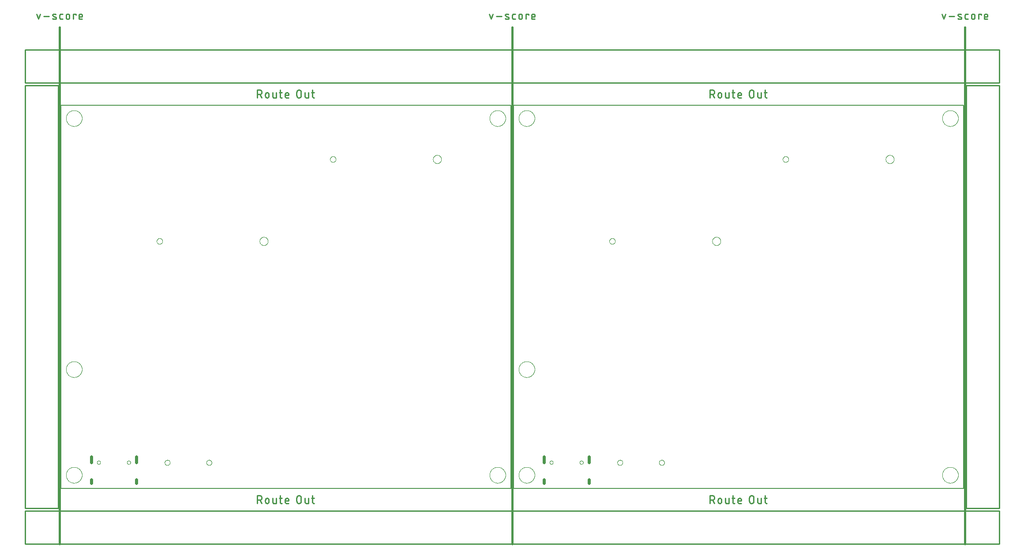
<source format=gko>
G04 EAGLE Gerber RS-274X export*
G75*
%MOMM*%
%FSLAX34Y34*%
%LPD*%
%IN*%
%IPPOS*%
%AMOC8*
5,1,8,0,0,1.08239X$1,22.5*%
G01*
%ADD10C,0.203200*%
%ADD11C,0.279400*%
%ADD12C,0.381000*%
%ADD13C,0.254000*%
%ADD14C,0.000000*%
%ADD15C,0.600000*%


D10*
X863600Y0D02*
X0Y0D01*
X0Y736600D02*
X863600Y736600D01*
X863600Y0D01*
X0Y0D02*
X0Y736600D01*
D11*
X377304Y-14097D02*
X377304Y-29083D01*
X377304Y-14097D02*
X381467Y-14097D01*
X381595Y-14099D01*
X381723Y-14105D01*
X381851Y-14115D01*
X381979Y-14129D01*
X382106Y-14146D01*
X382232Y-14168D01*
X382358Y-14193D01*
X382482Y-14223D01*
X382606Y-14256D01*
X382729Y-14293D01*
X382851Y-14334D01*
X382971Y-14378D01*
X383090Y-14426D01*
X383207Y-14478D01*
X383323Y-14533D01*
X383436Y-14592D01*
X383549Y-14655D01*
X383659Y-14721D01*
X383766Y-14790D01*
X383872Y-14862D01*
X383976Y-14938D01*
X384077Y-15017D01*
X384176Y-15099D01*
X384272Y-15184D01*
X384365Y-15271D01*
X384456Y-15362D01*
X384543Y-15455D01*
X384628Y-15551D01*
X384710Y-15650D01*
X384789Y-15751D01*
X384865Y-15855D01*
X384937Y-15961D01*
X385006Y-16068D01*
X385072Y-16179D01*
X385135Y-16291D01*
X385194Y-16404D01*
X385249Y-16520D01*
X385301Y-16637D01*
X385349Y-16756D01*
X385393Y-16876D01*
X385434Y-16998D01*
X385471Y-17121D01*
X385504Y-17245D01*
X385534Y-17369D01*
X385559Y-17495D01*
X385581Y-17621D01*
X385598Y-17748D01*
X385612Y-17876D01*
X385622Y-18004D01*
X385628Y-18132D01*
X385630Y-18260D01*
X385628Y-18388D01*
X385622Y-18516D01*
X385612Y-18644D01*
X385598Y-18772D01*
X385581Y-18899D01*
X385559Y-19025D01*
X385534Y-19151D01*
X385504Y-19275D01*
X385471Y-19399D01*
X385434Y-19522D01*
X385393Y-19644D01*
X385349Y-19764D01*
X385301Y-19883D01*
X385249Y-20000D01*
X385194Y-20116D01*
X385135Y-20229D01*
X385072Y-20342D01*
X385006Y-20452D01*
X384937Y-20559D01*
X384865Y-20665D01*
X384789Y-20769D01*
X384710Y-20870D01*
X384628Y-20969D01*
X384543Y-21065D01*
X384456Y-21158D01*
X384365Y-21249D01*
X384272Y-21336D01*
X384176Y-21421D01*
X384077Y-21503D01*
X383976Y-21582D01*
X383872Y-21658D01*
X383766Y-21730D01*
X383659Y-21799D01*
X383549Y-21865D01*
X383436Y-21928D01*
X383323Y-21987D01*
X383207Y-22042D01*
X383090Y-22094D01*
X382971Y-22142D01*
X382851Y-22186D01*
X382729Y-22227D01*
X382606Y-22264D01*
X382482Y-22297D01*
X382358Y-22327D01*
X382232Y-22352D01*
X382106Y-22374D01*
X381979Y-22391D01*
X381851Y-22405D01*
X381723Y-22415D01*
X381595Y-22421D01*
X381467Y-22423D01*
X377304Y-22423D01*
X382299Y-22423D02*
X385629Y-29083D01*
X392588Y-25753D02*
X392588Y-22423D01*
X392590Y-22309D01*
X392596Y-22196D01*
X392605Y-22082D01*
X392619Y-21970D01*
X392636Y-21857D01*
X392658Y-21745D01*
X392683Y-21635D01*
X392711Y-21525D01*
X392744Y-21416D01*
X392780Y-21308D01*
X392820Y-21201D01*
X392864Y-21096D01*
X392911Y-20993D01*
X392961Y-20891D01*
X393015Y-20791D01*
X393073Y-20693D01*
X393134Y-20597D01*
X393197Y-20503D01*
X393265Y-20411D01*
X393335Y-20321D01*
X393408Y-20235D01*
X393484Y-20150D01*
X393563Y-20068D01*
X393645Y-19989D01*
X393730Y-19913D01*
X393816Y-19840D01*
X393906Y-19770D01*
X393998Y-19702D01*
X394092Y-19639D01*
X394188Y-19578D01*
X394286Y-19520D01*
X394386Y-19466D01*
X394488Y-19416D01*
X394591Y-19369D01*
X394696Y-19325D01*
X394803Y-19285D01*
X394911Y-19249D01*
X395020Y-19216D01*
X395130Y-19188D01*
X395240Y-19163D01*
X395352Y-19141D01*
X395465Y-19124D01*
X395577Y-19110D01*
X395691Y-19101D01*
X395804Y-19095D01*
X395918Y-19093D01*
X396032Y-19095D01*
X396145Y-19101D01*
X396259Y-19110D01*
X396371Y-19124D01*
X396484Y-19141D01*
X396596Y-19163D01*
X396706Y-19188D01*
X396816Y-19216D01*
X396925Y-19249D01*
X397033Y-19285D01*
X397140Y-19325D01*
X397245Y-19369D01*
X397348Y-19416D01*
X397450Y-19466D01*
X397550Y-19520D01*
X397648Y-19578D01*
X397744Y-19639D01*
X397838Y-19702D01*
X397930Y-19770D01*
X398020Y-19840D01*
X398106Y-19913D01*
X398191Y-19989D01*
X398273Y-20068D01*
X398352Y-20150D01*
X398428Y-20235D01*
X398501Y-20321D01*
X398571Y-20411D01*
X398639Y-20503D01*
X398702Y-20597D01*
X398763Y-20693D01*
X398821Y-20791D01*
X398875Y-20891D01*
X398925Y-20993D01*
X398972Y-21096D01*
X399016Y-21201D01*
X399056Y-21308D01*
X399092Y-21416D01*
X399125Y-21525D01*
X399153Y-21635D01*
X399178Y-21745D01*
X399200Y-21857D01*
X399217Y-21970D01*
X399231Y-22082D01*
X399240Y-22196D01*
X399246Y-22309D01*
X399248Y-22423D01*
X399248Y-25753D01*
X399246Y-25867D01*
X399240Y-25980D01*
X399231Y-26094D01*
X399217Y-26206D01*
X399200Y-26319D01*
X399178Y-26431D01*
X399153Y-26541D01*
X399125Y-26651D01*
X399092Y-26760D01*
X399056Y-26868D01*
X399016Y-26975D01*
X398972Y-27080D01*
X398925Y-27183D01*
X398875Y-27285D01*
X398821Y-27385D01*
X398763Y-27483D01*
X398702Y-27579D01*
X398639Y-27673D01*
X398571Y-27765D01*
X398501Y-27855D01*
X398428Y-27941D01*
X398352Y-28026D01*
X398273Y-28108D01*
X398191Y-28187D01*
X398106Y-28263D01*
X398020Y-28336D01*
X397930Y-28406D01*
X397838Y-28474D01*
X397744Y-28537D01*
X397648Y-28598D01*
X397550Y-28656D01*
X397450Y-28710D01*
X397348Y-28760D01*
X397245Y-28807D01*
X397140Y-28851D01*
X397033Y-28891D01*
X396925Y-28927D01*
X396816Y-28960D01*
X396706Y-28988D01*
X396596Y-29013D01*
X396484Y-29035D01*
X396371Y-29052D01*
X396259Y-29066D01*
X396145Y-29075D01*
X396032Y-29081D01*
X395918Y-29083D01*
X395804Y-29081D01*
X395691Y-29075D01*
X395577Y-29066D01*
X395465Y-29052D01*
X395352Y-29035D01*
X395240Y-29013D01*
X395130Y-28988D01*
X395020Y-28960D01*
X394911Y-28927D01*
X394803Y-28891D01*
X394696Y-28851D01*
X394591Y-28807D01*
X394488Y-28760D01*
X394386Y-28710D01*
X394286Y-28656D01*
X394188Y-28598D01*
X394092Y-28537D01*
X393998Y-28474D01*
X393906Y-28406D01*
X393816Y-28336D01*
X393730Y-28263D01*
X393645Y-28187D01*
X393563Y-28108D01*
X393484Y-28026D01*
X393408Y-27941D01*
X393335Y-27855D01*
X393265Y-27765D01*
X393197Y-27673D01*
X393134Y-27579D01*
X393073Y-27483D01*
X393015Y-27385D01*
X392961Y-27285D01*
X392911Y-27183D01*
X392864Y-27080D01*
X392820Y-26975D01*
X392780Y-26868D01*
X392744Y-26760D01*
X392711Y-26651D01*
X392683Y-26541D01*
X392658Y-26431D01*
X392636Y-26319D01*
X392619Y-26206D01*
X392605Y-26094D01*
X392596Y-25980D01*
X392590Y-25867D01*
X392588Y-25753D01*
X406656Y-26585D02*
X406656Y-19092D01*
X406655Y-26585D02*
X406657Y-26683D01*
X406663Y-26781D01*
X406672Y-26879D01*
X406686Y-26976D01*
X406703Y-27072D01*
X406724Y-27168D01*
X406749Y-27263D01*
X406777Y-27357D01*
X406809Y-27450D01*
X406845Y-27541D01*
X406884Y-27631D01*
X406927Y-27719D01*
X406974Y-27806D01*
X407023Y-27890D01*
X407076Y-27973D01*
X407132Y-28053D01*
X407191Y-28132D01*
X407254Y-28207D01*
X407319Y-28281D01*
X407387Y-28351D01*
X407457Y-28419D01*
X407531Y-28485D01*
X407607Y-28547D01*
X407685Y-28606D01*
X407765Y-28662D01*
X407848Y-28715D01*
X407932Y-28765D01*
X408019Y-28811D01*
X408107Y-28854D01*
X408197Y-28893D01*
X408288Y-28929D01*
X408381Y-28961D01*
X408475Y-28989D01*
X408570Y-29014D01*
X408666Y-29035D01*
X408762Y-29052D01*
X408859Y-29066D01*
X408957Y-29075D01*
X409055Y-29081D01*
X409153Y-29083D01*
X413316Y-29083D01*
X413316Y-19092D01*
X419297Y-19092D02*
X424292Y-19092D01*
X420962Y-14097D02*
X420962Y-26585D01*
X420964Y-26683D01*
X420970Y-26781D01*
X420979Y-26879D01*
X420993Y-26976D01*
X421010Y-27072D01*
X421031Y-27168D01*
X421056Y-27263D01*
X421084Y-27357D01*
X421116Y-27450D01*
X421152Y-27541D01*
X421191Y-27631D01*
X421234Y-27719D01*
X421281Y-27806D01*
X421330Y-27890D01*
X421383Y-27973D01*
X421439Y-28053D01*
X421498Y-28132D01*
X421561Y-28207D01*
X421626Y-28281D01*
X421694Y-28351D01*
X421764Y-28419D01*
X421838Y-28485D01*
X421914Y-28547D01*
X421992Y-28606D01*
X422072Y-28662D01*
X422155Y-28715D01*
X422239Y-28765D01*
X422326Y-28811D01*
X422414Y-28854D01*
X422504Y-28893D01*
X422595Y-28929D01*
X422688Y-28961D01*
X422782Y-28989D01*
X422877Y-29014D01*
X422973Y-29035D01*
X423069Y-29052D01*
X423166Y-29066D01*
X423264Y-29075D01*
X423362Y-29081D01*
X423460Y-29083D01*
X424292Y-29083D01*
X433121Y-29083D02*
X437284Y-29083D01*
X433121Y-29083D02*
X433023Y-29081D01*
X432925Y-29075D01*
X432827Y-29066D01*
X432730Y-29052D01*
X432634Y-29035D01*
X432538Y-29014D01*
X432443Y-28989D01*
X432349Y-28961D01*
X432256Y-28929D01*
X432165Y-28893D01*
X432075Y-28854D01*
X431987Y-28811D01*
X431900Y-28764D01*
X431816Y-28715D01*
X431733Y-28662D01*
X431653Y-28606D01*
X431575Y-28547D01*
X431499Y-28485D01*
X431425Y-28419D01*
X431355Y-28351D01*
X431287Y-28281D01*
X431222Y-28207D01*
X431159Y-28132D01*
X431100Y-28053D01*
X431044Y-27973D01*
X430991Y-27890D01*
X430942Y-27806D01*
X430895Y-27719D01*
X430852Y-27631D01*
X430813Y-27541D01*
X430777Y-27450D01*
X430745Y-27357D01*
X430717Y-27263D01*
X430692Y-27168D01*
X430671Y-27072D01*
X430654Y-26976D01*
X430640Y-26879D01*
X430631Y-26781D01*
X430625Y-26683D01*
X430623Y-26585D01*
X430624Y-26585D02*
X430624Y-22423D01*
X430626Y-22309D01*
X430632Y-22196D01*
X430641Y-22082D01*
X430655Y-21970D01*
X430672Y-21857D01*
X430694Y-21745D01*
X430719Y-21635D01*
X430747Y-21525D01*
X430780Y-21416D01*
X430816Y-21308D01*
X430856Y-21201D01*
X430900Y-21096D01*
X430947Y-20993D01*
X430997Y-20891D01*
X431051Y-20791D01*
X431109Y-20693D01*
X431170Y-20597D01*
X431233Y-20503D01*
X431301Y-20411D01*
X431371Y-20321D01*
X431444Y-20235D01*
X431520Y-20150D01*
X431599Y-20068D01*
X431681Y-19989D01*
X431766Y-19913D01*
X431852Y-19840D01*
X431942Y-19770D01*
X432034Y-19702D01*
X432128Y-19639D01*
X432224Y-19578D01*
X432322Y-19520D01*
X432422Y-19466D01*
X432524Y-19416D01*
X432627Y-19369D01*
X432732Y-19325D01*
X432839Y-19285D01*
X432947Y-19249D01*
X433056Y-19216D01*
X433166Y-19188D01*
X433276Y-19163D01*
X433388Y-19141D01*
X433501Y-19124D01*
X433613Y-19110D01*
X433727Y-19101D01*
X433840Y-19095D01*
X433954Y-19093D01*
X434068Y-19095D01*
X434181Y-19101D01*
X434295Y-19110D01*
X434407Y-19124D01*
X434520Y-19141D01*
X434632Y-19163D01*
X434742Y-19188D01*
X434852Y-19216D01*
X434961Y-19249D01*
X435069Y-19285D01*
X435176Y-19325D01*
X435281Y-19369D01*
X435384Y-19416D01*
X435486Y-19466D01*
X435586Y-19520D01*
X435684Y-19578D01*
X435780Y-19639D01*
X435874Y-19702D01*
X435966Y-19770D01*
X436056Y-19840D01*
X436142Y-19913D01*
X436227Y-19989D01*
X436309Y-20068D01*
X436388Y-20150D01*
X436464Y-20235D01*
X436537Y-20321D01*
X436607Y-20411D01*
X436675Y-20503D01*
X436738Y-20597D01*
X436799Y-20693D01*
X436857Y-20791D01*
X436911Y-20891D01*
X436961Y-20993D01*
X437008Y-21096D01*
X437052Y-21201D01*
X437092Y-21308D01*
X437128Y-21416D01*
X437161Y-21525D01*
X437189Y-21635D01*
X437214Y-21745D01*
X437236Y-21857D01*
X437253Y-21970D01*
X437267Y-22082D01*
X437276Y-22196D01*
X437282Y-22309D01*
X437284Y-22423D01*
X437284Y-24088D01*
X430624Y-24088D01*
X452717Y-24920D02*
X452717Y-18260D01*
X452719Y-18132D01*
X452725Y-18004D01*
X452735Y-17876D01*
X452749Y-17748D01*
X452766Y-17621D01*
X452788Y-17495D01*
X452813Y-17369D01*
X452843Y-17245D01*
X452876Y-17121D01*
X452913Y-16998D01*
X452954Y-16876D01*
X452998Y-16756D01*
X453046Y-16637D01*
X453098Y-16520D01*
X453153Y-16404D01*
X453212Y-16291D01*
X453275Y-16178D01*
X453341Y-16068D01*
X453410Y-15961D01*
X453482Y-15855D01*
X453558Y-15751D01*
X453637Y-15650D01*
X453719Y-15551D01*
X453804Y-15455D01*
X453891Y-15362D01*
X453982Y-15271D01*
X454075Y-15184D01*
X454171Y-15099D01*
X454270Y-15017D01*
X454371Y-14938D01*
X454475Y-14862D01*
X454581Y-14790D01*
X454688Y-14721D01*
X454799Y-14655D01*
X454911Y-14592D01*
X455024Y-14533D01*
X455140Y-14478D01*
X455257Y-14426D01*
X455376Y-14378D01*
X455496Y-14334D01*
X455618Y-14293D01*
X455741Y-14256D01*
X455865Y-14223D01*
X455989Y-14193D01*
X456115Y-14168D01*
X456241Y-14146D01*
X456368Y-14129D01*
X456496Y-14115D01*
X456624Y-14105D01*
X456752Y-14099D01*
X456880Y-14097D01*
X457008Y-14099D01*
X457136Y-14105D01*
X457264Y-14115D01*
X457392Y-14129D01*
X457519Y-14146D01*
X457645Y-14168D01*
X457771Y-14193D01*
X457895Y-14223D01*
X458019Y-14256D01*
X458142Y-14293D01*
X458264Y-14334D01*
X458384Y-14378D01*
X458503Y-14426D01*
X458620Y-14478D01*
X458736Y-14533D01*
X458849Y-14592D01*
X458962Y-14655D01*
X459072Y-14721D01*
X459179Y-14790D01*
X459285Y-14862D01*
X459389Y-14938D01*
X459490Y-15017D01*
X459589Y-15099D01*
X459685Y-15184D01*
X459778Y-15271D01*
X459869Y-15362D01*
X459956Y-15455D01*
X460041Y-15551D01*
X460123Y-15650D01*
X460202Y-15751D01*
X460278Y-15855D01*
X460350Y-15961D01*
X460419Y-16068D01*
X460485Y-16179D01*
X460548Y-16291D01*
X460607Y-16404D01*
X460662Y-16520D01*
X460714Y-16637D01*
X460762Y-16756D01*
X460806Y-16876D01*
X460847Y-16998D01*
X460884Y-17121D01*
X460917Y-17245D01*
X460947Y-17369D01*
X460972Y-17495D01*
X460994Y-17621D01*
X461011Y-17748D01*
X461025Y-17876D01*
X461035Y-18004D01*
X461041Y-18132D01*
X461043Y-18260D01*
X461042Y-18260D02*
X461042Y-24920D01*
X461043Y-24920D02*
X461041Y-25048D01*
X461035Y-25176D01*
X461025Y-25304D01*
X461011Y-25432D01*
X460994Y-25559D01*
X460972Y-25685D01*
X460947Y-25811D01*
X460917Y-25935D01*
X460884Y-26059D01*
X460847Y-26182D01*
X460806Y-26304D01*
X460762Y-26424D01*
X460714Y-26543D01*
X460662Y-26660D01*
X460607Y-26776D01*
X460548Y-26889D01*
X460485Y-27002D01*
X460419Y-27112D01*
X460350Y-27219D01*
X460278Y-27325D01*
X460202Y-27429D01*
X460123Y-27530D01*
X460041Y-27629D01*
X459956Y-27725D01*
X459869Y-27818D01*
X459778Y-27909D01*
X459685Y-27996D01*
X459589Y-28081D01*
X459490Y-28163D01*
X459389Y-28242D01*
X459285Y-28318D01*
X459179Y-28390D01*
X459072Y-28459D01*
X458962Y-28525D01*
X458849Y-28588D01*
X458736Y-28647D01*
X458620Y-28702D01*
X458503Y-28754D01*
X458384Y-28802D01*
X458264Y-28846D01*
X458142Y-28887D01*
X458019Y-28924D01*
X457895Y-28957D01*
X457771Y-28987D01*
X457645Y-29012D01*
X457519Y-29034D01*
X457392Y-29051D01*
X457264Y-29065D01*
X457136Y-29075D01*
X457008Y-29081D01*
X456880Y-29083D01*
X456752Y-29081D01*
X456624Y-29075D01*
X456496Y-29065D01*
X456368Y-29051D01*
X456241Y-29034D01*
X456115Y-29012D01*
X455989Y-28987D01*
X455865Y-28957D01*
X455741Y-28924D01*
X455618Y-28887D01*
X455496Y-28846D01*
X455376Y-28802D01*
X455257Y-28754D01*
X455140Y-28702D01*
X455024Y-28647D01*
X454911Y-28588D01*
X454799Y-28525D01*
X454688Y-28459D01*
X454581Y-28390D01*
X454475Y-28318D01*
X454371Y-28242D01*
X454270Y-28163D01*
X454171Y-28081D01*
X454075Y-27996D01*
X453982Y-27909D01*
X453891Y-27818D01*
X453804Y-27725D01*
X453719Y-27629D01*
X453637Y-27530D01*
X453558Y-27429D01*
X453482Y-27325D01*
X453410Y-27219D01*
X453341Y-27112D01*
X453275Y-27001D01*
X453212Y-26889D01*
X453153Y-26776D01*
X453098Y-26660D01*
X453046Y-26543D01*
X452998Y-26424D01*
X452954Y-26304D01*
X452913Y-26182D01*
X452876Y-26059D01*
X452843Y-25935D01*
X452813Y-25811D01*
X452788Y-25685D01*
X452766Y-25559D01*
X452749Y-25432D01*
X452735Y-25304D01*
X452725Y-25176D01*
X452719Y-25048D01*
X452717Y-24920D01*
X468659Y-26585D02*
X468659Y-19092D01*
X468659Y-26585D02*
X468661Y-26683D01*
X468667Y-26781D01*
X468676Y-26879D01*
X468690Y-26976D01*
X468707Y-27072D01*
X468728Y-27168D01*
X468753Y-27263D01*
X468781Y-27357D01*
X468813Y-27450D01*
X468849Y-27541D01*
X468888Y-27631D01*
X468931Y-27719D01*
X468978Y-27806D01*
X469027Y-27890D01*
X469080Y-27973D01*
X469136Y-28053D01*
X469195Y-28132D01*
X469258Y-28207D01*
X469323Y-28281D01*
X469391Y-28351D01*
X469461Y-28419D01*
X469535Y-28485D01*
X469611Y-28547D01*
X469689Y-28606D01*
X469769Y-28662D01*
X469852Y-28715D01*
X469936Y-28765D01*
X470023Y-28811D01*
X470111Y-28854D01*
X470201Y-28893D01*
X470292Y-28929D01*
X470385Y-28961D01*
X470479Y-28989D01*
X470574Y-29014D01*
X470670Y-29035D01*
X470766Y-29052D01*
X470863Y-29066D01*
X470961Y-29075D01*
X471059Y-29081D01*
X471157Y-29083D01*
X475320Y-29083D01*
X475320Y-19092D01*
X481301Y-19092D02*
X486296Y-19092D01*
X482966Y-14097D02*
X482966Y-26585D01*
X482965Y-26585D02*
X482967Y-26683D01*
X482973Y-26781D01*
X482982Y-26879D01*
X482996Y-26976D01*
X483013Y-27072D01*
X483034Y-27168D01*
X483059Y-27263D01*
X483087Y-27357D01*
X483119Y-27450D01*
X483155Y-27541D01*
X483194Y-27631D01*
X483237Y-27719D01*
X483284Y-27806D01*
X483333Y-27890D01*
X483386Y-27973D01*
X483442Y-28053D01*
X483501Y-28132D01*
X483564Y-28207D01*
X483629Y-28281D01*
X483697Y-28351D01*
X483767Y-28419D01*
X483841Y-28485D01*
X483917Y-28547D01*
X483995Y-28606D01*
X484075Y-28662D01*
X484158Y-28715D01*
X484242Y-28765D01*
X484329Y-28811D01*
X484417Y-28854D01*
X484507Y-28893D01*
X484598Y-28929D01*
X484691Y-28961D01*
X484785Y-28989D01*
X484880Y-29014D01*
X484976Y-29035D01*
X485072Y-29052D01*
X485169Y-29066D01*
X485267Y-29075D01*
X485365Y-29081D01*
X485463Y-29083D01*
X485464Y-29083D02*
X486296Y-29083D01*
X377304Y750697D02*
X377304Y765683D01*
X381467Y765683D01*
X381595Y765681D01*
X381723Y765675D01*
X381851Y765665D01*
X381979Y765651D01*
X382106Y765634D01*
X382232Y765612D01*
X382358Y765587D01*
X382482Y765557D01*
X382606Y765524D01*
X382729Y765487D01*
X382851Y765446D01*
X382971Y765402D01*
X383090Y765354D01*
X383207Y765302D01*
X383323Y765247D01*
X383436Y765188D01*
X383549Y765125D01*
X383659Y765059D01*
X383766Y764990D01*
X383872Y764918D01*
X383976Y764842D01*
X384077Y764763D01*
X384176Y764681D01*
X384272Y764596D01*
X384365Y764509D01*
X384456Y764418D01*
X384543Y764325D01*
X384628Y764229D01*
X384710Y764130D01*
X384789Y764029D01*
X384865Y763925D01*
X384937Y763819D01*
X385006Y763712D01*
X385072Y763602D01*
X385135Y763489D01*
X385194Y763376D01*
X385249Y763260D01*
X385301Y763143D01*
X385349Y763024D01*
X385393Y762904D01*
X385434Y762782D01*
X385471Y762659D01*
X385504Y762535D01*
X385534Y762411D01*
X385559Y762285D01*
X385581Y762159D01*
X385598Y762032D01*
X385612Y761904D01*
X385622Y761776D01*
X385628Y761648D01*
X385630Y761520D01*
X385628Y761392D01*
X385622Y761264D01*
X385612Y761136D01*
X385598Y761008D01*
X385581Y760881D01*
X385559Y760755D01*
X385534Y760629D01*
X385504Y760505D01*
X385471Y760381D01*
X385434Y760258D01*
X385393Y760136D01*
X385349Y760016D01*
X385301Y759897D01*
X385249Y759780D01*
X385194Y759664D01*
X385135Y759551D01*
X385072Y759439D01*
X385006Y759328D01*
X384937Y759221D01*
X384865Y759115D01*
X384789Y759011D01*
X384710Y758910D01*
X384628Y758811D01*
X384543Y758715D01*
X384456Y758622D01*
X384365Y758531D01*
X384272Y758444D01*
X384176Y758359D01*
X384077Y758277D01*
X383976Y758198D01*
X383872Y758122D01*
X383766Y758050D01*
X383659Y757981D01*
X383549Y757915D01*
X383436Y757852D01*
X383323Y757793D01*
X383207Y757738D01*
X383090Y757686D01*
X382971Y757638D01*
X382851Y757594D01*
X382729Y757553D01*
X382606Y757516D01*
X382482Y757483D01*
X382358Y757453D01*
X382232Y757428D01*
X382106Y757406D01*
X381979Y757389D01*
X381851Y757375D01*
X381723Y757365D01*
X381595Y757359D01*
X381467Y757357D01*
X377304Y757357D01*
X382299Y757357D02*
X385629Y750697D01*
X392588Y754027D02*
X392588Y757357D01*
X392590Y757471D01*
X392596Y757584D01*
X392605Y757698D01*
X392619Y757810D01*
X392636Y757923D01*
X392658Y758035D01*
X392683Y758145D01*
X392711Y758255D01*
X392744Y758364D01*
X392780Y758472D01*
X392820Y758579D01*
X392864Y758684D01*
X392911Y758787D01*
X392961Y758889D01*
X393015Y758989D01*
X393073Y759087D01*
X393134Y759183D01*
X393197Y759277D01*
X393265Y759369D01*
X393335Y759459D01*
X393408Y759545D01*
X393484Y759630D01*
X393563Y759712D01*
X393645Y759791D01*
X393730Y759867D01*
X393816Y759940D01*
X393906Y760010D01*
X393998Y760078D01*
X394092Y760141D01*
X394188Y760202D01*
X394286Y760260D01*
X394386Y760314D01*
X394488Y760364D01*
X394591Y760411D01*
X394696Y760455D01*
X394803Y760495D01*
X394911Y760531D01*
X395020Y760564D01*
X395130Y760592D01*
X395240Y760617D01*
X395352Y760639D01*
X395465Y760656D01*
X395577Y760670D01*
X395691Y760679D01*
X395804Y760685D01*
X395918Y760687D01*
X396032Y760685D01*
X396145Y760679D01*
X396259Y760670D01*
X396371Y760656D01*
X396484Y760639D01*
X396596Y760617D01*
X396706Y760592D01*
X396816Y760564D01*
X396925Y760531D01*
X397033Y760495D01*
X397140Y760455D01*
X397245Y760411D01*
X397348Y760364D01*
X397450Y760314D01*
X397550Y760260D01*
X397648Y760202D01*
X397744Y760141D01*
X397838Y760078D01*
X397930Y760010D01*
X398020Y759940D01*
X398106Y759867D01*
X398191Y759791D01*
X398273Y759712D01*
X398352Y759630D01*
X398428Y759545D01*
X398501Y759459D01*
X398571Y759369D01*
X398639Y759277D01*
X398702Y759183D01*
X398763Y759087D01*
X398821Y758989D01*
X398875Y758889D01*
X398925Y758787D01*
X398972Y758684D01*
X399016Y758579D01*
X399056Y758472D01*
X399092Y758364D01*
X399125Y758255D01*
X399153Y758145D01*
X399178Y758035D01*
X399200Y757923D01*
X399217Y757810D01*
X399231Y757698D01*
X399240Y757584D01*
X399246Y757471D01*
X399248Y757357D01*
X399248Y754027D01*
X399246Y753913D01*
X399240Y753800D01*
X399231Y753686D01*
X399217Y753574D01*
X399200Y753461D01*
X399178Y753349D01*
X399153Y753239D01*
X399125Y753129D01*
X399092Y753020D01*
X399056Y752912D01*
X399016Y752805D01*
X398972Y752700D01*
X398925Y752597D01*
X398875Y752495D01*
X398821Y752395D01*
X398763Y752297D01*
X398702Y752201D01*
X398639Y752107D01*
X398571Y752015D01*
X398501Y751925D01*
X398428Y751839D01*
X398352Y751754D01*
X398273Y751672D01*
X398191Y751593D01*
X398106Y751517D01*
X398020Y751444D01*
X397930Y751374D01*
X397838Y751306D01*
X397744Y751243D01*
X397648Y751182D01*
X397550Y751124D01*
X397450Y751070D01*
X397348Y751020D01*
X397245Y750973D01*
X397140Y750929D01*
X397033Y750889D01*
X396925Y750853D01*
X396816Y750820D01*
X396706Y750792D01*
X396596Y750767D01*
X396484Y750745D01*
X396371Y750728D01*
X396259Y750714D01*
X396145Y750705D01*
X396032Y750699D01*
X395918Y750697D01*
X395804Y750699D01*
X395691Y750705D01*
X395577Y750714D01*
X395465Y750728D01*
X395352Y750745D01*
X395240Y750767D01*
X395130Y750792D01*
X395020Y750820D01*
X394911Y750853D01*
X394803Y750889D01*
X394696Y750929D01*
X394591Y750973D01*
X394488Y751020D01*
X394386Y751070D01*
X394286Y751124D01*
X394188Y751182D01*
X394092Y751243D01*
X393998Y751306D01*
X393906Y751374D01*
X393816Y751444D01*
X393730Y751517D01*
X393645Y751593D01*
X393563Y751672D01*
X393484Y751754D01*
X393408Y751839D01*
X393335Y751925D01*
X393265Y752015D01*
X393197Y752107D01*
X393134Y752201D01*
X393073Y752297D01*
X393015Y752395D01*
X392961Y752495D01*
X392911Y752597D01*
X392864Y752700D01*
X392820Y752805D01*
X392780Y752912D01*
X392744Y753020D01*
X392711Y753129D01*
X392683Y753239D01*
X392658Y753349D01*
X392636Y753461D01*
X392619Y753574D01*
X392605Y753686D01*
X392596Y753800D01*
X392590Y753913D01*
X392588Y754027D01*
X406656Y753195D02*
X406656Y760688D01*
X406655Y753195D02*
X406657Y753097D01*
X406663Y752999D01*
X406672Y752901D01*
X406686Y752804D01*
X406703Y752708D01*
X406724Y752612D01*
X406749Y752517D01*
X406777Y752423D01*
X406809Y752330D01*
X406845Y752239D01*
X406884Y752149D01*
X406927Y752061D01*
X406974Y751974D01*
X407023Y751890D01*
X407076Y751807D01*
X407132Y751727D01*
X407191Y751649D01*
X407254Y751573D01*
X407319Y751499D01*
X407387Y751429D01*
X407457Y751361D01*
X407531Y751296D01*
X407607Y751233D01*
X407685Y751174D01*
X407765Y751118D01*
X407848Y751065D01*
X407932Y751016D01*
X408019Y750969D01*
X408107Y750926D01*
X408197Y750887D01*
X408288Y750851D01*
X408381Y750819D01*
X408475Y750791D01*
X408570Y750766D01*
X408666Y750745D01*
X408762Y750728D01*
X408859Y750714D01*
X408957Y750705D01*
X409055Y750699D01*
X409153Y750697D01*
X413316Y750697D01*
X413316Y760688D01*
X419297Y760688D02*
X424292Y760688D01*
X420962Y765683D02*
X420962Y753195D01*
X420964Y753097D01*
X420970Y752999D01*
X420979Y752901D01*
X420993Y752804D01*
X421010Y752708D01*
X421031Y752612D01*
X421056Y752517D01*
X421084Y752423D01*
X421116Y752330D01*
X421152Y752239D01*
X421191Y752149D01*
X421234Y752061D01*
X421281Y751974D01*
X421330Y751890D01*
X421383Y751807D01*
X421439Y751727D01*
X421498Y751649D01*
X421561Y751573D01*
X421626Y751499D01*
X421694Y751429D01*
X421764Y751361D01*
X421838Y751296D01*
X421914Y751233D01*
X421992Y751174D01*
X422072Y751118D01*
X422155Y751065D01*
X422239Y751016D01*
X422326Y750969D01*
X422414Y750926D01*
X422504Y750887D01*
X422595Y750851D01*
X422688Y750819D01*
X422782Y750791D01*
X422877Y750766D01*
X422973Y750745D01*
X423069Y750728D01*
X423166Y750714D01*
X423264Y750705D01*
X423362Y750699D01*
X423460Y750697D01*
X424292Y750697D01*
X433121Y750697D02*
X437284Y750697D01*
X433121Y750697D02*
X433023Y750699D01*
X432925Y750705D01*
X432827Y750714D01*
X432730Y750728D01*
X432634Y750745D01*
X432538Y750766D01*
X432443Y750791D01*
X432349Y750819D01*
X432256Y750851D01*
X432165Y750887D01*
X432075Y750926D01*
X431987Y750969D01*
X431900Y751016D01*
X431816Y751065D01*
X431733Y751118D01*
X431653Y751174D01*
X431575Y751233D01*
X431499Y751296D01*
X431425Y751361D01*
X431355Y751429D01*
X431287Y751499D01*
X431222Y751573D01*
X431159Y751649D01*
X431100Y751727D01*
X431044Y751807D01*
X430991Y751890D01*
X430942Y751974D01*
X430895Y752061D01*
X430852Y752149D01*
X430813Y752239D01*
X430777Y752330D01*
X430745Y752423D01*
X430717Y752517D01*
X430692Y752612D01*
X430671Y752708D01*
X430654Y752804D01*
X430640Y752901D01*
X430631Y752999D01*
X430625Y753097D01*
X430623Y753195D01*
X430624Y753195D02*
X430624Y757357D01*
X430626Y757471D01*
X430632Y757584D01*
X430641Y757698D01*
X430655Y757810D01*
X430672Y757923D01*
X430694Y758035D01*
X430719Y758145D01*
X430747Y758255D01*
X430780Y758364D01*
X430816Y758472D01*
X430856Y758579D01*
X430900Y758684D01*
X430947Y758787D01*
X430997Y758889D01*
X431051Y758989D01*
X431109Y759087D01*
X431170Y759183D01*
X431233Y759277D01*
X431301Y759369D01*
X431371Y759459D01*
X431444Y759545D01*
X431520Y759630D01*
X431599Y759712D01*
X431681Y759791D01*
X431766Y759867D01*
X431852Y759940D01*
X431942Y760010D01*
X432034Y760078D01*
X432128Y760141D01*
X432224Y760202D01*
X432322Y760260D01*
X432422Y760314D01*
X432524Y760364D01*
X432627Y760411D01*
X432732Y760455D01*
X432839Y760495D01*
X432947Y760531D01*
X433056Y760564D01*
X433166Y760592D01*
X433276Y760617D01*
X433388Y760639D01*
X433501Y760656D01*
X433613Y760670D01*
X433727Y760679D01*
X433840Y760685D01*
X433954Y760687D01*
X434068Y760685D01*
X434181Y760679D01*
X434295Y760670D01*
X434407Y760656D01*
X434520Y760639D01*
X434632Y760617D01*
X434742Y760592D01*
X434852Y760564D01*
X434961Y760531D01*
X435069Y760495D01*
X435176Y760455D01*
X435281Y760411D01*
X435384Y760364D01*
X435486Y760314D01*
X435586Y760260D01*
X435684Y760202D01*
X435780Y760141D01*
X435874Y760078D01*
X435966Y760010D01*
X436056Y759940D01*
X436142Y759867D01*
X436227Y759791D01*
X436309Y759712D01*
X436388Y759630D01*
X436464Y759545D01*
X436537Y759459D01*
X436607Y759369D01*
X436675Y759277D01*
X436738Y759183D01*
X436799Y759087D01*
X436857Y758989D01*
X436911Y758889D01*
X436961Y758787D01*
X437008Y758684D01*
X437052Y758579D01*
X437092Y758472D01*
X437128Y758364D01*
X437161Y758255D01*
X437189Y758145D01*
X437214Y758035D01*
X437236Y757923D01*
X437253Y757810D01*
X437267Y757698D01*
X437276Y757584D01*
X437282Y757471D01*
X437284Y757357D01*
X437284Y755692D01*
X430624Y755692D01*
X452717Y754860D02*
X452717Y761520D01*
X452719Y761648D01*
X452725Y761776D01*
X452735Y761904D01*
X452749Y762032D01*
X452766Y762159D01*
X452788Y762285D01*
X452813Y762411D01*
X452843Y762535D01*
X452876Y762659D01*
X452913Y762782D01*
X452954Y762904D01*
X452998Y763024D01*
X453046Y763143D01*
X453098Y763260D01*
X453153Y763376D01*
X453212Y763489D01*
X453275Y763602D01*
X453341Y763712D01*
X453410Y763819D01*
X453482Y763925D01*
X453558Y764029D01*
X453637Y764130D01*
X453719Y764229D01*
X453804Y764325D01*
X453891Y764418D01*
X453982Y764509D01*
X454075Y764596D01*
X454171Y764681D01*
X454270Y764763D01*
X454371Y764842D01*
X454475Y764918D01*
X454581Y764990D01*
X454688Y765059D01*
X454799Y765125D01*
X454911Y765188D01*
X455024Y765247D01*
X455140Y765302D01*
X455257Y765354D01*
X455376Y765402D01*
X455496Y765446D01*
X455618Y765487D01*
X455741Y765524D01*
X455865Y765557D01*
X455989Y765587D01*
X456115Y765612D01*
X456241Y765634D01*
X456368Y765651D01*
X456496Y765665D01*
X456624Y765675D01*
X456752Y765681D01*
X456880Y765683D01*
X457008Y765681D01*
X457136Y765675D01*
X457264Y765665D01*
X457392Y765651D01*
X457519Y765634D01*
X457645Y765612D01*
X457771Y765587D01*
X457895Y765557D01*
X458019Y765524D01*
X458142Y765487D01*
X458264Y765446D01*
X458384Y765402D01*
X458503Y765354D01*
X458620Y765302D01*
X458736Y765247D01*
X458849Y765188D01*
X458962Y765125D01*
X459072Y765059D01*
X459179Y764990D01*
X459285Y764918D01*
X459389Y764842D01*
X459490Y764763D01*
X459589Y764681D01*
X459685Y764596D01*
X459778Y764509D01*
X459869Y764418D01*
X459956Y764325D01*
X460041Y764229D01*
X460123Y764130D01*
X460202Y764029D01*
X460278Y763925D01*
X460350Y763819D01*
X460419Y763712D01*
X460485Y763602D01*
X460548Y763489D01*
X460607Y763376D01*
X460662Y763260D01*
X460714Y763143D01*
X460762Y763024D01*
X460806Y762904D01*
X460847Y762782D01*
X460884Y762659D01*
X460917Y762535D01*
X460947Y762411D01*
X460972Y762285D01*
X460994Y762159D01*
X461011Y762032D01*
X461025Y761904D01*
X461035Y761776D01*
X461041Y761648D01*
X461043Y761520D01*
X461042Y761520D02*
X461042Y754860D01*
X461043Y754860D02*
X461041Y754732D01*
X461035Y754604D01*
X461025Y754476D01*
X461011Y754348D01*
X460994Y754221D01*
X460972Y754095D01*
X460947Y753969D01*
X460917Y753845D01*
X460884Y753721D01*
X460847Y753598D01*
X460806Y753476D01*
X460762Y753356D01*
X460714Y753237D01*
X460662Y753120D01*
X460607Y753004D01*
X460548Y752891D01*
X460485Y752779D01*
X460419Y752668D01*
X460350Y752561D01*
X460278Y752455D01*
X460202Y752351D01*
X460123Y752250D01*
X460041Y752151D01*
X459956Y752055D01*
X459869Y751962D01*
X459778Y751871D01*
X459685Y751784D01*
X459589Y751699D01*
X459490Y751617D01*
X459389Y751538D01*
X459285Y751462D01*
X459179Y751390D01*
X459072Y751321D01*
X458962Y751255D01*
X458849Y751192D01*
X458736Y751133D01*
X458620Y751078D01*
X458503Y751026D01*
X458384Y750978D01*
X458264Y750934D01*
X458142Y750893D01*
X458019Y750856D01*
X457895Y750823D01*
X457771Y750793D01*
X457645Y750768D01*
X457519Y750746D01*
X457392Y750729D01*
X457264Y750715D01*
X457136Y750705D01*
X457008Y750699D01*
X456880Y750697D01*
X456752Y750699D01*
X456624Y750705D01*
X456496Y750715D01*
X456368Y750729D01*
X456241Y750746D01*
X456115Y750768D01*
X455989Y750793D01*
X455865Y750823D01*
X455741Y750856D01*
X455618Y750893D01*
X455496Y750934D01*
X455376Y750978D01*
X455257Y751026D01*
X455140Y751078D01*
X455024Y751133D01*
X454911Y751192D01*
X454799Y751255D01*
X454688Y751321D01*
X454581Y751390D01*
X454475Y751462D01*
X454371Y751538D01*
X454270Y751617D01*
X454171Y751699D01*
X454075Y751784D01*
X453982Y751871D01*
X453891Y751962D01*
X453804Y752055D01*
X453719Y752151D01*
X453637Y752250D01*
X453558Y752351D01*
X453482Y752455D01*
X453410Y752561D01*
X453341Y752668D01*
X453275Y752779D01*
X453212Y752891D01*
X453153Y753004D01*
X453098Y753120D01*
X453046Y753237D01*
X452998Y753356D01*
X452954Y753476D01*
X452913Y753598D01*
X452876Y753721D01*
X452843Y753845D01*
X452813Y753969D01*
X452788Y754095D01*
X452766Y754221D01*
X452749Y754348D01*
X452735Y754476D01*
X452725Y754604D01*
X452719Y754732D01*
X452717Y754860D01*
X468659Y753195D02*
X468659Y760688D01*
X468659Y753195D02*
X468661Y753097D01*
X468667Y752999D01*
X468676Y752901D01*
X468690Y752804D01*
X468707Y752708D01*
X468728Y752612D01*
X468753Y752517D01*
X468781Y752423D01*
X468813Y752330D01*
X468849Y752239D01*
X468888Y752149D01*
X468931Y752061D01*
X468978Y751974D01*
X469027Y751890D01*
X469080Y751807D01*
X469136Y751727D01*
X469195Y751649D01*
X469258Y751573D01*
X469323Y751499D01*
X469391Y751429D01*
X469461Y751361D01*
X469535Y751296D01*
X469611Y751233D01*
X469689Y751174D01*
X469769Y751118D01*
X469852Y751065D01*
X469936Y751016D01*
X470023Y750969D01*
X470111Y750926D01*
X470201Y750887D01*
X470292Y750851D01*
X470385Y750819D01*
X470479Y750791D01*
X470574Y750766D01*
X470670Y750745D01*
X470766Y750728D01*
X470863Y750714D01*
X470961Y750705D01*
X471059Y750699D01*
X471157Y750697D01*
X475320Y750697D01*
X475320Y760688D01*
X481301Y760688D02*
X486296Y760688D01*
X482966Y765683D02*
X482966Y753195D01*
X482968Y753097D01*
X482974Y752999D01*
X482983Y752901D01*
X482997Y752804D01*
X483014Y752708D01*
X483035Y752612D01*
X483060Y752517D01*
X483088Y752423D01*
X483120Y752330D01*
X483156Y752239D01*
X483195Y752149D01*
X483238Y752061D01*
X483285Y751974D01*
X483334Y751890D01*
X483387Y751807D01*
X483443Y751727D01*
X483502Y751649D01*
X483565Y751573D01*
X483630Y751499D01*
X483698Y751429D01*
X483768Y751361D01*
X483842Y751296D01*
X483918Y751233D01*
X483996Y751174D01*
X484076Y751118D01*
X484159Y751065D01*
X484243Y751016D01*
X484330Y750969D01*
X484418Y750926D01*
X484508Y750887D01*
X484599Y750851D01*
X484692Y750819D01*
X484786Y750791D01*
X484881Y750766D01*
X484977Y750745D01*
X485073Y750728D01*
X485170Y750714D01*
X485268Y750705D01*
X485366Y750699D01*
X485464Y750697D01*
X486296Y750697D01*
D10*
X868680Y0D02*
X1732280Y0D01*
X1732280Y736600D02*
X868680Y736600D01*
X1732280Y736600D02*
X1732280Y0D01*
X868680Y0D02*
X868680Y736600D01*
D11*
X1245984Y-14097D02*
X1245984Y-29083D01*
X1245984Y-14097D02*
X1250147Y-14097D01*
X1250275Y-14099D01*
X1250403Y-14105D01*
X1250531Y-14115D01*
X1250659Y-14129D01*
X1250786Y-14146D01*
X1250912Y-14168D01*
X1251038Y-14193D01*
X1251162Y-14223D01*
X1251286Y-14256D01*
X1251409Y-14293D01*
X1251531Y-14334D01*
X1251651Y-14378D01*
X1251770Y-14426D01*
X1251887Y-14478D01*
X1252003Y-14533D01*
X1252116Y-14592D01*
X1252229Y-14655D01*
X1252339Y-14721D01*
X1252446Y-14790D01*
X1252552Y-14862D01*
X1252656Y-14938D01*
X1252757Y-15017D01*
X1252856Y-15099D01*
X1252952Y-15184D01*
X1253045Y-15271D01*
X1253136Y-15362D01*
X1253223Y-15455D01*
X1253308Y-15551D01*
X1253390Y-15650D01*
X1253469Y-15751D01*
X1253545Y-15855D01*
X1253617Y-15961D01*
X1253686Y-16068D01*
X1253752Y-16179D01*
X1253815Y-16291D01*
X1253874Y-16404D01*
X1253929Y-16520D01*
X1253981Y-16637D01*
X1254029Y-16756D01*
X1254073Y-16876D01*
X1254114Y-16998D01*
X1254151Y-17121D01*
X1254184Y-17245D01*
X1254214Y-17369D01*
X1254239Y-17495D01*
X1254261Y-17621D01*
X1254278Y-17748D01*
X1254292Y-17876D01*
X1254302Y-18004D01*
X1254308Y-18132D01*
X1254310Y-18260D01*
X1254308Y-18388D01*
X1254302Y-18516D01*
X1254292Y-18644D01*
X1254278Y-18772D01*
X1254261Y-18899D01*
X1254239Y-19025D01*
X1254214Y-19151D01*
X1254184Y-19275D01*
X1254151Y-19399D01*
X1254114Y-19522D01*
X1254073Y-19644D01*
X1254029Y-19764D01*
X1253981Y-19883D01*
X1253929Y-20000D01*
X1253874Y-20116D01*
X1253815Y-20229D01*
X1253752Y-20342D01*
X1253686Y-20452D01*
X1253617Y-20559D01*
X1253545Y-20665D01*
X1253469Y-20769D01*
X1253390Y-20870D01*
X1253308Y-20969D01*
X1253223Y-21065D01*
X1253136Y-21158D01*
X1253045Y-21249D01*
X1252952Y-21336D01*
X1252856Y-21421D01*
X1252757Y-21503D01*
X1252656Y-21582D01*
X1252552Y-21658D01*
X1252446Y-21730D01*
X1252339Y-21799D01*
X1252229Y-21865D01*
X1252116Y-21928D01*
X1252003Y-21987D01*
X1251887Y-22042D01*
X1251770Y-22094D01*
X1251651Y-22142D01*
X1251531Y-22186D01*
X1251409Y-22227D01*
X1251286Y-22264D01*
X1251162Y-22297D01*
X1251038Y-22327D01*
X1250912Y-22352D01*
X1250786Y-22374D01*
X1250659Y-22391D01*
X1250531Y-22405D01*
X1250403Y-22415D01*
X1250275Y-22421D01*
X1250147Y-22423D01*
X1245984Y-22423D01*
X1250979Y-22423D02*
X1254309Y-29083D01*
X1261268Y-25753D02*
X1261268Y-22423D01*
X1261270Y-22309D01*
X1261276Y-22196D01*
X1261285Y-22082D01*
X1261299Y-21970D01*
X1261316Y-21857D01*
X1261338Y-21745D01*
X1261363Y-21635D01*
X1261391Y-21525D01*
X1261424Y-21416D01*
X1261460Y-21308D01*
X1261500Y-21201D01*
X1261544Y-21096D01*
X1261591Y-20993D01*
X1261641Y-20891D01*
X1261695Y-20791D01*
X1261753Y-20693D01*
X1261814Y-20597D01*
X1261877Y-20503D01*
X1261945Y-20411D01*
X1262015Y-20321D01*
X1262088Y-20235D01*
X1262164Y-20150D01*
X1262243Y-20068D01*
X1262325Y-19989D01*
X1262410Y-19913D01*
X1262496Y-19840D01*
X1262586Y-19770D01*
X1262678Y-19702D01*
X1262772Y-19639D01*
X1262868Y-19578D01*
X1262966Y-19520D01*
X1263066Y-19466D01*
X1263168Y-19416D01*
X1263271Y-19369D01*
X1263376Y-19325D01*
X1263483Y-19285D01*
X1263591Y-19249D01*
X1263700Y-19216D01*
X1263810Y-19188D01*
X1263920Y-19163D01*
X1264032Y-19141D01*
X1264145Y-19124D01*
X1264257Y-19110D01*
X1264371Y-19101D01*
X1264484Y-19095D01*
X1264598Y-19093D01*
X1264712Y-19095D01*
X1264825Y-19101D01*
X1264939Y-19110D01*
X1265051Y-19124D01*
X1265164Y-19141D01*
X1265276Y-19163D01*
X1265386Y-19188D01*
X1265496Y-19216D01*
X1265605Y-19249D01*
X1265713Y-19285D01*
X1265820Y-19325D01*
X1265925Y-19369D01*
X1266028Y-19416D01*
X1266130Y-19466D01*
X1266230Y-19520D01*
X1266328Y-19578D01*
X1266424Y-19639D01*
X1266518Y-19702D01*
X1266610Y-19770D01*
X1266700Y-19840D01*
X1266786Y-19913D01*
X1266871Y-19989D01*
X1266953Y-20068D01*
X1267032Y-20150D01*
X1267108Y-20235D01*
X1267181Y-20321D01*
X1267251Y-20411D01*
X1267319Y-20503D01*
X1267382Y-20597D01*
X1267443Y-20693D01*
X1267501Y-20791D01*
X1267555Y-20891D01*
X1267605Y-20993D01*
X1267652Y-21096D01*
X1267696Y-21201D01*
X1267736Y-21308D01*
X1267772Y-21416D01*
X1267805Y-21525D01*
X1267833Y-21635D01*
X1267858Y-21745D01*
X1267880Y-21857D01*
X1267897Y-21970D01*
X1267911Y-22082D01*
X1267920Y-22196D01*
X1267926Y-22309D01*
X1267928Y-22423D01*
X1267928Y-25753D01*
X1267926Y-25867D01*
X1267920Y-25980D01*
X1267911Y-26094D01*
X1267897Y-26206D01*
X1267880Y-26319D01*
X1267858Y-26431D01*
X1267833Y-26541D01*
X1267805Y-26651D01*
X1267772Y-26760D01*
X1267736Y-26868D01*
X1267696Y-26975D01*
X1267652Y-27080D01*
X1267605Y-27183D01*
X1267555Y-27285D01*
X1267501Y-27385D01*
X1267443Y-27483D01*
X1267382Y-27579D01*
X1267319Y-27673D01*
X1267251Y-27765D01*
X1267181Y-27855D01*
X1267108Y-27941D01*
X1267032Y-28026D01*
X1266953Y-28108D01*
X1266871Y-28187D01*
X1266786Y-28263D01*
X1266700Y-28336D01*
X1266610Y-28406D01*
X1266518Y-28474D01*
X1266424Y-28537D01*
X1266328Y-28598D01*
X1266230Y-28656D01*
X1266130Y-28710D01*
X1266028Y-28760D01*
X1265925Y-28807D01*
X1265820Y-28851D01*
X1265713Y-28891D01*
X1265605Y-28927D01*
X1265496Y-28960D01*
X1265386Y-28988D01*
X1265276Y-29013D01*
X1265164Y-29035D01*
X1265051Y-29052D01*
X1264939Y-29066D01*
X1264825Y-29075D01*
X1264712Y-29081D01*
X1264598Y-29083D01*
X1264484Y-29081D01*
X1264371Y-29075D01*
X1264257Y-29066D01*
X1264145Y-29052D01*
X1264032Y-29035D01*
X1263920Y-29013D01*
X1263810Y-28988D01*
X1263700Y-28960D01*
X1263591Y-28927D01*
X1263483Y-28891D01*
X1263376Y-28851D01*
X1263271Y-28807D01*
X1263168Y-28760D01*
X1263066Y-28710D01*
X1262966Y-28656D01*
X1262868Y-28598D01*
X1262772Y-28537D01*
X1262678Y-28474D01*
X1262586Y-28406D01*
X1262496Y-28336D01*
X1262410Y-28263D01*
X1262325Y-28187D01*
X1262243Y-28108D01*
X1262164Y-28026D01*
X1262088Y-27941D01*
X1262015Y-27855D01*
X1261945Y-27765D01*
X1261877Y-27673D01*
X1261814Y-27579D01*
X1261753Y-27483D01*
X1261695Y-27385D01*
X1261641Y-27285D01*
X1261591Y-27183D01*
X1261544Y-27080D01*
X1261500Y-26975D01*
X1261460Y-26868D01*
X1261424Y-26760D01*
X1261391Y-26651D01*
X1261363Y-26541D01*
X1261338Y-26431D01*
X1261316Y-26319D01*
X1261299Y-26206D01*
X1261285Y-26094D01*
X1261276Y-25980D01*
X1261270Y-25867D01*
X1261268Y-25753D01*
X1275336Y-26585D02*
X1275336Y-19092D01*
X1275335Y-26585D02*
X1275337Y-26683D01*
X1275343Y-26781D01*
X1275352Y-26879D01*
X1275366Y-26976D01*
X1275383Y-27072D01*
X1275404Y-27168D01*
X1275429Y-27263D01*
X1275457Y-27357D01*
X1275489Y-27450D01*
X1275525Y-27541D01*
X1275564Y-27631D01*
X1275607Y-27719D01*
X1275654Y-27806D01*
X1275703Y-27890D01*
X1275756Y-27973D01*
X1275812Y-28053D01*
X1275871Y-28132D01*
X1275934Y-28207D01*
X1275999Y-28281D01*
X1276067Y-28351D01*
X1276137Y-28419D01*
X1276211Y-28485D01*
X1276287Y-28547D01*
X1276365Y-28606D01*
X1276445Y-28662D01*
X1276528Y-28715D01*
X1276612Y-28765D01*
X1276699Y-28811D01*
X1276787Y-28854D01*
X1276877Y-28893D01*
X1276968Y-28929D01*
X1277061Y-28961D01*
X1277155Y-28989D01*
X1277250Y-29014D01*
X1277346Y-29035D01*
X1277442Y-29052D01*
X1277539Y-29066D01*
X1277637Y-29075D01*
X1277735Y-29081D01*
X1277833Y-29083D01*
X1281996Y-29083D01*
X1281996Y-19092D01*
X1287977Y-19092D02*
X1292972Y-19092D01*
X1289642Y-14097D02*
X1289642Y-26585D01*
X1289644Y-26683D01*
X1289650Y-26781D01*
X1289659Y-26879D01*
X1289673Y-26976D01*
X1289690Y-27072D01*
X1289711Y-27168D01*
X1289736Y-27263D01*
X1289764Y-27357D01*
X1289796Y-27450D01*
X1289832Y-27541D01*
X1289871Y-27631D01*
X1289914Y-27719D01*
X1289961Y-27806D01*
X1290010Y-27890D01*
X1290063Y-27973D01*
X1290119Y-28053D01*
X1290178Y-28132D01*
X1290241Y-28207D01*
X1290306Y-28281D01*
X1290374Y-28351D01*
X1290444Y-28419D01*
X1290518Y-28485D01*
X1290594Y-28547D01*
X1290672Y-28606D01*
X1290752Y-28662D01*
X1290835Y-28715D01*
X1290919Y-28765D01*
X1291006Y-28811D01*
X1291094Y-28854D01*
X1291184Y-28893D01*
X1291275Y-28929D01*
X1291368Y-28961D01*
X1291462Y-28989D01*
X1291557Y-29014D01*
X1291653Y-29035D01*
X1291749Y-29052D01*
X1291846Y-29066D01*
X1291944Y-29075D01*
X1292042Y-29081D01*
X1292140Y-29083D01*
X1292972Y-29083D01*
X1301801Y-29083D02*
X1305964Y-29083D01*
X1301801Y-29083D02*
X1301703Y-29081D01*
X1301605Y-29075D01*
X1301507Y-29066D01*
X1301410Y-29052D01*
X1301314Y-29035D01*
X1301218Y-29014D01*
X1301123Y-28989D01*
X1301029Y-28961D01*
X1300936Y-28929D01*
X1300845Y-28893D01*
X1300755Y-28854D01*
X1300667Y-28811D01*
X1300580Y-28764D01*
X1300496Y-28715D01*
X1300413Y-28662D01*
X1300333Y-28606D01*
X1300255Y-28547D01*
X1300179Y-28485D01*
X1300105Y-28419D01*
X1300035Y-28351D01*
X1299967Y-28281D01*
X1299902Y-28207D01*
X1299839Y-28132D01*
X1299780Y-28053D01*
X1299724Y-27973D01*
X1299671Y-27890D01*
X1299622Y-27806D01*
X1299575Y-27719D01*
X1299532Y-27631D01*
X1299493Y-27541D01*
X1299457Y-27450D01*
X1299425Y-27357D01*
X1299397Y-27263D01*
X1299372Y-27168D01*
X1299351Y-27072D01*
X1299334Y-26976D01*
X1299320Y-26879D01*
X1299311Y-26781D01*
X1299305Y-26683D01*
X1299303Y-26585D01*
X1299304Y-26585D02*
X1299304Y-22423D01*
X1299306Y-22309D01*
X1299312Y-22196D01*
X1299321Y-22082D01*
X1299335Y-21970D01*
X1299352Y-21857D01*
X1299374Y-21745D01*
X1299399Y-21635D01*
X1299427Y-21525D01*
X1299460Y-21416D01*
X1299496Y-21308D01*
X1299536Y-21201D01*
X1299580Y-21096D01*
X1299627Y-20993D01*
X1299677Y-20891D01*
X1299731Y-20791D01*
X1299789Y-20693D01*
X1299850Y-20597D01*
X1299913Y-20503D01*
X1299981Y-20411D01*
X1300051Y-20321D01*
X1300124Y-20235D01*
X1300200Y-20150D01*
X1300279Y-20068D01*
X1300361Y-19989D01*
X1300446Y-19913D01*
X1300532Y-19840D01*
X1300622Y-19770D01*
X1300714Y-19702D01*
X1300808Y-19639D01*
X1300904Y-19578D01*
X1301002Y-19520D01*
X1301102Y-19466D01*
X1301204Y-19416D01*
X1301307Y-19369D01*
X1301412Y-19325D01*
X1301519Y-19285D01*
X1301627Y-19249D01*
X1301736Y-19216D01*
X1301846Y-19188D01*
X1301956Y-19163D01*
X1302068Y-19141D01*
X1302181Y-19124D01*
X1302293Y-19110D01*
X1302407Y-19101D01*
X1302520Y-19095D01*
X1302634Y-19093D01*
X1302748Y-19095D01*
X1302861Y-19101D01*
X1302975Y-19110D01*
X1303087Y-19124D01*
X1303200Y-19141D01*
X1303312Y-19163D01*
X1303422Y-19188D01*
X1303532Y-19216D01*
X1303641Y-19249D01*
X1303749Y-19285D01*
X1303856Y-19325D01*
X1303961Y-19369D01*
X1304064Y-19416D01*
X1304166Y-19466D01*
X1304266Y-19520D01*
X1304364Y-19578D01*
X1304460Y-19639D01*
X1304554Y-19702D01*
X1304646Y-19770D01*
X1304736Y-19840D01*
X1304822Y-19913D01*
X1304907Y-19989D01*
X1304989Y-20068D01*
X1305068Y-20150D01*
X1305144Y-20235D01*
X1305217Y-20321D01*
X1305287Y-20411D01*
X1305355Y-20503D01*
X1305418Y-20597D01*
X1305479Y-20693D01*
X1305537Y-20791D01*
X1305591Y-20891D01*
X1305641Y-20993D01*
X1305688Y-21096D01*
X1305732Y-21201D01*
X1305772Y-21308D01*
X1305808Y-21416D01*
X1305841Y-21525D01*
X1305869Y-21635D01*
X1305894Y-21745D01*
X1305916Y-21857D01*
X1305933Y-21970D01*
X1305947Y-22082D01*
X1305956Y-22196D01*
X1305962Y-22309D01*
X1305964Y-22423D01*
X1305964Y-24088D01*
X1299304Y-24088D01*
X1321397Y-24920D02*
X1321397Y-18260D01*
X1321399Y-18132D01*
X1321405Y-18004D01*
X1321415Y-17876D01*
X1321429Y-17748D01*
X1321446Y-17621D01*
X1321468Y-17495D01*
X1321493Y-17369D01*
X1321523Y-17245D01*
X1321556Y-17121D01*
X1321593Y-16998D01*
X1321634Y-16876D01*
X1321678Y-16756D01*
X1321726Y-16637D01*
X1321778Y-16520D01*
X1321833Y-16404D01*
X1321892Y-16291D01*
X1321955Y-16178D01*
X1322021Y-16068D01*
X1322090Y-15961D01*
X1322162Y-15855D01*
X1322238Y-15751D01*
X1322317Y-15650D01*
X1322399Y-15551D01*
X1322484Y-15455D01*
X1322571Y-15362D01*
X1322662Y-15271D01*
X1322755Y-15184D01*
X1322851Y-15099D01*
X1322950Y-15017D01*
X1323051Y-14938D01*
X1323155Y-14862D01*
X1323261Y-14790D01*
X1323368Y-14721D01*
X1323479Y-14655D01*
X1323591Y-14592D01*
X1323704Y-14533D01*
X1323820Y-14478D01*
X1323937Y-14426D01*
X1324056Y-14378D01*
X1324176Y-14334D01*
X1324298Y-14293D01*
X1324421Y-14256D01*
X1324545Y-14223D01*
X1324669Y-14193D01*
X1324795Y-14168D01*
X1324921Y-14146D01*
X1325048Y-14129D01*
X1325176Y-14115D01*
X1325304Y-14105D01*
X1325432Y-14099D01*
X1325560Y-14097D01*
X1325688Y-14099D01*
X1325816Y-14105D01*
X1325944Y-14115D01*
X1326072Y-14129D01*
X1326199Y-14146D01*
X1326325Y-14168D01*
X1326451Y-14193D01*
X1326575Y-14223D01*
X1326699Y-14256D01*
X1326822Y-14293D01*
X1326944Y-14334D01*
X1327064Y-14378D01*
X1327183Y-14426D01*
X1327300Y-14478D01*
X1327416Y-14533D01*
X1327529Y-14592D01*
X1327642Y-14655D01*
X1327752Y-14721D01*
X1327859Y-14790D01*
X1327965Y-14862D01*
X1328069Y-14938D01*
X1328170Y-15017D01*
X1328269Y-15099D01*
X1328365Y-15184D01*
X1328458Y-15271D01*
X1328549Y-15362D01*
X1328636Y-15455D01*
X1328721Y-15551D01*
X1328803Y-15650D01*
X1328882Y-15751D01*
X1328958Y-15855D01*
X1329030Y-15961D01*
X1329099Y-16068D01*
X1329165Y-16179D01*
X1329228Y-16291D01*
X1329287Y-16404D01*
X1329342Y-16520D01*
X1329394Y-16637D01*
X1329442Y-16756D01*
X1329486Y-16876D01*
X1329527Y-16998D01*
X1329564Y-17121D01*
X1329597Y-17245D01*
X1329627Y-17369D01*
X1329652Y-17495D01*
X1329674Y-17621D01*
X1329691Y-17748D01*
X1329705Y-17876D01*
X1329715Y-18004D01*
X1329721Y-18132D01*
X1329723Y-18260D01*
X1329722Y-18260D02*
X1329722Y-24920D01*
X1329723Y-24920D02*
X1329721Y-25048D01*
X1329715Y-25176D01*
X1329705Y-25304D01*
X1329691Y-25432D01*
X1329674Y-25559D01*
X1329652Y-25685D01*
X1329627Y-25811D01*
X1329597Y-25935D01*
X1329564Y-26059D01*
X1329527Y-26182D01*
X1329486Y-26304D01*
X1329442Y-26424D01*
X1329394Y-26543D01*
X1329342Y-26660D01*
X1329287Y-26776D01*
X1329228Y-26889D01*
X1329165Y-27002D01*
X1329099Y-27112D01*
X1329030Y-27219D01*
X1328958Y-27325D01*
X1328882Y-27429D01*
X1328803Y-27530D01*
X1328721Y-27629D01*
X1328636Y-27725D01*
X1328549Y-27818D01*
X1328458Y-27909D01*
X1328365Y-27996D01*
X1328269Y-28081D01*
X1328170Y-28163D01*
X1328069Y-28242D01*
X1327965Y-28318D01*
X1327859Y-28390D01*
X1327752Y-28459D01*
X1327642Y-28525D01*
X1327529Y-28588D01*
X1327416Y-28647D01*
X1327300Y-28702D01*
X1327183Y-28754D01*
X1327064Y-28802D01*
X1326944Y-28846D01*
X1326822Y-28887D01*
X1326699Y-28924D01*
X1326575Y-28957D01*
X1326451Y-28987D01*
X1326325Y-29012D01*
X1326199Y-29034D01*
X1326072Y-29051D01*
X1325944Y-29065D01*
X1325816Y-29075D01*
X1325688Y-29081D01*
X1325560Y-29083D01*
X1325432Y-29081D01*
X1325304Y-29075D01*
X1325176Y-29065D01*
X1325048Y-29051D01*
X1324921Y-29034D01*
X1324795Y-29012D01*
X1324669Y-28987D01*
X1324545Y-28957D01*
X1324421Y-28924D01*
X1324298Y-28887D01*
X1324176Y-28846D01*
X1324056Y-28802D01*
X1323937Y-28754D01*
X1323820Y-28702D01*
X1323704Y-28647D01*
X1323591Y-28588D01*
X1323479Y-28525D01*
X1323368Y-28459D01*
X1323261Y-28390D01*
X1323155Y-28318D01*
X1323051Y-28242D01*
X1322950Y-28163D01*
X1322851Y-28081D01*
X1322755Y-27996D01*
X1322662Y-27909D01*
X1322571Y-27818D01*
X1322484Y-27725D01*
X1322399Y-27629D01*
X1322317Y-27530D01*
X1322238Y-27429D01*
X1322162Y-27325D01*
X1322090Y-27219D01*
X1322021Y-27112D01*
X1321955Y-27001D01*
X1321892Y-26889D01*
X1321833Y-26776D01*
X1321778Y-26660D01*
X1321726Y-26543D01*
X1321678Y-26424D01*
X1321634Y-26304D01*
X1321593Y-26182D01*
X1321556Y-26059D01*
X1321523Y-25935D01*
X1321493Y-25811D01*
X1321468Y-25685D01*
X1321446Y-25559D01*
X1321429Y-25432D01*
X1321415Y-25304D01*
X1321405Y-25176D01*
X1321399Y-25048D01*
X1321397Y-24920D01*
X1337339Y-26585D02*
X1337339Y-19092D01*
X1337339Y-26585D02*
X1337341Y-26683D01*
X1337347Y-26781D01*
X1337356Y-26879D01*
X1337370Y-26976D01*
X1337387Y-27072D01*
X1337408Y-27168D01*
X1337433Y-27263D01*
X1337461Y-27357D01*
X1337493Y-27450D01*
X1337529Y-27541D01*
X1337568Y-27631D01*
X1337611Y-27719D01*
X1337658Y-27806D01*
X1337707Y-27890D01*
X1337760Y-27973D01*
X1337816Y-28053D01*
X1337875Y-28132D01*
X1337938Y-28207D01*
X1338003Y-28281D01*
X1338071Y-28351D01*
X1338141Y-28419D01*
X1338215Y-28485D01*
X1338291Y-28547D01*
X1338369Y-28606D01*
X1338449Y-28662D01*
X1338532Y-28715D01*
X1338616Y-28765D01*
X1338703Y-28811D01*
X1338791Y-28854D01*
X1338881Y-28893D01*
X1338972Y-28929D01*
X1339065Y-28961D01*
X1339159Y-28989D01*
X1339254Y-29014D01*
X1339350Y-29035D01*
X1339446Y-29052D01*
X1339543Y-29066D01*
X1339641Y-29075D01*
X1339739Y-29081D01*
X1339837Y-29083D01*
X1344000Y-29083D01*
X1344000Y-19092D01*
X1349981Y-19092D02*
X1354976Y-19092D01*
X1351646Y-14097D02*
X1351646Y-26585D01*
X1351645Y-26585D02*
X1351647Y-26683D01*
X1351653Y-26781D01*
X1351662Y-26879D01*
X1351676Y-26976D01*
X1351693Y-27072D01*
X1351714Y-27168D01*
X1351739Y-27263D01*
X1351767Y-27357D01*
X1351799Y-27450D01*
X1351835Y-27541D01*
X1351874Y-27631D01*
X1351917Y-27719D01*
X1351964Y-27806D01*
X1352013Y-27890D01*
X1352066Y-27973D01*
X1352122Y-28053D01*
X1352181Y-28132D01*
X1352244Y-28207D01*
X1352309Y-28281D01*
X1352377Y-28351D01*
X1352447Y-28419D01*
X1352521Y-28485D01*
X1352597Y-28547D01*
X1352675Y-28606D01*
X1352755Y-28662D01*
X1352838Y-28715D01*
X1352922Y-28765D01*
X1353009Y-28811D01*
X1353097Y-28854D01*
X1353187Y-28893D01*
X1353278Y-28929D01*
X1353371Y-28961D01*
X1353465Y-28989D01*
X1353560Y-29014D01*
X1353656Y-29035D01*
X1353752Y-29052D01*
X1353849Y-29066D01*
X1353947Y-29075D01*
X1354045Y-29081D01*
X1354143Y-29083D01*
X1354144Y-29083D02*
X1354976Y-29083D01*
X1245984Y750697D02*
X1245984Y765683D01*
X1250147Y765683D01*
X1250275Y765681D01*
X1250403Y765675D01*
X1250531Y765665D01*
X1250659Y765651D01*
X1250786Y765634D01*
X1250912Y765612D01*
X1251038Y765587D01*
X1251162Y765557D01*
X1251286Y765524D01*
X1251409Y765487D01*
X1251531Y765446D01*
X1251651Y765402D01*
X1251770Y765354D01*
X1251887Y765302D01*
X1252003Y765247D01*
X1252116Y765188D01*
X1252229Y765125D01*
X1252339Y765059D01*
X1252446Y764990D01*
X1252552Y764918D01*
X1252656Y764842D01*
X1252757Y764763D01*
X1252856Y764681D01*
X1252952Y764596D01*
X1253045Y764509D01*
X1253136Y764418D01*
X1253223Y764325D01*
X1253308Y764229D01*
X1253390Y764130D01*
X1253469Y764029D01*
X1253545Y763925D01*
X1253617Y763819D01*
X1253686Y763712D01*
X1253752Y763602D01*
X1253815Y763489D01*
X1253874Y763376D01*
X1253929Y763260D01*
X1253981Y763143D01*
X1254029Y763024D01*
X1254073Y762904D01*
X1254114Y762782D01*
X1254151Y762659D01*
X1254184Y762535D01*
X1254214Y762411D01*
X1254239Y762285D01*
X1254261Y762159D01*
X1254278Y762032D01*
X1254292Y761904D01*
X1254302Y761776D01*
X1254308Y761648D01*
X1254310Y761520D01*
X1254308Y761392D01*
X1254302Y761264D01*
X1254292Y761136D01*
X1254278Y761008D01*
X1254261Y760881D01*
X1254239Y760755D01*
X1254214Y760629D01*
X1254184Y760505D01*
X1254151Y760381D01*
X1254114Y760258D01*
X1254073Y760136D01*
X1254029Y760016D01*
X1253981Y759897D01*
X1253929Y759780D01*
X1253874Y759664D01*
X1253815Y759551D01*
X1253752Y759439D01*
X1253686Y759328D01*
X1253617Y759221D01*
X1253545Y759115D01*
X1253469Y759011D01*
X1253390Y758910D01*
X1253308Y758811D01*
X1253223Y758715D01*
X1253136Y758622D01*
X1253045Y758531D01*
X1252952Y758444D01*
X1252856Y758359D01*
X1252757Y758277D01*
X1252656Y758198D01*
X1252552Y758122D01*
X1252446Y758050D01*
X1252339Y757981D01*
X1252229Y757915D01*
X1252116Y757852D01*
X1252003Y757793D01*
X1251887Y757738D01*
X1251770Y757686D01*
X1251651Y757638D01*
X1251531Y757594D01*
X1251409Y757553D01*
X1251286Y757516D01*
X1251162Y757483D01*
X1251038Y757453D01*
X1250912Y757428D01*
X1250786Y757406D01*
X1250659Y757389D01*
X1250531Y757375D01*
X1250403Y757365D01*
X1250275Y757359D01*
X1250147Y757357D01*
X1245984Y757357D01*
X1250979Y757357D02*
X1254309Y750697D01*
X1261268Y754027D02*
X1261268Y757357D01*
X1261270Y757471D01*
X1261276Y757584D01*
X1261285Y757698D01*
X1261299Y757810D01*
X1261316Y757923D01*
X1261338Y758035D01*
X1261363Y758145D01*
X1261391Y758255D01*
X1261424Y758364D01*
X1261460Y758472D01*
X1261500Y758579D01*
X1261544Y758684D01*
X1261591Y758787D01*
X1261641Y758889D01*
X1261695Y758989D01*
X1261753Y759087D01*
X1261814Y759183D01*
X1261877Y759277D01*
X1261945Y759369D01*
X1262015Y759459D01*
X1262088Y759545D01*
X1262164Y759630D01*
X1262243Y759712D01*
X1262325Y759791D01*
X1262410Y759867D01*
X1262496Y759940D01*
X1262586Y760010D01*
X1262678Y760078D01*
X1262772Y760141D01*
X1262868Y760202D01*
X1262966Y760260D01*
X1263066Y760314D01*
X1263168Y760364D01*
X1263271Y760411D01*
X1263376Y760455D01*
X1263483Y760495D01*
X1263591Y760531D01*
X1263700Y760564D01*
X1263810Y760592D01*
X1263920Y760617D01*
X1264032Y760639D01*
X1264145Y760656D01*
X1264257Y760670D01*
X1264371Y760679D01*
X1264484Y760685D01*
X1264598Y760687D01*
X1264712Y760685D01*
X1264825Y760679D01*
X1264939Y760670D01*
X1265051Y760656D01*
X1265164Y760639D01*
X1265276Y760617D01*
X1265386Y760592D01*
X1265496Y760564D01*
X1265605Y760531D01*
X1265713Y760495D01*
X1265820Y760455D01*
X1265925Y760411D01*
X1266028Y760364D01*
X1266130Y760314D01*
X1266230Y760260D01*
X1266328Y760202D01*
X1266424Y760141D01*
X1266518Y760078D01*
X1266610Y760010D01*
X1266700Y759940D01*
X1266786Y759867D01*
X1266871Y759791D01*
X1266953Y759712D01*
X1267032Y759630D01*
X1267108Y759545D01*
X1267181Y759459D01*
X1267251Y759369D01*
X1267319Y759277D01*
X1267382Y759183D01*
X1267443Y759087D01*
X1267501Y758989D01*
X1267555Y758889D01*
X1267605Y758787D01*
X1267652Y758684D01*
X1267696Y758579D01*
X1267736Y758472D01*
X1267772Y758364D01*
X1267805Y758255D01*
X1267833Y758145D01*
X1267858Y758035D01*
X1267880Y757923D01*
X1267897Y757810D01*
X1267911Y757698D01*
X1267920Y757584D01*
X1267926Y757471D01*
X1267928Y757357D01*
X1267928Y754027D01*
X1267926Y753913D01*
X1267920Y753800D01*
X1267911Y753686D01*
X1267897Y753574D01*
X1267880Y753461D01*
X1267858Y753349D01*
X1267833Y753239D01*
X1267805Y753129D01*
X1267772Y753020D01*
X1267736Y752912D01*
X1267696Y752805D01*
X1267652Y752700D01*
X1267605Y752597D01*
X1267555Y752495D01*
X1267501Y752395D01*
X1267443Y752297D01*
X1267382Y752201D01*
X1267319Y752107D01*
X1267251Y752015D01*
X1267181Y751925D01*
X1267108Y751839D01*
X1267032Y751754D01*
X1266953Y751672D01*
X1266871Y751593D01*
X1266786Y751517D01*
X1266700Y751444D01*
X1266610Y751374D01*
X1266518Y751306D01*
X1266424Y751243D01*
X1266328Y751182D01*
X1266230Y751124D01*
X1266130Y751070D01*
X1266028Y751020D01*
X1265925Y750973D01*
X1265820Y750929D01*
X1265713Y750889D01*
X1265605Y750853D01*
X1265496Y750820D01*
X1265386Y750792D01*
X1265276Y750767D01*
X1265164Y750745D01*
X1265051Y750728D01*
X1264939Y750714D01*
X1264825Y750705D01*
X1264712Y750699D01*
X1264598Y750697D01*
X1264484Y750699D01*
X1264371Y750705D01*
X1264257Y750714D01*
X1264145Y750728D01*
X1264032Y750745D01*
X1263920Y750767D01*
X1263810Y750792D01*
X1263700Y750820D01*
X1263591Y750853D01*
X1263483Y750889D01*
X1263376Y750929D01*
X1263271Y750973D01*
X1263168Y751020D01*
X1263066Y751070D01*
X1262966Y751124D01*
X1262868Y751182D01*
X1262772Y751243D01*
X1262678Y751306D01*
X1262586Y751374D01*
X1262496Y751444D01*
X1262410Y751517D01*
X1262325Y751593D01*
X1262243Y751672D01*
X1262164Y751754D01*
X1262088Y751839D01*
X1262015Y751925D01*
X1261945Y752015D01*
X1261877Y752107D01*
X1261814Y752201D01*
X1261753Y752297D01*
X1261695Y752395D01*
X1261641Y752495D01*
X1261591Y752597D01*
X1261544Y752700D01*
X1261500Y752805D01*
X1261460Y752912D01*
X1261424Y753020D01*
X1261391Y753129D01*
X1261363Y753239D01*
X1261338Y753349D01*
X1261316Y753461D01*
X1261299Y753574D01*
X1261285Y753686D01*
X1261276Y753800D01*
X1261270Y753913D01*
X1261268Y754027D01*
X1275336Y753195D02*
X1275336Y760688D01*
X1275335Y753195D02*
X1275337Y753097D01*
X1275343Y752999D01*
X1275352Y752901D01*
X1275366Y752804D01*
X1275383Y752708D01*
X1275404Y752612D01*
X1275429Y752517D01*
X1275457Y752423D01*
X1275489Y752330D01*
X1275525Y752239D01*
X1275564Y752149D01*
X1275607Y752061D01*
X1275654Y751974D01*
X1275703Y751890D01*
X1275756Y751807D01*
X1275812Y751727D01*
X1275871Y751649D01*
X1275934Y751573D01*
X1275999Y751499D01*
X1276067Y751429D01*
X1276137Y751361D01*
X1276211Y751296D01*
X1276287Y751233D01*
X1276365Y751174D01*
X1276445Y751118D01*
X1276528Y751065D01*
X1276612Y751016D01*
X1276699Y750969D01*
X1276787Y750926D01*
X1276877Y750887D01*
X1276968Y750851D01*
X1277061Y750819D01*
X1277155Y750791D01*
X1277250Y750766D01*
X1277346Y750745D01*
X1277442Y750728D01*
X1277539Y750714D01*
X1277637Y750705D01*
X1277735Y750699D01*
X1277833Y750697D01*
X1281996Y750697D01*
X1281996Y760688D01*
X1287977Y760688D02*
X1292972Y760688D01*
X1289642Y765683D02*
X1289642Y753195D01*
X1289644Y753097D01*
X1289650Y752999D01*
X1289659Y752901D01*
X1289673Y752804D01*
X1289690Y752708D01*
X1289711Y752612D01*
X1289736Y752517D01*
X1289764Y752423D01*
X1289796Y752330D01*
X1289832Y752239D01*
X1289871Y752149D01*
X1289914Y752061D01*
X1289961Y751974D01*
X1290010Y751890D01*
X1290063Y751807D01*
X1290119Y751727D01*
X1290178Y751649D01*
X1290241Y751573D01*
X1290306Y751499D01*
X1290374Y751429D01*
X1290444Y751361D01*
X1290518Y751296D01*
X1290594Y751233D01*
X1290672Y751174D01*
X1290752Y751118D01*
X1290835Y751065D01*
X1290919Y751016D01*
X1291006Y750969D01*
X1291094Y750926D01*
X1291184Y750887D01*
X1291275Y750851D01*
X1291368Y750819D01*
X1291462Y750791D01*
X1291557Y750766D01*
X1291653Y750745D01*
X1291749Y750728D01*
X1291846Y750714D01*
X1291944Y750705D01*
X1292042Y750699D01*
X1292140Y750697D01*
X1292972Y750697D01*
X1301801Y750697D02*
X1305964Y750697D01*
X1301801Y750697D02*
X1301703Y750699D01*
X1301605Y750705D01*
X1301507Y750714D01*
X1301410Y750728D01*
X1301314Y750745D01*
X1301218Y750766D01*
X1301123Y750791D01*
X1301029Y750819D01*
X1300936Y750851D01*
X1300845Y750887D01*
X1300755Y750926D01*
X1300667Y750969D01*
X1300580Y751016D01*
X1300496Y751065D01*
X1300413Y751118D01*
X1300333Y751174D01*
X1300255Y751233D01*
X1300179Y751296D01*
X1300105Y751361D01*
X1300035Y751429D01*
X1299967Y751499D01*
X1299902Y751573D01*
X1299839Y751649D01*
X1299780Y751727D01*
X1299724Y751807D01*
X1299671Y751890D01*
X1299622Y751974D01*
X1299575Y752061D01*
X1299532Y752149D01*
X1299493Y752239D01*
X1299457Y752330D01*
X1299425Y752423D01*
X1299397Y752517D01*
X1299372Y752612D01*
X1299351Y752708D01*
X1299334Y752804D01*
X1299320Y752901D01*
X1299311Y752999D01*
X1299305Y753097D01*
X1299303Y753195D01*
X1299304Y753195D02*
X1299304Y757357D01*
X1299306Y757471D01*
X1299312Y757584D01*
X1299321Y757698D01*
X1299335Y757810D01*
X1299352Y757923D01*
X1299374Y758035D01*
X1299399Y758145D01*
X1299427Y758255D01*
X1299460Y758364D01*
X1299496Y758472D01*
X1299536Y758579D01*
X1299580Y758684D01*
X1299627Y758787D01*
X1299677Y758889D01*
X1299731Y758989D01*
X1299789Y759087D01*
X1299850Y759183D01*
X1299913Y759277D01*
X1299981Y759369D01*
X1300051Y759459D01*
X1300124Y759545D01*
X1300200Y759630D01*
X1300279Y759712D01*
X1300361Y759791D01*
X1300446Y759867D01*
X1300532Y759940D01*
X1300622Y760010D01*
X1300714Y760078D01*
X1300808Y760141D01*
X1300904Y760202D01*
X1301002Y760260D01*
X1301102Y760314D01*
X1301204Y760364D01*
X1301307Y760411D01*
X1301412Y760455D01*
X1301519Y760495D01*
X1301627Y760531D01*
X1301736Y760564D01*
X1301846Y760592D01*
X1301956Y760617D01*
X1302068Y760639D01*
X1302181Y760656D01*
X1302293Y760670D01*
X1302407Y760679D01*
X1302520Y760685D01*
X1302634Y760687D01*
X1302748Y760685D01*
X1302861Y760679D01*
X1302975Y760670D01*
X1303087Y760656D01*
X1303200Y760639D01*
X1303312Y760617D01*
X1303422Y760592D01*
X1303532Y760564D01*
X1303641Y760531D01*
X1303749Y760495D01*
X1303856Y760455D01*
X1303961Y760411D01*
X1304064Y760364D01*
X1304166Y760314D01*
X1304266Y760260D01*
X1304364Y760202D01*
X1304460Y760141D01*
X1304554Y760078D01*
X1304646Y760010D01*
X1304736Y759940D01*
X1304822Y759867D01*
X1304907Y759791D01*
X1304989Y759712D01*
X1305068Y759630D01*
X1305144Y759545D01*
X1305217Y759459D01*
X1305287Y759369D01*
X1305355Y759277D01*
X1305418Y759183D01*
X1305479Y759087D01*
X1305537Y758989D01*
X1305591Y758889D01*
X1305641Y758787D01*
X1305688Y758684D01*
X1305732Y758579D01*
X1305772Y758472D01*
X1305808Y758364D01*
X1305841Y758255D01*
X1305869Y758145D01*
X1305894Y758035D01*
X1305916Y757923D01*
X1305933Y757810D01*
X1305947Y757698D01*
X1305956Y757584D01*
X1305962Y757471D01*
X1305964Y757357D01*
X1305964Y755692D01*
X1299304Y755692D01*
X1321397Y754860D02*
X1321397Y761520D01*
X1321399Y761648D01*
X1321405Y761776D01*
X1321415Y761904D01*
X1321429Y762032D01*
X1321446Y762159D01*
X1321468Y762285D01*
X1321493Y762411D01*
X1321523Y762535D01*
X1321556Y762659D01*
X1321593Y762782D01*
X1321634Y762904D01*
X1321678Y763024D01*
X1321726Y763143D01*
X1321778Y763260D01*
X1321833Y763376D01*
X1321892Y763489D01*
X1321955Y763602D01*
X1322021Y763712D01*
X1322090Y763819D01*
X1322162Y763925D01*
X1322238Y764029D01*
X1322317Y764130D01*
X1322399Y764229D01*
X1322484Y764325D01*
X1322571Y764418D01*
X1322662Y764509D01*
X1322755Y764596D01*
X1322851Y764681D01*
X1322950Y764763D01*
X1323051Y764842D01*
X1323155Y764918D01*
X1323261Y764990D01*
X1323368Y765059D01*
X1323479Y765125D01*
X1323591Y765188D01*
X1323704Y765247D01*
X1323820Y765302D01*
X1323937Y765354D01*
X1324056Y765402D01*
X1324176Y765446D01*
X1324298Y765487D01*
X1324421Y765524D01*
X1324545Y765557D01*
X1324669Y765587D01*
X1324795Y765612D01*
X1324921Y765634D01*
X1325048Y765651D01*
X1325176Y765665D01*
X1325304Y765675D01*
X1325432Y765681D01*
X1325560Y765683D01*
X1325688Y765681D01*
X1325816Y765675D01*
X1325944Y765665D01*
X1326072Y765651D01*
X1326199Y765634D01*
X1326325Y765612D01*
X1326451Y765587D01*
X1326575Y765557D01*
X1326699Y765524D01*
X1326822Y765487D01*
X1326944Y765446D01*
X1327064Y765402D01*
X1327183Y765354D01*
X1327300Y765302D01*
X1327416Y765247D01*
X1327529Y765188D01*
X1327642Y765125D01*
X1327752Y765059D01*
X1327859Y764990D01*
X1327965Y764918D01*
X1328069Y764842D01*
X1328170Y764763D01*
X1328269Y764681D01*
X1328365Y764596D01*
X1328458Y764509D01*
X1328549Y764418D01*
X1328636Y764325D01*
X1328721Y764229D01*
X1328803Y764130D01*
X1328882Y764029D01*
X1328958Y763925D01*
X1329030Y763819D01*
X1329099Y763712D01*
X1329165Y763602D01*
X1329228Y763489D01*
X1329287Y763376D01*
X1329342Y763260D01*
X1329394Y763143D01*
X1329442Y763024D01*
X1329486Y762904D01*
X1329527Y762782D01*
X1329564Y762659D01*
X1329597Y762535D01*
X1329627Y762411D01*
X1329652Y762285D01*
X1329674Y762159D01*
X1329691Y762032D01*
X1329705Y761904D01*
X1329715Y761776D01*
X1329721Y761648D01*
X1329723Y761520D01*
X1329722Y761520D02*
X1329722Y754860D01*
X1329723Y754860D02*
X1329721Y754732D01*
X1329715Y754604D01*
X1329705Y754476D01*
X1329691Y754348D01*
X1329674Y754221D01*
X1329652Y754095D01*
X1329627Y753969D01*
X1329597Y753845D01*
X1329564Y753721D01*
X1329527Y753598D01*
X1329486Y753476D01*
X1329442Y753356D01*
X1329394Y753237D01*
X1329342Y753120D01*
X1329287Y753004D01*
X1329228Y752891D01*
X1329165Y752779D01*
X1329099Y752668D01*
X1329030Y752561D01*
X1328958Y752455D01*
X1328882Y752351D01*
X1328803Y752250D01*
X1328721Y752151D01*
X1328636Y752055D01*
X1328549Y751962D01*
X1328458Y751871D01*
X1328365Y751784D01*
X1328269Y751699D01*
X1328170Y751617D01*
X1328069Y751538D01*
X1327965Y751462D01*
X1327859Y751390D01*
X1327752Y751321D01*
X1327642Y751255D01*
X1327529Y751192D01*
X1327416Y751133D01*
X1327300Y751078D01*
X1327183Y751026D01*
X1327064Y750978D01*
X1326944Y750934D01*
X1326822Y750893D01*
X1326699Y750856D01*
X1326575Y750823D01*
X1326451Y750793D01*
X1326325Y750768D01*
X1326199Y750746D01*
X1326072Y750729D01*
X1325944Y750715D01*
X1325816Y750705D01*
X1325688Y750699D01*
X1325560Y750697D01*
X1325432Y750699D01*
X1325304Y750705D01*
X1325176Y750715D01*
X1325048Y750729D01*
X1324921Y750746D01*
X1324795Y750768D01*
X1324669Y750793D01*
X1324545Y750823D01*
X1324421Y750856D01*
X1324298Y750893D01*
X1324176Y750934D01*
X1324056Y750978D01*
X1323937Y751026D01*
X1323820Y751078D01*
X1323704Y751133D01*
X1323591Y751192D01*
X1323479Y751255D01*
X1323368Y751321D01*
X1323261Y751390D01*
X1323155Y751462D01*
X1323051Y751538D01*
X1322950Y751617D01*
X1322851Y751699D01*
X1322755Y751784D01*
X1322662Y751871D01*
X1322571Y751962D01*
X1322484Y752055D01*
X1322399Y752151D01*
X1322317Y752250D01*
X1322238Y752351D01*
X1322162Y752455D01*
X1322090Y752561D01*
X1322021Y752668D01*
X1321955Y752779D01*
X1321892Y752891D01*
X1321833Y753004D01*
X1321778Y753120D01*
X1321726Y753237D01*
X1321678Y753356D01*
X1321634Y753476D01*
X1321593Y753598D01*
X1321556Y753721D01*
X1321523Y753845D01*
X1321493Y753969D01*
X1321468Y754095D01*
X1321446Y754221D01*
X1321429Y754348D01*
X1321415Y754476D01*
X1321405Y754604D01*
X1321399Y754732D01*
X1321397Y754860D01*
X1337339Y753195D02*
X1337339Y760688D01*
X1337339Y753195D02*
X1337341Y753097D01*
X1337347Y752999D01*
X1337356Y752901D01*
X1337370Y752804D01*
X1337387Y752708D01*
X1337408Y752612D01*
X1337433Y752517D01*
X1337461Y752423D01*
X1337493Y752330D01*
X1337529Y752239D01*
X1337568Y752149D01*
X1337611Y752061D01*
X1337658Y751974D01*
X1337707Y751890D01*
X1337760Y751807D01*
X1337816Y751727D01*
X1337875Y751649D01*
X1337938Y751573D01*
X1338003Y751499D01*
X1338071Y751429D01*
X1338141Y751361D01*
X1338215Y751296D01*
X1338291Y751233D01*
X1338369Y751174D01*
X1338449Y751118D01*
X1338532Y751065D01*
X1338616Y751016D01*
X1338703Y750969D01*
X1338791Y750926D01*
X1338881Y750887D01*
X1338972Y750851D01*
X1339065Y750819D01*
X1339159Y750791D01*
X1339254Y750766D01*
X1339350Y750745D01*
X1339446Y750728D01*
X1339543Y750714D01*
X1339641Y750705D01*
X1339739Y750699D01*
X1339837Y750697D01*
X1344000Y750697D01*
X1344000Y760688D01*
X1349981Y760688D02*
X1354976Y760688D01*
X1351646Y765683D02*
X1351646Y753195D01*
X1351648Y753097D01*
X1351654Y752999D01*
X1351663Y752901D01*
X1351677Y752804D01*
X1351694Y752708D01*
X1351715Y752612D01*
X1351740Y752517D01*
X1351768Y752423D01*
X1351800Y752330D01*
X1351836Y752239D01*
X1351875Y752149D01*
X1351918Y752061D01*
X1351965Y751974D01*
X1352014Y751890D01*
X1352067Y751807D01*
X1352123Y751727D01*
X1352182Y751649D01*
X1352245Y751573D01*
X1352310Y751499D01*
X1352378Y751429D01*
X1352448Y751361D01*
X1352522Y751296D01*
X1352598Y751233D01*
X1352676Y751174D01*
X1352756Y751118D01*
X1352839Y751065D01*
X1352923Y751016D01*
X1353010Y750969D01*
X1353098Y750926D01*
X1353188Y750887D01*
X1353279Y750851D01*
X1353372Y750819D01*
X1353466Y750791D01*
X1353561Y750766D01*
X1353657Y750745D01*
X1353753Y750728D01*
X1353850Y750714D01*
X1353948Y750705D01*
X1354046Y750699D01*
X1354144Y750697D01*
X1354976Y750697D01*
D12*
X-2540Y886460D02*
X-2540Y-106680D01*
D11*
X-42921Y901827D02*
X-46251Y911818D01*
X-39590Y911818D02*
X-42921Y901827D01*
X-32806Y907655D02*
X-22815Y907655D01*
X-14261Y907655D02*
X-10098Y905990D01*
X-14261Y907654D02*
X-14346Y907690D01*
X-14429Y907730D01*
X-14510Y907773D01*
X-14590Y907820D01*
X-14667Y907870D01*
X-14743Y907923D01*
X-14816Y907979D01*
X-14886Y908039D01*
X-14954Y908101D01*
X-15019Y908166D01*
X-15081Y908234D01*
X-15141Y908305D01*
X-15197Y908378D01*
X-15250Y908453D01*
X-15300Y908531D01*
X-15346Y908610D01*
X-15389Y908692D01*
X-15429Y908775D01*
X-15465Y908860D01*
X-15497Y908946D01*
X-15526Y909034D01*
X-15550Y909123D01*
X-15571Y909213D01*
X-15588Y909303D01*
X-15602Y909394D01*
X-15611Y909486D01*
X-15616Y909578D01*
X-15618Y909670D01*
X-15616Y909762D01*
X-15609Y909854D01*
X-15599Y909946D01*
X-15585Y910037D01*
X-15567Y910128D01*
X-15545Y910217D01*
X-15519Y910306D01*
X-15489Y910393D01*
X-15456Y910479D01*
X-15419Y910563D01*
X-15379Y910646D01*
X-15335Y910727D01*
X-15288Y910806D01*
X-15237Y910883D01*
X-15183Y910958D01*
X-15126Y911031D01*
X-15066Y911101D01*
X-15003Y911168D01*
X-14937Y911232D01*
X-14869Y911294D01*
X-14798Y911353D01*
X-14724Y911408D01*
X-14648Y911461D01*
X-14570Y911510D01*
X-14490Y911556D01*
X-14409Y911598D01*
X-14325Y911637D01*
X-14240Y911672D01*
X-14153Y911703D01*
X-14065Y911731D01*
X-13976Y911755D01*
X-13886Y911775D01*
X-13796Y911792D01*
X-13704Y911804D01*
X-13612Y911813D01*
X-13520Y911817D01*
X-13428Y911818D01*
X-13201Y911812D01*
X-12974Y911801D01*
X-12747Y911784D01*
X-12521Y911761D01*
X-12295Y911734D01*
X-12070Y911700D01*
X-11846Y911662D01*
X-11623Y911618D01*
X-11401Y911569D01*
X-11180Y911514D01*
X-10961Y911454D01*
X-10743Y911389D01*
X-10527Y911318D01*
X-10313Y911243D01*
X-10100Y911162D01*
X-9890Y911076D01*
X-9681Y910985D01*
X-10098Y905990D02*
X-10013Y905954D01*
X-9930Y905914D01*
X-9849Y905871D01*
X-9769Y905824D01*
X-9692Y905774D01*
X-9616Y905721D01*
X-9543Y905665D01*
X-9473Y905605D01*
X-9405Y905543D01*
X-9340Y905478D01*
X-9278Y905410D01*
X-9218Y905339D01*
X-9162Y905266D01*
X-9109Y905191D01*
X-9059Y905113D01*
X-9013Y905034D01*
X-8970Y904952D01*
X-8930Y904869D01*
X-8894Y904784D01*
X-8862Y904698D01*
X-8833Y904610D01*
X-8809Y904521D01*
X-8788Y904431D01*
X-8771Y904341D01*
X-8757Y904250D01*
X-8748Y904158D01*
X-8743Y904066D01*
X-8741Y903974D01*
X-8743Y903882D01*
X-8750Y903790D01*
X-8760Y903698D01*
X-8774Y903607D01*
X-8792Y903516D01*
X-8814Y903427D01*
X-8840Y903338D01*
X-8870Y903251D01*
X-8903Y903165D01*
X-8940Y903081D01*
X-8980Y902998D01*
X-9024Y902917D01*
X-9071Y902838D01*
X-9122Y902761D01*
X-9176Y902686D01*
X-9233Y902613D01*
X-9293Y902543D01*
X-9356Y902476D01*
X-9422Y902412D01*
X-9490Y902350D01*
X-9561Y902291D01*
X-9635Y902236D01*
X-9711Y902183D01*
X-9789Y902134D01*
X-9869Y902088D01*
X-9950Y902046D01*
X-10034Y902007D01*
X-10119Y901972D01*
X-10206Y901941D01*
X-10294Y901913D01*
X-10383Y901889D01*
X-10473Y901869D01*
X-10563Y901852D01*
X-10655Y901840D01*
X-10747Y901831D01*
X-10839Y901827D01*
X-10931Y901826D01*
X-10931Y901827D02*
X-11265Y901836D01*
X-11598Y901853D01*
X-11931Y901877D01*
X-12264Y901910D01*
X-12595Y901950D01*
X-12926Y901998D01*
X-13255Y902054D01*
X-13583Y902117D01*
X-13909Y902189D01*
X-14233Y902268D01*
X-14556Y902354D01*
X-14876Y902449D01*
X-15194Y902551D01*
X-15510Y902660D01*
X562Y901827D02*
X3892Y901827D01*
X562Y901827D02*
X464Y901829D01*
X366Y901835D01*
X268Y901844D01*
X171Y901858D01*
X75Y901875D01*
X-21Y901896D01*
X-116Y901921D01*
X-210Y901949D01*
X-303Y901981D01*
X-394Y902017D01*
X-484Y902056D01*
X-572Y902099D01*
X-659Y902146D01*
X-743Y902195D01*
X-826Y902248D01*
X-906Y902304D01*
X-985Y902363D01*
X-1060Y902426D01*
X-1134Y902491D01*
X-1204Y902559D01*
X-1272Y902629D01*
X-1338Y902703D01*
X-1400Y902779D01*
X-1459Y902857D01*
X-1515Y902937D01*
X-1568Y903020D01*
X-1618Y903104D01*
X-1664Y903191D01*
X-1707Y903279D01*
X-1746Y903369D01*
X-1782Y903460D01*
X-1814Y903553D01*
X-1842Y903647D01*
X-1867Y903742D01*
X-1888Y903838D01*
X-1905Y903934D01*
X-1919Y904031D01*
X-1928Y904129D01*
X-1934Y904227D01*
X-1936Y904325D01*
X-1936Y909320D01*
X-1934Y909418D01*
X-1928Y909516D01*
X-1919Y909614D01*
X-1905Y909711D01*
X-1888Y909807D01*
X-1867Y909903D01*
X-1842Y909998D01*
X-1814Y910092D01*
X-1782Y910185D01*
X-1746Y910276D01*
X-1707Y910366D01*
X-1664Y910454D01*
X-1617Y910541D01*
X-1568Y910625D01*
X-1515Y910708D01*
X-1459Y910788D01*
X-1400Y910866D01*
X-1337Y910942D01*
X-1272Y911016D01*
X-1204Y911086D01*
X-1134Y911154D01*
X-1060Y911219D01*
X-984Y911282D01*
X-906Y911341D01*
X-826Y911397D01*
X-743Y911450D01*
X-659Y911499D01*
X-572Y911546D01*
X-484Y911589D01*
X-394Y911628D01*
X-303Y911664D01*
X-210Y911696D01*
X-116Y911724D01*
X-21Y911749D01*
X75Y911770D01*
X171Y911787D01*
X268Y911801D01*
X366Y911810D01*
X464Y911816D01*
X562Y911818D01*
X3892Y911818D01*
X10022Y908487D02*
X10022Y905157D01*
X10022Y908487D02*
X10024Y908601D01*
X10030Y908714D01*
X10039Y908828D01*
X10053Y908940D01*
X10070Y909053D01*
X10092Y909165D01*
X10117Y909275D01*
X10145Y909385D01*
X10178Y909494D01*
X10214Y909602D01*
X10254Y909709D01*
X10298Y909814D01*
X10345Y909917D01*
X10395Y910019D01*
X10449Y910119D01*
X10507Y910217D01*
X10568Y910313D01*
X10631Y910407D01*
X10699Y910499D01*
X10769Y910589D01*
X10842Y910675D01*
X10918Y910760D01*
X10997Y910842D01*
X11079Y910921D01*
X11164Y910997D01*
X11250Y911070D01*
X11340Y911140D01*
X11432Y911208D01*
X11526Y911271D01*
X11622Y911332D01*
X11720Y911390D01*
X11820Y911444D01*
X11922Y911494D01*
X12025Y911541D01*
X12130Y911585D01*
X12237Y911625D01*
X12345Y911661D01*
X12454Y911694D01*
X12564Y911722D01*
X12674Y911747D01*
X12786Y911769D01*
X12899Y911786D01*
X13011Y911800D01*
X13125Y911809D01*
X13238Y911815D01*
X13352Y911817D01*
X13466Y911815D01*
X13579Y911809D01*
X13693Y911800D01*
X13805Y911786D01*
X13918Y911769D01*
X14030Y911747D01*
X14140Y911722D01*
X14250Y911694D01*
X14359Y911661D01*
X14467Y911625D01*
X14574Y911585D01*
X14679Y911541D01*
X14782Y911494D01*
X14884Y911444D01*
X14984Y911390D01*
X15082Y911332D01*
X15178Y911271D01*
X15272Y911208D01*
X15364Y911140D01*
X15454Y911070D01*
X15540Y910997D01*
X15625Y910921D01*
X15707Y910842D01*
X15786Y910760D01*
X15862Y910675D01*
X15935Y910589D01*
X16005Y910499D01*
X16073Y910407D01*
X16136Y910313D01*
X16197Y910217D01*
X16255Y910119D01*
X16309Y910019D01*
X16359Y909917D01*
X16406Y909814D01*
X16450Y909709D01*
X16490Y909602D01*
X16526Y909494D01*
X16559Y909385D01*
X16587Y909275D01*
X16612Y909165D01*
X16634Y909053D01*
X16651Y908940D01*
X16665Y908828D01*
X16674Y908714D01*
X16680Y908601D01*
X16682Y908487D01*
X16682Y905157D01*
X16680Y905043D01*
X16674Y904930D01*
X16665Y904816D01*
X16651Y904704D01*
X16634Y904591D01*
X16612Y904479D01*
X16587Y904369D01*
X16559Y904259D01*
X16526Y904150D01*
X16490Y904042D01*
X16450Y903935D01*
X16406Y903830D01*
X16359Y903727D01*
X16309Y903625D01*
X16255Y903525D01*
X16197Y903427D01*
X16136Y903331D01*
X16073Y903237D01*
X16005Y903145D01*
X15935Y903055D01*
X15862Y902969D01*
X15786Y902884D01*
X15707Y902802D01*
X15625Y902723D01*
X15540Y902647D01*
X15454Y902574D01*
X15364Y902504D01*
X15272Y902436D01*
X15178Y902373D01*
X15082Y902312D01*
X14984Y902254D01*
X14884Y902200D01*
X14782Y902150D01*
X14679Y902103D01*
X14574Y902059D01*
X14467Y902019D01*
X14359Y901983D01*
X14250Y901950D01*
X14140Y901922D01*
X14030Y901897D01*
X13918Y901875D01*
X13805Y901858D01*
X13693Y901844D01*
X13579Y901835D01*
X13466Y901829D01*
X13352Y901827D01*
X13238Y901829D01*
X13125Y901835D01*
X13011Y901844D01*
X12899Y901858D01*
X12786Y901875D01*
X12674Y901897D01*
X12564Y901922D01*
X12454Y901950D01*
X12345Y901983D01*
X12237Y902019D01*
X12130Y902059D01*
X12025Y902103D01*
X11922Y902150D01*
X11820Y902200D01*
X11720Y902254D01*
X11622Y902312D01*
X11526Y902373D01*
X11432Y902436D01*
X11340Y902504D01*
X11250Y902574D01*
X11164Y902647D01*
X11079Y902723D01*
X10997Y902802D01*
X10918Y902884D01*
X10842Y902969D01*
X10769Y903055D01*
X10699Y903145D01*
X10631Y903237D01*
X10568Y903331D01*
X10507Y903427D01*
X10449Y903525D01*
X10395Y903625D01*
X10345Y903727D01*
X10298Y903830D01*
X10254Y903935D01*
X10214Y904042D01*
X10178Y904150D01*
X10145Y904259D01*
X10117Y904369D01*
X10092Y904479D01*
X10070Y904591D01*
X10053Y904704D01*
X10039Y904816D01*
X10030Y904930D01*
X10024Y905043D01*
X10022Y905157D01*
X24218Y901827D02*
X24218Y911818D01*
X29213Y911818D01*
X29213Y910153D01*
X37008Y901827D02*
X41171Y901827D01*
X37008Y901827D02*
X36910Y901829D01*
X36812Y901835D01*
X36714Y901844D01*
X36617Y901858D01*
X36521Y901875D01*
X36425Y901896D01*
X36330Y901921D01*
X36236Y901949D01*
X36143Y901981D01*
X36052Y902017D01*
X35962Y902056D01*
X35874Y902099D01*
X35787Y902146D01*
X35703Y902195D01*
X35620Y902248D01*
X35540Y902304D01*
X35462Y902363D01*
X35386Y902426D01*
X35312Y902491D01*
X35242Y902559D01*
X35174Y902629D01*
X35109Y902703D01*
X35046Y902779D01*
X34987Y902857D01*
X34931Y902937D01*
X34878Y903020D01*
X34829Y903104D01*
X34782Y903191D01*
X34739Y903279D01*
X34700Y903369D01*
X34664Y903460D01*
X34632Y903553D01*
X34604Y903647D01*
X34579Y903742D01*
X34558Y903838D01*
X34541Y903934D01*
X34527Y904031D01*
X34518Y904129D01*
X34512Y904227D01*
X34510Y904325D01*
X34510Y908487D01*
X34511Y908487D02*
X34513Y908601D01*
X34519Y908714D01*
X34528Y908828D01*
X34542Y908940D01*
X34559Y909053D01*
X34581Y909165D01*
X34606Y909275D01*
X34634Y909385D01*
X34667Y909494D01*
X34703Y909602D01*
X34743Y909709D01*
X34787Y909814D01*
X34834Y909917D01*
X34884Y910019D01*
X34938Y910119D01*
X34996Y910217D01*
X35057Y910313D01*
X35120Y910407D01*
X35188Y910499D01*
X35258Y910589D01*
X35331Y910675D01*
X35407Y910760D01*
X35486Y910842D01*
X35568Y910921D01*
X35653Y910997D01*
X35739Y911070D01*
X35829Y911140D01*
X35921Y911208D01*
X36015Y911271D01*
X36111Y911332D01*
X36209Y911390D01*
X36309Y911444D01*
X36411Y911494D01*
X36514Y911541D01*
X36619Y911585D01*
X36726Y911625D01*
X36834Y911661D01*
X36943Y911694D01*
X37053Y911722D01*
X37163Y911747D01*
X37275Y911769D01*
X37388Y911786D01*
X37500Y911800D01*
X37614Y911809D01*
X37727Y911815D01*
X37841Y911817D01*
X37955Y911815D01*
X38068Y911809D01*
X38182Y911800D01*
X38294Y911786D01*
X38407Y911769D01*
X38519Y911747D01*
X38629Y911722D01*
X38739Y911694D01*
X38848Y911661D01*
X38956Y911625D01*
X39063Y911585D01*
X39168Y911541D01*
X39271Y911494D01*
X39373Y911444D01*
X39473Y911390D01*
X39571Y911332D01*
X39667Y911271D01*
X39761Y911208D01*
X39853Y911140D01*
X39943Y911070D01*
X40029Y910997D01*
X40114Y910921D01*
X40196Y910842D01*
X40275Y910760D01*
X40351Y910675D01*
X40424Y910589D01*
X40494Y910499D01*
X40562Y910407D01*
X40625Y910313D01*
X40686Y910217D01*
X40744Y910119D01*
X40798Y910019D01*
X40848Y909917D01*
X40895Y909814D01*
X40939Y909709D01*
X40979Y909602D01*
X41015Y909494D01*
X41048Y909385D01*
X41076Y909275D01*
X41101Y909165D01*
X41123Y909053D01*
X41140Y908940D01*
X41154Y908828D01*
X41163Y908714D01*
X41169Y908601D01*
X41171Y908487D01*
X41171Y906822D01*
X34510Y906822D01*
D12*
X866140Y886460D02*
X866140Y-106680D01*
D11*
X825759Y901827D02*
X822429Y911818D01*
X829090Y911818D02*
X825759Y901827D01*
X835874Y907655D02*
X845865Y907655D01*
X854419Y907655D02*
X858582Y905990D01*
X854419Y907654D02*
X854334Y907690D01*
X854251Y907730D01*
X854170Y907773D01*
X854090Y907820D01*
X854013Y907870D01*
X853937Y907923D01*
X853864Y907979D01*
X853794Y908039D01*
X853726Y908101D01*
X853661Y908166D01*
X853599Y908234D01*
X853539Y908305D01*
X853483Y908378D01*
X853430Y908453D01*
X853380Y908531D01*
X853334Y908610D01*
X853291Y908692D01*
X853251Y908775D01*
X853215Y908860D01*
X853183Y908946D01*
X853154Y909034D01*
X853130Y909123D01*
X853109Y909213D01*
X853092Y909303D01*
X853078Y909394D01*
X853069Y909486D01*
X853064Y909578D01*
X853062Y909670D01*
X853064Y909762D01*
X853071Y909854D01*
X853081Y909946D01*
X853095Y910037D01*
X853113Y910128D01*
X853135Y910217D01*
X853161Y910306D01*
X853191Y910393D01*
X853224Y910479D01*
X853261Y910563D01*
X853301Y910646D01*
X853345Y910727D01*
X853392Y910806D01*
X853443Y910883D01*
X853497Y910958D01*
X853554Y911031D01*
X853614Y911101D01*
X853677Y911168D01*
X853743Y911232D01*
X853811Y911294D01*
X853882Y911353D01*
X853956Y911408D01*
X854032Y911461D01*
X854110Y911510D01*
X854190Y911556D01*
X854271Y911598D01*
X854355Y911637D01*
X854440Y911672D01*
X854527Y911703D01*
X854615Y911731D01*
X854704Y911755D01*
X854794Y911775D01*
X854884Y911792D01*
X854976Y911804D01*
X855068Y911813D01*
X855160Y911817D01*
X855252Y911818D01*
X855479Y911812D01*
X855706Y911801D01*
X855933Y911784D01*
X856159Y911761D01*
X856385Y911734D01*
X856610Y911700D01*
X856834Y911662D01*
X857057Y911618D01*
X857279Y911569D01*
X857500Y911514D01*
X857719Y911454D01*
X857937Y911389D01*
X858153Y911318D01*
X858367Y911243D01*
X858580Y911162D01*
X858790Y911076D01*
X858999Y910985D01*
X858582Y905990D02*
X858667Y905954D01*
X858750Y905914D01*
X858831Y905871D01*
X858911Y905824D01*
X858988Y905774D01*
X859064Y905721D01*
X859137Y905665D01*
X859207Y905605D01*
X859275Y905543D01*
X859340Y905478D01*
X859402Y905410D01*
X859462Y905339D01*
X859518Y905266D01*
X859571Y905191D01*
X859621Y905113D01*
X859667Y905034D01*
X859710Y904952D01*
X859750Y904869D01*
X859786Y904784D01*
X859818Y904698D01*
X859847Y904610D01*
X859871Y904521D01*
X859892Y904431D01*
X859909Y904341D01*
X859923Y904250D01*
X859932Y904158D01*
X859937Y904066D01*
X859939Y903974D01*
X859937Y903882D01*
X859930Y903790D01*
X859920Y903698D01*
X859906Y903607D01*
X859888Y903516D01*
X859866Y903427D01*
X859840Y903338D01*
X859810Y903251D01*
X859777Y903165D01*
X859740Y903081D01*
X859700Y902998D01*
X859656Y902917D01*
X859609Y902838D01*
X859558Y902761D01*
X859504Y902686D01*
X859447Y902613D01*
X859387Y902543D01*
X859324Y902476D01*
X859258Y902412D01*
X859190Y902350D01*
X859119Y902291D01*
X859045Y902236D01*
X858969Y902183D01*
X858891Y902134D01*
X858811Y902088D01*
X858730Y902046D01*
X858646Y902007D01*
X858561Y901972D01*
X858474Y901941D01*
X858386Y901913D01*
X858297Y901889D01*
X858207Y901869D01*
X858117Y901852D01*
X858025Y901840D01*
X857933Y901831D01*
X857841Y901827D01*
X857749Y901826D01*
X857749Y901827D02*
X857415Y901836D01*
X857082Y901853D01*
X856749Y901877D01*
X856416Y901910D01*
X856085Y901950D01*
X855754Y901998D01*
X855425Y902054D01*
X855097Y902117D01*
X854771Y902189D01*
X854447Y902268D01*
X854124Y902354D01*
X853804Y902449D01*
X853486Y902551D01*
X853170Y902660D01*
X869242Y901827D02*
X872572Y901827D01*
X869242Y901827D02*
X869144Y901829D01*
X869046Y901835D01*
X868948Y901844D01*
X868851Y901858D01*
X868755Y901875D01*
X868659Y901896D01*
X868564Y901921D01*
X868470Y901949D01*
X868377Y901981D01*
X868286Y902017D01*
X868196Y902056D01*
X868108Y902099D01*
X868021Y902146D01*
X867937Y902195D01*
X867854Y902248D01*
X867774Y902304D01*
X867696Y902363D01*
X867620Y902426D01*
X867546Y902491D01*
X867476Y902559D01*
X867408Y902629D01*
X867343Y902703D01*
X867280Y902779D01*
X867221Y902857D01*
X867165Y902937D01*
X867112Y903020D01*
X867063Y903104D01*
X867016Y903191D01*
X866973Y903279D01*
X866934Y903369D01*
X866898Y903460D01*
X866866Y903553D01*
X866838Y903647D01*
X866813Y903742D01*
X866792Y903838D01*
X866775Y903934D01*
X866761Y904031D01*
X866752Y904129D01*
X866746Y904227D01*
X866744Y904325D01*
X866744Y909320D01*
X866746Y909418D01*
X866752Y909516D01*
X866761Y909614D01*
X866775Y909711D01*
X866792Y909807D01*
X866813Y909903D01*
X866838Y909998D01*
X866866Y910092D01*
X866898Y910185D01*
X866934Y910276D01*
X866973Y910366D01*
X867016Y910454D01*
X867063Y910541D01*
X867112Y910625D01*
X867165Y910708D01*
X867221Y910788D01*
X867280Y910867D01*
X867343Y910942D01*
X867408Y911016D01*
X867476Y911086D01*
X867546Y911154D01*
X867620Y911220D01*
X867696Y911282D01*
X867774Y911341D01*
X867854Y911397D01*
X867937Y911450D01*
X868021Y911500D01*
X868108Y911546D01*
X868196Y911589D01*
X868286Y911628D01*
X868377Y911664D01*
X868470Y911696D01*
X868564Y911724D01*
X868659Y911749D01*
X868755Y911770D01*
X868851Y911787D01*
X868948Y911801D01*
X869046Y911810D01*
X869144Y911816D01*
X869242Y911818D01*
X872572Y911818D01*
X878702Y908487D02*
X878702Y905157D01*
X878702Y908487D02*
X878704Y908601D01*
X878710Y908714D01*
X878719Y908828D01*
X878733Y908940D01*
X878750Y909053D01*
X878772Y909165D01*
X878797Y909275D01*
X878825Y909385D01*
X878858Y909494D01*
X878894Y909602D01*
X878934Y909709D01*
X878978Y909814D01*
X879025Y909917D01*
X879075Y910019D01*
X879129Y910119D01*
X879187Y910217D01*
X879248Y910313D01*
X879311Y910407D01*
X879379Y910499D01*
X879449Y910589D01*
X879522Y910675D01*
X879598Y910760D01*
X879677Y910842D01*
X879759Y910921D01*
X879844Y910997D01*
X879930Y911070D01*
X880020Y911140D01*
X880112Y911208D01*
X880206Y911271D01*
X880302Y911332D01*
X880400Y911390D01*
X880500Y911444D01*
X880602Y911494D01*
X880705Y911541D01*
X880810Y911585D01*
X880917Y911625D01*
X881025Y911661D01*
X881134Y911694D01*
X881244Y911722D01*
X881354Y911747D01*
X881466Y911769D01*
X881579Y911786D01*
X881691Y911800D01*
X881805Y911809D01*
X881918Y911815D01*
X882032Y911817D01*
X882146Y911815D01*
X882259Y911809D01*
X882373Y911800D01*
X882485Y911786D01*
X882598Y911769D01*
X882710Y911747D01*
X882820Y911722D01*
X882930Y911694D01*
X883039Y911661D01*
X883147Y911625D01*
X883254Y911585D01*
X883359Y911541D01*
X883462Y911494D01*
X883564Y911444D01*
X883664Y911390D01*
X883762Y911332D01*
X883858Y911271D01*
X883952Y911208D01*
X884044Y911140D01*
X884134Y911070D01*
X884220Y910997D01*
X884305Y910921D01*
X884387Y910842D01*
X884466Y910760D01*
X884542Y910675D01*
X884615Y910589D01*
X884685Y910499D01*
X884753Y910407D01*
X884816Y910313D01*
X884877Y910217D01*
X884935Y910119D01*
X884989Y910019D01*
X885039Y909917D01*
X885086Y909814D01*
X885130Y909709D01*
X885170Y909602D01*
X885206Y909494D01*
X885239Y909385D01*
X885267Y909275D01*
X885292Y909165D01*
X885314Y909053D01*
X885331Y908940D01*
X885345Y908828D01*
X885354Y908714D01*
X885360Y908601D01*
X885362Y908487D01*
X885362Y905157D01*
X885360Y905043D01*
X885354Y904930D01*
X885345Y904816D01*
X885331Y904704D01*
X885314Y904591D01*
X885292Y904479D01*
X885267Y904369D01*
X885239Y904259D01*
X885206Y904150D01*
X885170Y904042D01*
X885130Y903935D01*
X885086Y903830D01*
X885039Y903727D01*
X884989Y903625D01*
X884935Y903525D01*
X884877Y903427D01*
X884816Y903331D01*
X884753Y903237D01*
X884685Y903145D01*
X884615Y903055D01*
X884542Y902969D01*
X884466Y902884D01*
X884387Y902802D01*
X884305Y902723D01*
X884220Y902647D01*
X884134Y902574D01*
X884044Y902504D01*
X883952Y902436D01*
X883858Y902373D01*
X883762Y902312D01*
X883664Y902254D01*
X883564Y902200D01*
X883462Y902150D01*
X883359Y902103D01*
X883254Y902059D01*
X883147Y902019D01*
X883039Y901983D01*
X882930Y901950D01*
X882820Y901922D01*
X882710Y901897D01*
X882598Y901875D01*
X882485Y901858D01*
X882373Y901844D01*
X882259Y901835D01*
X882146Y901829D01*
X882032Y901827D01*
X881918Y901829D01*
X881805Y901835D01*
X881691Y901844D01*
X881579Y901858D01*
X881466Y901875D01*
X881354Y901897D01*
X881244Y901922D01*
X881134Y901950D01*
X881025Y901983D01*
X880917Y902019D01*
X880810Y902059D01*
X880705Y902103D01*
X880602Y902150D01*
X880500Y902200D01*
X880400Y902254D01*
X880302Y902312D01*
X880206Y902373D01*
X880112Y902436D01*
X880020Y902504D01*
X879930Y902574D01*
X879844Y902647D01*
X879759Y902723D01*
X879677Y902802D01*
X879598Y902884D01*
X879522Y902969D01*
X879449Y903055D01*
X879379Y903145D01*
X879311Y903237D01*
X879248Y903331D01*
X879187Y903427D01*
X879129Y903525D01*
X879075Y903625D01*
X879025Y903727D01*
X878978Y903830D01*
X878934Y903935D01*
X878894Y904042D01*
X878858Y904150D01*
X878825Y904259D01*
X878797Y904369D01*
X878772Y904479D01*
X878750Y904591D01*
X878733Y904704D01*
X878719Y904816D01*
X878710Y904930D01*
X878704Y905043D01*
X878702Y905157D01*
X892898Y901827D02*
X892898Y911818D01*
X897893Y911818D01*
X897893Y910153D01*
X905688Y901827D02*
X909851Y901827D01*
X905688Y901827D02*
X905590Y901829D01*
X905492Y901835D01*
X905394Y901844D01*
X905297Y901858D01*
X905201Y901875D01*
X905105Y901896D01*
X905010Y901921D01*
X904916Y901949D01*
X904823Y901981D01*
X904732Y902017D01*
X904642Y902056D01*
X904554Y902099D01*
X904467Y902146D01*
X904383Y902195D01*
X904300Y902248D01*
X904220Y902304D01*
X904142Y902363D01*
X904066Y902426D01*
X903992Y902491D01*
X903922Y902559D01*
X903854Y902629D01*
X903789Y902703D01*
X903726Y902779D01*
X903667Y902857D01*
X903611Y902937D01*
X903558Y903020D01*
X903509Y903104D01*
X903462Y903191D01*
X903419Y903279D01*
X903380Y903369D01*
X903344Y903460D01*
X903312Y903553D01*
X903284Y903647D01*
X903259Y903742D01*
X903238Y903838D01*
X903221Y903934D01*
X903207Y904031D01*
X903198Y904129D01*
X903192Y904227D01*
X903190Y904325D01*
X903190Y908487D01*
X903191Y908487D02*
X903193Y908601D01*
X903199Y908714D01*
X903208Y908828D01*
X903222Y908940D01*
X903239Y909053D01*
X903261Y909165D01*
X903286Y909275D01*
X903314Y909385D01*
X903347Y909494D01*
X903383Y909602D01*
X903423Y909709D01*
X903467Y909814D01*
X903514Y909917D01*
X903564Y910019D01*
X903618Y910119D01*
X903676Y910217D01*
X903737Y910313D01*
X903800Y910407D01*
X903868Y910499D01*
X903938Y910589D01*
X904011Y910675D01*
X904087Y910760D01*
X904166Y910842D01*
X904248Y910921D01*
X904333Y910997D01*
X904419Y911070D01*
X904509Y911140D01*
X904601Y911208D01*
X904695Y911271D01*
X904791Y911332D01*
X904889Y911390D01*
X904989Y911444D01*
X905091Y911494D01*
X905194Y911541D01*
X905299Y911585D01*
X905406Y911625D01*
X905514Y911661D01*
X905623Y911694D01*
X905733Y911722D01*
X905843Y911747D01*
X905955Y911769D01*
X906068Y911786D01*
X906180Y911800D01*
X906294Y911809D01*
X906407Y911815D01*
X906521Y911817D01*
X906635Y911815D01*
X906748Y911809D01*
X906862Y911800D01*
X906974Y911786D01*
X907087Y911769D01*
X907199Y911747D01*
X907309Y911722D01*
X907419Y911694D01*
X907528Y911661D01*
X907636Y911625D01*
X907743Y911585D01*
X907848Y911541D01*
X907951Y911494D01*
X908053Y911444D01*
X908153Y911390D01*
X908251Y911332D01*
X908347Y911271D01*
X908441Y911208D01*
X908533Y911140D01*
X908623Y911070D01*
X908709Y910997D01*
X908794Y910921D01*
X908876Y910842D01*
X908955Y910760D01*
X909031Y910675D01*
X909104Y910589D01*
X909174Y910499D01*
X909242Y910407D01*
X909305Y910313D01*
X909366Y910217D01*
X909424Y910119D01*
X909478Y910019D01*
X909528Y909917D01*
X909575Y909814D01*
X909619Y909709D01*
X909659Y909602D01*
X909695Y909494D01*
X909728Y909385D01*
X909756Y909275D01*
X909781Y909165D01*
X909803Y909053D01*
X909820Y908940D01*
X909834Y908828D01*
X909843Y908714D01*
X909849Y908601D01*
X909851Y908487D01*
X909851Y906822D01*
X903190Y906822D01*
D12*
X1734820Y886460D02*
X1734820Y-106680D01*
D11*
X1694439Y901827D02*
X1691109Y911818D01*
X1697770Y911818D02*
X1694439Y901827D01*
X1704554Y907655D02*
X1714545Y907655D01*
X1723099Y907655D02*
X1727262Y905990D01*
X1723099Y907654D02*
X1723014Y907690D01*
X1722931Y907730D01*
X1722850Y907773D01*
X1722770Y907820D01*
X1722693Y907870D01*
X1722617Y907923D01*
X1722544Y907979D01*
X1722474Y908039D01*
X1722406Y908101D01*
X1722341Y908166D01*
X1722279Y908234D01*
X1722219Y908305D01*
X1722163Y908378D01*
X1722110Y908453D01*
X1722060Y908531D01*
X1722014Y908610D01*
X1721971Y908692D01*
X1721931Y908775D01*
X1721895Y908860D01*
X1721863Y908946D01*
X1721834Y909034D01*
X1721810Y909123D01*
X1721789Y909213D01*
X1721772Y909303D01*
X1721758Y909394D01*
X1721749Y909486D01*
X1721744Y909578D01*
X1721742Y909670D01*
X1721744Y909762D01*
X1721751Y909854D01*
X1721761Y909946D01*
X1721775Y910037D01*
X1721793Y910128D01*
X1721815Y910217D01*
X1721841Y910306D01*
X1721871Y910393D01*
X1721904Y910479D01*
X1721941Y910563D01*
X1721981Y910646D01*
X1722025Y910727D01*
X1722072Y910806D01*
X1722123Y910883D01*
X1722177Y910958D01*
X1722234Y911031D01*
X1722294Y911101D01*
X1722357Y911168D01*
X1722423Y911232D01*
X1722491Y911294D01*
X1722562Y911353D01*
X1722636Y911408D01*
X1722712Y911461D01*
X1722790Y911510D01*
X1722870Y911556D01*
X1722951Y911598D01*
X1723035Y911637D01*
X1723120Y911672D01*
X1723207Y911703D01*
X1723295Y911731D01*
X1723384Y911755D01*
X1723474Y911775D01*
X1723564Y911792D01*
X1723656Y911804D01*
X1723748Y911813D01*
X1723840Y911817D01*
X1723932Y911818D01*
X1724159Y911812D01*
X1724386Y911801D01*
X1724613Y911784D01*
X1724839Y911761D01*
X1725065Y911734D01*
X1725290Y911700D01*
X1725514Y911662D01*
X1725737Y911618D01*
X1725959Y911569D01*
X1726180Y911514D01*
X1726399Y911454D01*
X1726617Y911389D01*
X1726833Y911318D01*
X1727047Y911243D01*
X1727260Y911162D01*
X1727470Y911076D01*
X1727679Y910985D01*
X1727262Y905990D02*
X1727347Y905954D01*
X1727430Y905914D01*
X1727511Y905871D01*
X1727591Y905824D01*
X1727668Y905774D01*
X1727744Y905721D01*
X1727817Y905665D01*
X1727887Y905605D01*
X1727955Y905543D01*
X1728020Y905478D01*
X1728082Y905410D01*
X1728142Y905339D01*
X1728198Y905266D01*
X1728251Y905191D01*
X1728301Y905113D01*
X1728347Y905034D01*
X1728390Y904952D01*
X1728430Y904869D01*
X1728466Y904784D01*
X1728498Y904698D01*
X1728527Y904610D01*
X1728551Y904521D01*
X1728572Y904431D01*
X1728589Y904341D01*
X1728603Y904250D01*
X1728612Y904158D01*
X1728617Y904066D01*
X1728619Y903974D01*
X1728617Y903882D01*
X1728610Y903790D01*
X1728600Y903698D01*
X1728586Y903607D01*
X1728568Y903516D01*
X1728546Y903427D01*
X1728520Y903338D01*
X1728490Y903251D01*
X1728457Y903165D01*
X1728420Y903081D01*
X1728380Y902998D01*
X1728336Y902917D01*
X1728289Y902838D01*
X1728238Y902761D01*
X1728184Y902686D01*
X1728127Y902613D01*
X1728067Y902543D01*
X1728004Y902476D01*
X1727938Y902412D01*
X1727870Y902350D01*
X1727799Y902291D01*
X1727725Y902236D01*
X1727649Y902183D01*
X1727571Y902134D01*
X1727491Y902088D01*
X1727410Y902046D01*
X1727326Y902007D01*
X1727241Y901972D01*
X1727154Y901941D01*
X1727066Y901913D01*
X1726977Y901889D01*
X1726887Y901869D01*
X1726797Y901852D01*
X1726705Y901840D01*
X1726613Y901831D01*
X1726521Y901827D01*
X1726429Y901826D01*
X1726429Y901827D02*
X1726095Y901836D01*
X1725762Y901853D01*
X1725429Y901877D01*
X1725096Y901910D01*
X1724765Y901950D01*
X1724434Y901998D01*
X1724105Y902054D01*
X1723777Y902117D01*
X1723451Y902189D01*
X1723127Y902268D01*
X1722804Y902354D01*
X1722484Y902449D01*
X1722166Y902551D01*
X1721850Y902660D01*
X1737922Y901827D02*
X1741252Y901827D01*
X1737922Y901827D02*
X1737824Y901829D01*
X1737726Y901835D01*
X1737628Y901844D01*
X1737531Y901858D01*
X1737435Y901875D01*
X1737339Y901896D01*
X1737244Y901921D01*
X1737150Y901949D01*
X1737057Y901981D01*
X1736966Y902017D01*
X1736876Y902056D01*
X1736788Y902099D01*
X1736701Y902146D01*
X1736617Y902195D01*
X1736534Y902248D01*
X1736454Y902304D01*
X1736376Y902363D01*
X1736300Y902426D01*
X1736226Y902491D01*
X1736156Y902559D01*
X1736088Y902629D01*
X1736023Y902703D01*
X1735960Y902779D01*
X1735901Y902857D01*
X1735845Y902937D01*
X1735792Y903020D01*
X1735743Y903104D01*
X1735696Y903191D01*
X1735653Y903279D01*
X1735614Y903369D01*
X1735578Y903460D01*
X1735546Y903553D01*
X1735518Y903647D01*
X1735493Y903742D01*
X1735472Y903838D01*
X1735455Y903934D01*
X1735441Y904031D01*
X1735432Y904129D01*
X1735426Y904227D01*
X1735424Y904325D01*
X1735424Y909320D01*
X1735426Y909418D01*
X1735432Y909516D01*
X1735441Y909614D01*
X1735455Y909711D01*
X1735472Y909807D01*
X1735493Y909903D01*
X1735518Y909998D01*
X1735546Y910092D01*
X1735578Y910185D01*
X1735614Y910276D01*
X1735653Y910366D01*
X1735696Y910454D01*
X1735743Y910541D01*
X1735792Y910625D01*
X1735845Y910708D01*
X1735901Y910788D01*
X1735960Y910867D01*
X1736023Y910942D01*
X1736088Y911016D01*
X1736156Y911086D01*
X1736226Y911154D01*
X1736300Y911220D01*
X1736376Y911282D01*
X1736454Y911341D01*
X1736534Y911397D01*
X1736617Y911450D01*
X1736701Y911500D01*
X1736788Y911546D01*
X1736876Y911589D01*
X1736966Y911628D01*
X1737057Y911664D01*
X1737150Y911696D01*
X1737244Y911724D01*
X1737339Y911749D01*
X1737435Y911770D01*
X1737531Y911787D01*
X1737628Y911801D01*
X1737726Y911810D01*
X1737824Y911816D01*
X1737922Y911818D01*
X1741252Y911818D01*
X1747382Y908487D02*
X1747382Y905157D01*
X1747382Y908487D02*
X1747384Y908601D01*
X1747390Y908714D01*
X1747399Y908828D01*
X1747413Y908940D01*
X1747430Y909053D01*
X1747452Y909165D01*
X1747477Y909275D01*
X1747505Y909385D01*
X1747538Y909494D01*
X1747574Y909602D01*
X1747614Y909709D01*
X1747658Y909814D01*
X1747705Y909917D01*
X1747755Y910019D01*
X1747809Y910119D01*
X1747867Y910217D01*
X1747928Y910313D01*
X1747991Y910407D01*
X1748059Y910499D01*
X1748129Y910589D01*
X1748202Y910675D01*
X1748278Y910760D01*
X1748357Y910842D01*
X1748439Y910921D01*
X1748524Y910997D01*
X1748610Y911070D01*
X1748700Y911140D01*
X1748792Y911208D01*
X1748886Y911271D01*
X1748982Y911332D01*
X1749080Y911390D01*
X1749180Y911444D01*
X1749282Y911494D01*
X1749385Y911541D01*
X1749490Y911585D01*
X1749597Y911625D01*
X1749705Y911661D01*
X1749814Y911694D01*
X1749924Y911722D01*
X1750034Y911747D01*
X1750146Y911769D01*
X1750259Y911786D01*
X1750371Y911800D01*
X1750485Y911809D01*
X1750598Y911815D01*
X1750712Y911817D01*
X1750826Y911815D01*
X1750939Y911809D01*
X1751053Y911800D01*
X1751165Y911786D01*
X1751278Y911769D01*
X1751390Y911747D01*
X1751500Y911722D01*
X1751610Y911694D01*
X1751719Y911661D01*
X1751827Y911625D01*
X1751934Y911585D01*
X1752039Y911541D01*
X1752142Y911494D01*
X1752244Y911444D01*
X1752344Y911390D01*
X1752442Y911332D01*
X1752538Y911271D01*
X1752632Y911208D01*
X1752724Y911140D01*
X1752814Y911070D01*
X1752900Y910997D01*
X1752985Y910921D01*
X1753067Y910842D01*
X1753146Y910760D01*
X1753222Y910675D01*
X1753295Y910589D01*
X1753365Y910499D01*
X1753433Y910407D01*
X1753496Y910313D01*
X1753557Y910217D01*
X1753615Y910119D01*
X1753669Y910019D01*
X1753719Y909917D01*
X1753766Y909814D01*
X1753810Y909709D01*
X1753850Y909602D01*
X1753886Y909494D01*
X1753919Y909385D01*
X1753947Y909275D01*
X1753972Y909165D01*
X1753994Y909053D01*
X1754011Y908940D01*
X1754025Y908828D01*
X1754034Y908714D01*
X1754040Y908601D01*
X1754042Y908487D01*
X1754042Y905157D01*
X1754040Y905043D01*
X1754034Y904930D01*
X1754025Y904816D01*
X1754011Y904704D01*
X1753994Y904591D01*
X1753972Y904479D01*
X1753947Y904369D01*
X1753919Y904259D01*
X1753886Y904150D01*
X1753850Y904042D01*
X1753810Y903935D01*
X1753766Y903830D01*
X1753719Y903727D01*
X1753669Y903625D01*
X1753615Y903525D01*
X1753557Y903427D01*
X1753496Y903331D01*
X1753433Y903237D01*
X1753365Y903145D01*
X1753295Y903055D01*
X1753222Y902969D01*
X1753146Y902884D01*
X1753067Y902802D01*
X1752985Y902723D01*
X1752900Y902647D01*
X1752814Y902574D01*
X1752724Y902504D01*
X1752632Y902436D01*
X1752538Y902373D01*
X1752442Y902312D01*
X1752344Y902254D01*
X1752244Y902200D01*
X1752142Y902150D01*
X1752039Y902103D01*
X1751934Y902059D01*
X1751827Y902019D01*
X1751719Y901983D01*
X1751610Y901950D01*
X1751500Y901922D01*
X1751390Y901897D01*
X1751278Y901875D01*
X1751165Y901858D01*
X1751053Y901844D01*
X1750939Y901835D01*
X1750826Y901829D01*
X1750712Y901827D01*
X1750598Y901829D01*
X1750485Y901835D01*
X1750371Y901844D01*
X1750259Y901858D01*
X1750146Y901875D01*
X1750034Y901897D01*
X1749924Y901922D01*
X1749814Y901950D01*
X1749705Y901983D01*
X1749597Y902019D01*
X1749490Y902059D01*
X1749385Y902103D01*
X1749282Y902150D01*
X1749180Y902200D01*
X1749080Y902254D01*
X1748982Y902312D01*
X1748886Y902373D01*
X1748792Y902436D01*
X1748700Y902504D01*
X1748610Y902574D01*
X1748524Y902647D01*
X1748439Y902723D01*
X1748357Y902802D01*
X1748278Y902884D01*
X1748202Y902969D01*
X1748129Y903055D01*
X1748059Y903145D01*
X1747991Y903237D01*
X1747928Y903331D01*
X1747867Y903427D01*
X1747809Y903525D01*
X1747755Y903625D01*
X1747705Y903727D01*
X1747658Y903830D01*
X1747614Y903935D01*
X1747574Y904042D01*
X1747538Y904150D01*
X1747505Y904259D01*
X1747477Y904369D01*
X1747452Y904479D01*
X1747430Y904591D01*
X1747413Y904704D01*
X1747399Y904816D01*
X1747390Y904930D01*
X1747384Y905043D01*
X1747382Y905157D01*
X1761578Y901827D02*
X1761578Y911818D01*
X1766573Y911818D01*
X1766573Y910153D01*
X1774368Y901827D02*
X1778531Y901827D01*
X1774368Y901827D02*
X1774270Y901829D01*
X1774172Y901835D01*
X1774074Y901844D01*
X1773977Y901858D01*
X1773881Y901875D01*
X1773785Y901896D01*
X1773690Y901921D01*
X1773596Y901949D01*
X1773503Y901981D01*
X1773412Y902017D01*
X1773322Y902056D01*
X1773234Y902099D01*
X1773147Y902146D01*
X1773063Y902195D01*
X1772980Y902248D01*
X1772900Y902304D01*
X1772822Y902363D01*
X1772746Y902426D01*
X1772672Y902491D01*
X1772602Y902559D01*
X1772534Y902629D01*
X1772469Y902703D01*
X1772406Y902779D01*
X1772347Y902857D01*
X1772291Y902937D01*
X1772238Y903020D01*
X1772189Y903104D01*
X1772142Y903191D01*
X1772099Y903279D01*
X1772060Y903369D01*
X1772024Y903460D01*
X1771992Y903553D01*
X1771964Y903647D01*
X1771939Y903742D01*
X1771918Y903838D01*
X1771901Y903934D01*
X1771887Y904031D01*
X1771878Y904129D01*
X1771872Y904227D01*
X1771870Y904325D01*
X1771870Y908487D01*
X1771871Y908487D02*
X1771873Y908601D01*
X1771879Y908714D01*
X1771888Y908828D01*
X1771902Y908940D01*
X1771919Y909053D01*
X1771941Y909165D01*
X1771966Y909275D01*
X1771994Y909385D01*
X1772027Y909494D01*
X1772063Y909602D01*
X1772103Y909709D01*
X1772147Y909814D01*
X1772194Y909917D01*
X1772244Y910019D01*
X1772298Y910119D01*
X1772356Y910217D01*
X1772417Y910313D01*
X1772480Y910407D01*
X1772548Y910499D01*
X1772618Y910589D01*
X1772691Y910675D01*
X1772767Y910760D01*
X1772846Y910842D01*
X1772928Y910921D01*
X1773013Y910997D01*
X1773099Y911070D01*
X1773189Y911140D01*
X1773281Y911208D01*
X1773375Y911271D01*
X1773471Y911332D01*
X1773569Y911390D01*
X1773669Y911444D01*
X1773771Y911494D01*
X1773874Y911541D01*
X1773979Y911585D01*
X1774086Y911625D01*
X1774194Y911661D01*
X1774303Y911694D01*
X1774413Y911722D01*
X1774523Y911747D01*
X1774635Y911769D01*
X1774748Y911786D01*
X1774860Y911800D01*
X1774974Y911809D01*
X1775087Y911815D01*
X1775201Y911817D01*
X1775315Y911815D01*
X1775428Y911809D01*
X1775542Y911800D01*
X1775654Y911786D01*
X1775767Y911769D01*
X1775879Y911747D01*
X1775989Y911722D01*
X1776099Y911694D01*
X1776208Y911661D01*
X1776316Y911625D01*
X1776423Y911585D01*
X1776528Y911541D01*
X1776631Y911494D01*
X1776733Y911444D01*
X1776833Y911390D01*
X1776931Y911332D01*
X1777027Y911271D01*
X1777121Y911208D01*
X1777213Y911140D01*
X1777303Y911070D01*
X1777389Y910997D01*
X1777474Y910921D01*
X1777556Y910842D01*
X1777635Y910760D01*
X1777711Y910675D01*
X1777784Y910589D01*
X1777854Y910499D01*
X1777922Y910407D01*
X1777985Y910313D01*
X1778046Y910217D01*
X1778104Y910119D01*
X1778158Y910019D01*
X1778208Y909917D01*
X1778255Y909814D01*
X1778299Y909709D01*
X1778339Y909602D01*
X1778375Y909494D01*
X1778408Y909385D01*
X1778436Y909275D01*
X1778461Y909165D01*
X1778483Y909053D01*
X1778500Y908940D01*
X1778514Y908828D01*
X1778523Y908714D01*
X1778529Y908601D01*
X1778531Y908487D01*
X1778531Y906822D01*
X1771870Y906822D01*
D13*
X1800860Y-43180D02*
X-68580Y-43180D01*
X1800860Y-43180D02*
X1800860Y-106680D01*
X-68580Y-106680D01*
X-68580Y-43180D01*
X1737360Y774700D02*
X1800860Y774700D01*
X1800860Y-38100D01*
X1737360Y-38100D01*
X1737360Y774700D01*
X1800860Y843280D02*
X-68580Y843280D01*
X1800860Y843280D02*
X1800860Y779780D01*
X-68580Y779780D01*
X-68580Y843280D01*
X-68580Y774700D02*
X-5080Y774700D01*
X-5080Y-38100D01*
X-68580Y-38100D01*
X-68580Y774700D01*
D14*
X10160Y711200D02*
X10165Y711574D01*
X10178Y711948D01*
X10201Y712321D01*
X10233Y712694D01*
X10275Y713066D01*
X10325Y713436D01*
X10384Y713805D01*
X10453Y714173D01*
X10530Y714539D01*
X10617Y714903D01*
X10712Y715265D01*
X10816Y715624D01*
X10929Y715981D01*
X11051Y716334D01*
X11181Y716685D01*
X11320Y717032D01*
X11467Y717376D01*
X11623Y717716D01*
X11787Y718052D01*
X11960Y718384D01*
X12140Y718712D01*
X12328Y719035D01*
X12524Y719353D01*
X12728Y719667D01*
X12940Y719975D01*
X13159Y720278D01*
X13386Y720576D01*
X13619Y720868D01*
X13860Y721154D01*
X14108Y721435D01*
X14362Y721709D01*
X14624Y721976D01*
X14891Y722238D01*
X15165Y722492D01*
X15446Y722740D01*
X15732Y722981D01*
X16024Y723214D01*
X16322Y723441D01*
X16625Y723660D01*
X16933Y723872D01*
X17247Y724076D01*
X17565Y724272D01*
X17888Y724460D01*
X18216Y724640D01*
X18548Y724813D01*
X18884Y724977D01*
X19224Y725133D01*
X19568Y725280D01*
X19915Y725419D01*
X20266Y725549D01*
X20619Y725671D01*
X20976Y725784D01*
X21335Y725888D01*
X21697Y725983D01*
X22061Y726070D01*
X22427Y726147D01*
X22795Y726216D01*
X23164Y726275D01*
X23534Y726325D01*
X23906Y726367D01*
X24279Y726399D01*
X24652Y726422D01*
X25026Y726435D01*
X25400Y726440D01*
X25774Y726435D01*
X26148Y726422D01*
X26521Y726399D01*
X26894Y726367D01*
X27266Y726325D01*
X27636Y726275D01*
X28005Y726216D01*
X28373Y726147D01*
X28739Y726070D01*
X29103Y725983D01*
X29465Y725888D01*
X29824Y725784D01*
X30181Y725671D01*
X30534Y725549D01*
X30885Y725419D01*
X31232Y725280D01*
X31576Y725133D01*
X31916Y724977D01*
X32252Y724813D01*
X32584Y724640D01*
X32912Y724460D01*
X33235Y724272D01*
X33553Y724076D01*
X33867Y723872D01*
X34175Y723660D01*
X34478Y723441D01*
X34776Y723214D01*
X35068Y722981D01*
X35354Y722740D01*
X35635Y722492D01*
X35909Y722238D01*
X36176Y721976D01*
X36438Y721709D01*
X36692Y721435D01*
X36940Y721154D01*
X37181Y720868D01*
X37414Y720576D01*
X37641Y720278D01*
X37860Y719975D01*
X38072Y719667D01*
X38276Y719353D01*
X38472Y719035D01*
X38660Y718712D01*
X38840Y718384D01*
X39013Y718052D01*
X39177Y717716D01*
X39333Y717376D01*
X39480Y717032D01*
X39619Y716685D01*
X39749Y716334D01*
X39871Y715981D01*
X39984Y715624D01*
X40088Y715265D01*
X40183Y714903D01*
X40270Y714539D01*
X40347Y714173D01*
X40416Y713805D01*
X40475Y713436D01*
X40525Y713066D01*
X40567Y712694D01*
X40599Y712321D01*
X40622Y711948D01*
X40635Y711574D01*
X40640Y711200D01*
X40635Y710826D01*
X40622Y710452D01*
X40599Y710079D01*
X40567Y709706D01*
X40525Y709334D01*
X40475Y708964D01*
X40416Y708595D01*
X40347Y708227D01*
X40270Y707861D01*
X40183Y707497D01*
X40088Y707135D01*
X39984Y706776D01*
X39871Y706419D01*
X39749Y706066D01*
X39619Y705715D01*
X39480Y705368D01*
X39333Y705024D01*
X39177Y704684D01*
X39013Y704348D01*
X38840Y704016D01*
X38660Y703688D01*
X38472Y703365D01*
X38276Y703047D01*
X38072Y702733D01*
X37860Y702425D01*
X37641Y702122D01*
X37414Y701824D01*
X37181Y701532D01*
X36940Y701246D01*
X36692Y700965D01*
X36438Y700691D01*
X36176Y700424D01*
X35909Y700162D01*
X35635Y699908D01*
X35354Y699660D01*
X35068Y699419D01*
X34776Y699186D01*
X34478Y698959D01*
X34175Y698740D01*
X33867Y698528D01*
X33553Y698324D01*
X33235Y698128D01*
X32912Y697940D01*
X32584Y697760D01*
X32252Y697587D01*
X31916Y697423D01*
X31576Y697267D01*
X31232Y697120D01*
X30885Y696981D01*
X30534Y696851D01*
X30181Y696729D01*
X29824Y696616D01*
X29465Y696512D01*
X29103Y696417D01*
X28739Y696330D01*
X28373Y696253D01*
X28005Y696184D01*
X27636Y696125D01*
X27266Y696075D01*
X26894Y696033D01*
X26521Y696001D01*
X26148Y695978D01*
X25774Y695965D01*
X25400Y695960D01*
X25026Y695965D01*
X24652Y695978D01*
X24279Y696001D01*
X23906Y696033D01*
X23534Y696075D01*
X23164Y696125D01*
X22795Y696184D01*
X22427Y696253D01*
X22061Y696330D01*
X21697Y696417D01*
X21335Y696512D01*
X20976Y696616D01*
X20619Y696729D01*
X20266Y696851D01*
X19915Y696981D01*
X19568Y697120D01*
X19224Y697267D01*
X18884Y697423D01*
X18548Y697587D01*
X18216Y697760D01*
X17888Y697940D01*
X17565Y698128D01*
X17247Y698324D01*
X16933Y698528D01*
X16625Y698740D01*
X16322Y698959D01*
X16024Y699186D01*
X15732Y699419D01*
X15446Y699660D01*
X15165Y699908D01*
X14891Y700162D01*
X14624Y700424D01*
X14362Y700691D01*
X14108Y700965D01*
X13860Y701246D01*
X13619Y701532D01*
X13386Y701824D01*
X13159Y702122D01*
X12940Y702425D01*
X12728Y702733D01*
X12524Y703047D01*
X12328Y703365D01*
X12140Y703688D01*
X11960Y704016D01*
X11787Y704348D01*
X11623Y704684D01*
X11467Y705024D01*
X11320Y705368D01*
X11181Y705715D01*
X11051Y706066D01*
X10929Y706419D01*
X10816Y706776D01*
X10712Y707135D01*
X10617Y707497D01*
X10530Y707861D01*
X10453Y708227D01*
X10384Y708595D01*
X10325Y708964D01*
X10275Y709334D01*
X10233Y709706D01*
X10201Y710079D01*
X10178Y710452D01*
X10165Y710826D01*
X10160Y711200D01*
X822960Y711200D02*
X822965Y711574D01*
X822978Y711948D01*
X823001Y712321D01*
X823033Y712694D01*
X823075Y713066D01*
X823125Y713436D01*
X823184Y713805D01*
X823253Y714173D01*
X823330Y714539D01*
X823417Y714903D01*
X823512Y715265D01*
X823616Y715624D01*
X823729Y715981D01*
X823851Y716334D01*
X823981Y716685D01*
X824120Y717032D01*
X824267Y717376D01*
X824423Y717716D01*
X824587Y718052D01*
X824760Y718384D01*
X824940Y718712D01*
X825128Y719035D01*
X825324Y719353D01*
X825528Y719667D01*
X825740Y719975D01*
X825959Y720278D01*
X826186Y720576D01*
X826419Y720868D01*
X826660Y721154D01*
X826908Y721435D01*
X827162Y721709D01*
X827424Y721976D01*
X827691Y722238D01*
X827965Y722492D01*
X828246Y722740D01*
X828532Y722981D01*
X828824Y723214D01*
X829122Y723441D01*
X829425Y723660D01*
X829733Y723872D01*
X830047Y724076D01*
X830365Y724272D01*
X830688Y724460D01*
X831016Y724640D01*
X831348Y724813D01*
X831684Y724977D01*
X832024Y725133D01*
X832368Y725280D01*
X832715Y725419D01*
X833066Y725549D01*
X833419Y725671D01*
X833776Y725784D01*
X834135Y725888D01*
X834497Y725983D01*
X834861Y726070D01*
X835227Y726147D01*
X835595Y726216D01*
X835964Y726275D01*
X836334Y726325D01*
X836706Y726367D01*
X837079Y726399D01*
X837452Y726422D01*
X837826Y726435D01*
X838200Y726440D01*
X838574Y726435D01*
X838948Y726422D01*
X839321Y726399D01*
X839694Y726367D01*
X840066Y726325D01*
X840436Y726275D01*
X840805Y726216D01*
X841173Y726147D01*
X841539Y726070D01*
X841903Y725983D01*
X842265Y725888D01*
X842624Y725784D01*
X842981Y725671D01*
X843334Y725549D01*
X843685Y725419D01*
X844032Y725280D01*
X844376Y725133D01*
X844716Y724977D01*
X845052Y724813D01*
X845384Y724640D01*
X845712Y724460D01*
X846035Y724272D01*
X846353Y724076D01*
X846667Y723872D01*
X846975Y723660D01*
X847278Y723441D01*
X847576Y723214D01*
X847868Y722981D01*
X848154Y722740D01*
X848435Y722492D01*
X848709Y722238D01*
X848976Y721976D01*
X849238Y721709D01*
X849492Y721435D01*
X849740Y721154D01*
X849981Y720868D01*
X850214Y720576D01*
X850441Y720278D01*
X850660Y719975D01*
X850872Y719667D01*
X851076Y719353D01*
X851272Y719035D01*
X851460Y718712D01*
X851640Y718384D01*
X851813Y718052D01*
X851977Y717716D01*
X852133Y717376D01*
X852280Y717032D01*
X852419Y716685D01*
X852549Y716334D01*
X852671Y715981D01*
X852784Y715624D01*
X852888Y715265D01*
X852983Y714903D01*
X853070Y714539D01*
X853147Y714173D01*
X853216Y713805D01*
X853275Y713436D01*
X853325Y713066D01*
X853367Y712694D01*
X853399Y712321D01*
X853422Y711948D01*
X853435Y711574D01*
X853440Y711200D01*
X853435Y710826D01*
X853422Y710452D01*
X853399Y710079D01*
X853367Y709706D01*
X853325Y709334D01*
X853275Y708964D01*
X853216Y708595D01*
X853147Y708227D01*
X853070Y707861D01*
X852983Y707497D01*
X852888Y707135D01*
X852784Y706776D01*
X852671Y706419D01*
X852549Y706066D01*
X852419Y705715D01*
X852280Y705368D01*
X852133Y705024D01*
X851977Y704684D01*
X851813Y704348D01*
X851640Y704016D01*
X851460Y703688D01*
X851272Y703365D01*
X851076Y703047D01*
X850872Y702733D01*
X850660Y702425D01*
X850441Y702122D01*
X850214Y701824D01*
X849981Y701532D01*
X849740Y701246D01*
X849492Y700965D01*
X849238Y700691D01*
X848976Y700424D01*
X848709Y700162D01*
X848435Y699908D01*
X848154Y699660D01*
X847868Y699419D01*
X847576Y699186D01*
X847278Y698959D01*
X846975Y698740D01*
X846667Y698528D01*
X846353Y698324D01*
X846035Y698128D01*
X845712Y697940D01*
X845384Y697760D01*
X845052Y697587D01*
X844716Y697423D01*
X844376Y697267D01*
X844032Y697120D01*
X843685Y696981D01*
X843334Y696851D01*
X842981Y696729D01*
X842624Y696616D01*
X842265Y696512D01*
X841903Y696417D01*
X841539Y696330D01*
X841173Y696253D01*
X840805Y696184D01*
X840436Y696125D01*
X840066Y696075D01*
X839694Y696033D01*
X839321Y696001D01*
X838948Y695978D01*
X838574Y695965D01*
X838200Y695960D01*
X837826Y695965D01*
X837452Y695978D01*
X837079Y696001D01*
X836706Y696033D01*
X836334Y696075D01*
X835964Y696125D01*
X835595Y696184D01*
X835227Y696253D01*
X834861Y696330D01*
X834497Y696417D01*
X834135Y696512D01*
X833776Y696616D01*
X833419Y696729D01*
X833066Y696851D01*
X832715Y696981D01*
X832368Y697120D01*
X832024Y697267D01*
X831684Y697423D01*
X831348Y697587D01*
X831016Y697760D01*
X830688Y697940D01*
X830365Y698128D01*
X830047Y698324D01*
X829733Y698528D01*
X829425Y698740D01*
X829122Y698959D01*
X828824Y699186D01*
X828532Y699419D01*
X828246Y699660D01*
X827965Y699908D01*
X827691Y700162D01*
X827424Y700424D01*
X827162Y700691D01*
X826908Y700965D01*
X826660Y701246D01*
X826419Y701532D01*
X826186Y701824D01*
X825959Y702122D01*
X825740Y702425D01*
X825528Y702733D01*
X825324Y703047D01*
X825128Y703365D01*
X824940Y703688D01*
X824760Y704016D01*
X824587Y704348D01*
X824423Y704684D01*
X824267Y705024D01*
X824120Y705368D01*
X823981Y705715D01*
X823851Y706066D01*
X823729Y706419D01*
X823616Y706776D01*
X823512Y707135D01*
X823417Y707497D01*
X823330Y707861D01*
X823253Y708227D01*
X823184Y708595D01*
X823125Y708964D01*
X823075Y709334D01*
X823033Y709706D01*
X823001Y710079D01*
X822978Y710452D01*
X822965Y710826D01*
X822960Y711200D01*
X822960Y25400D02*
X822965Y25774D01*
X822978Y26148D01*
X823001Y26521D01*
X823033Y26894D01*
X823075Y27266D01*
X823125Y27636D01*
X823184Y28005D01*
X823253Y28373D01*
X823330Y28739D01*
X823417Y29103D01*
X823512Y29465D01*
X823616Y29824D01*
X823729Y30181D01*
X823851Y30534D01*
X823981Y30885D01*
X824120Y31232D01*
X824267Y31576D01*
X824423Y31916D01*
X824587Y32252D01*
X824760Y32584D01*
X824940Y32912D01*
X825128Y33235D01*
X825324Y33553D01*
X825528Y33867D01*
X825740Y34175D01*
X825959Y34478D01*
X826186Y34776D01*
X826419Y35068D01*
X826660Y35354D01*
X826908Y35635D01*
X827162Y35909D01*
X827424Y36176D01*
X827691Y36438D01*
X827965Y36692D01*
X828246Y36940D01*
X828532Y37181D01*
X828824Y37414D01*
X829122Y37641D01*
X829425Y37860D01*
X829733Y38072D01*
X830047Y38276D01*
X830365Y38472D01*
X830688Y38660D01*
X831016Y38840D01*
X831348Y39013D01*
X831684Y39177D01*
X832024Y39333D01*
X832368Y39480D01*
X832715Y39619D01*
X833066Y39749D01*
X833419Y39871D01*
X833776Y39984D01*
X834135Y40088D01*
X834497Y40183D01*
X834861Y40270D01*
X835227Y40347D01*
X835595Y40416D01*
X835964Y40475D01*
X836334Y40525D01*
X836706Y40567D01*
X837079Y40599D01*
X837452Y40622D01*
X837826Y40635D01*
X838200Y40640D01*
X838574Y40635D01*
X838948Y40622D01*
X839321Y40599D01*
X839694Y40567D01*
X840066Y40525D01*
X840436Y40475D01*
X840805Y40416D01*
X841173Y40347D01*
X841539Y40270D01*
X841903Y40183D01*
X842265Y40088D01*
X842624Y39984D01*
X842981Y39871D01*
X843334Y39749D01*
X843685Y39619D01*
X844032Y39480D01*
X844376Y39333D01*
X844716Y39177D01*
X845052Y39013D01*
X845384Y38840D01*
X845712Y38660D01*
X846035Y38472D01*
X846353Y38276D01*
X846667Y38072D01*
X846975Y37860D01*
X847278Y37641D01*
X847576Y37414D01*
X847868Y37181D01*
X848154Y36940D01*
X848435Y36692D01*
X848709Y36438D01*
X848976Y36176D01*
X849238Y35909D01*
X849492Y35635D01*
X849740Y35354D01*
X849981Y35068D01*
X850214Y34776D01*
X850441Y34478D01*
X850660Y34175D01*
X850872Y33867D01*
X851076Y33553D01*
X851272Y33235D01*
X851460Y32912D01*
X851640Y32584D01*
X851813Y32252D01*
X851977Y31916D01*
X852133Y31576D01*
X852280Y31232D01*
X852419Y30885D01*
X852549Y30534D01*
X852671Y30181D01*
X852784Y29824D01*
X852888Y29465D01*
X852983Y29103D01*
X853070Y28739D01*
X853147Y28373D01*
X853216Y28005D01*
X853275Y27636D01*
X853325Y27266D01*
X853367Y26894D01*
X853399Y26521D01*
X853422Y26148D01*
X853435Y25774D01*
X853440Y25400D01*
X853435Y25026D01*
X853422Y24652D01*
X853399Y24279D01*
X853367Y23906D01*
X853325Y23534D01*
X853275Y23164D01*
X853216Y22795D01*
X853147Y22427D01*
X853070Y22061D01*
X852983Y21697D01*
X852888Y21335D01*
X852784Y20976D01*
X852671Y20619D01*
X852549Y20266D01*
X852419Y19915D01*
X852280Y19568D01*
X852133Y19224D01*
X851977Y18884D01*
X851813Y18548D01*
X851640Y18216D01*
X851460Y17888D01*
X851272Y17565D01*
X851076Y17247D01*
X850872Y16933D01*
X850660Y16625D01*
X850441Y16322D01*
X850214Y16024D01*
X849981Y15732D01*
X849740Y15446D01*
X849492Y15165D01*
X849238Y14891D01*
X848976Y14624D01*
X848709Y14362D01*
X848435Y14108D01*
X848154Y13860D01*
X847868Y13619D01*
X847576Y13386D01*
X847278Y13159D01*
X846975Y12940D01*
X846667Y12728D01*
X846353Y12524D01*
X846035Y12328D01*
X845712Y12140D01*
X845384Y11960D01*
X845052Y11787D01*
X844716Y11623D01*
X844376Y11467D01*
X844032Y11320D01*
X843685Y11181D01*
X843334Y11051D01*
X842981Y10929D01*
X842624Y10816D01*
X842265Y10712D01*
X841903Y10617D01*
X841539Y10530D01*
X841173Y10453D01*
X840805Y10384D01*
X840436Y10325D01*
X840066Y10275D01*
X839694Y10233D01*
X839321Y10201D01*
X838948Y10178D01*
X838574Y10165D01*
X838200Y10160D01*
X837826Y10165D01*
X837452Y10178D01*
X837079Y10201D01*
X836706Y10233D01*
X836334Y10275D01*
X835964Y10325D01*
X835595Y10384D01*
X835227Y10453D01*
X834861Y10530D01*
X834497Y10617D01*
X834135Y10712D01*
X833776Y10816D01*
X833419Y10929D01*
X833066Y11051D01*
X832715Y11181D01*
X832368Y11320D01*
X832024Y11467D01*
X831684Y11623D01*
X831348Y11787D01*
X831016Y11960D01*
X830688Y12140D01*
X830365Y12328D01*
X830047Y12524D01*
X829733Y12728D01*
X829425Y12940D01*
X829122Y13159D01*
X828824Y13386D01*
X828532Y13619D01*
X828246Y13860D01*
X827965Y14108D01*
X827691Y14362D01*
X827424Y14624D01*
X827162Y14891D01*
X826908Y15165D01*
X826660Y15446D01*
X826419Y15732D01*
X826186Y16024D01*
X825959Y16322D01*
X825740Y16625D01*
X825528Y16933D01*
X825324Y17247D01*
X825128Y17565D01*
X824940Y17888D01*
X824760Y18216D01*
X824587Y18548D01*
X824423Y18884D01*
X824267Y19224D01*
X824120Y19568D01*
X823981Y19915D01*
X823851Y20266D01*
X823729Y20619D01*
X823616Y20976D01*
X823512Y21335D01*
X823417Y21697D01*
X823330Y22061D01*
X823253Y22427D01*
X823184Y22795D01*
X823125Y23164D01*
X823075Y23534D01*
X823033Y23906D01*
X823001Y24279D01*
X822978Y24652D01*
X822965Y25026D01*
X822960Y25400D01*
X10160Y25400D02*
X10165Y25774D01*
X10178Y26148D01*
X10201Y26521D01*
X10233Y26894D01*
X10275Y27266D01*
X10325Y27636D01*
X10384Y28005D01*
X10453Y28373D01*
X10530Y28739D01*
X10617Y29103D01*
X10712Y29465D01*
X10816Y29824D01*
X10929Y30181D01*
X11051Y30534D01*
X11181Y30885D01*
X11320Y31232D01*
X11467Y31576D01*
X11623Y31916D01*
X11787Y32252D01*
X11960Y32584D01*
X12140Y32912D01*
X12328Y33235D01*
X12524Y33553D01*
X12728Y33867D01*
X12940Y34175D01*
X13159Y34478D01*
X13386Y34776D01*
X13619Y35068D01*
X13860Y35354D01*
X14108Y35635D01*
X14362Y35909D01*
X14624Y36176D01*
X14891Y36438D01*
X15165Y36692D01*
X15446Y36940D01*
X15732Y37181D01*
X16024Y37414D01*
X16322Y37641D01*
X16625Y37860D01*
X16933Y38072D01*
X17247Y38276D01*
X17565Y38472D01*
X17888Y38660D01*
X18216Y38840D01*
X18548Y39013D01*
X18884Y39177D01*
X19224Y39333D01*
X19568Y39480D01*
X19915Y39619D01*
X20266Y39749D01*
X20619Y39871D01*
X20976Y39984D01*
X21335Y40088D01*
X21697Y40183D01*
X22061Y40270D01*
X22427Y40347D01*
X22795Y40416D01*
X23164Y40475D01*
X23534Y40525D01*
X23906Y40567D01*
X24279Y40599D01*
X24652Y40622D01*
X25026Y40635D01*
X25400Y40640D01*
X25774Y40635D01*
X26148Y40622D01*
X26521Y40599D01*
X26894Y40567D01*
X27266Y40525D01*
X27636Y40475D01*
X28005Y40416D01*
X28373Y40347D01*
X28739Y40270D01*
X29103Y40183D01*
X29465Y40088D01*
X29824Y39984D01*
X30181Y39871D01*
X30534Y39749D01*
X30885Y39619D01*
X31232Y39480D01*
X31576Y39333D01*
X31916Y39177D01*
X32252Y39013D01*
X32584Y38840D01*
X32912Y38660D01*
X33235Y38472D01*
X33553Y38276D01*
X33867Y38072D01*
X34175Y37860D01*
X34478Y37641D01*
X34776Y37414D01*
X35068Y37181D01*
X35354Y36940D01*
X35635Y36692D01*
X35909Y36438D01*
X36176Y36176D01*
X36438Y35909D01*
X36692Y35635D01*
X36940Y35354D01*
X37181Y35068D01*
X37414Y34776D01*
X37641Y34478D01*
X37860Y34175D01*
X38072Y33867D01*
X38276Y33553D01*
X38472Y33235D01*
X38660Y32912D01*
X38840Y32584D01*
X39013Y32252D01*
X39177Y31916D01*
X39333Y31576D01*
X39480Y31232D01*
X39619Y30885D01*
X39749Y30534D01*
X39871Y30181D01*
X39984Y29824D01*
X40088Y29465D01*
X40183Y29103D01*
X40270Y28739D01*
X40347Y28373D01*
X40416Y28005D01*
X40475Y27636D01*
X40525Y27266D01*
X40567Y26894D01*
X40599Y26521D01*
X40622Y26148D01*
X40635Y25774D01*
X40640Y25400D01*
X40635Y25026D01*
X40622Y24652D01*
X40599Y24279D01*
X40567Y23906D01*
X40525Y23534D01*
X40475Y23164D01*
X40416Y22795D01*
X40347Y22427D01*
X40270Y22061D01*
X40183Y21697D01*
X40088Y21335D01*
X39984Y20976D01*
X39871Y20619D01*
X39749Y20266D01*
X39619Y19915D01*
X39480Y19568D01*
X39333Y19224D01*
X39177Y18884D01*
X39013Y18548D01*
X38840Y18216D01*
X38660Y17888D01*
X38472Y17565D01*
X38276Y17247D01*
X38072Y16933D01*
X37860Y16625D01*
X37641Y16322D01*
X37414Y16024D01*
X37181Y15732D01*
X36940Y15446D01*
X36692Y15165D01*
X36438Y14891D01*
X36176Y14624D01*
X35909Y14362D01*
X35635Y14108D01*
X35354Y13860D01*
X35068Y13619D01*
X34776Y13386D01*
X34478Y13159D01*
X34175Y12940D01*
X33867Y12728D01*
X33553Y12524D01*
X33235Y12328D01*
X32912Y12140D01*
X32584Y11960D01*
X32252Y11787D01*
X31916Y11623D01*
X31576Y11467D01*
X31232Y11320D01*
X30885Y11181D01*
X30534Y11051D01*
X30181Y10929D01*
X29824Y10816D01*
X29465Y10712D01*
X29103Y10617D01*
X28739Y10530D01*
X28373Y10453D01*
X28005Y10384D01*
X27636Y10325D01*
X27266Y10275D01*
X26894Y10233D01*
X26521Y10201D01*
X26148Y10178D01*
X25774Y10165D01*
X25400Y10160D01*
X25026Y10165D01*
X24652Y10178D01*
X24279Y10201D01*
X23906Y10233D01*
X23534Y10275D01*
X23164Y10325D01*
X22795Y10384D01*
X22427Y10453D01*
X22061Y10530D01*
X21697Y10617D01*
X21335Y10712D01*
X20976Y10816D01*
X20619Y10929D01*
X20266Y11051D01*
X19915Y11181D01*
X19568Y11320D01*
X19224Y11467D01*
X18884Y11623D01*
X18548Y11787D01*
X18216Y11960D01*
X17888Y12140D01*
X17565Y12328D01*
X17247Y12524D01*
X16933Y12728D01*
X16625Y12940D01*
X16322Y13159D01*
X16024Y13386D01*
X15732Y13619D01*
X15446Y13860D01*
X15165Y14108D01*
X14891Y14362D01*
X14624Y14624D01*
X14362Y14891D01*
X14108Y15165D01*
X13860Y15446D01*
X13619Y15732D01*
X13386Y16024D01*
X13159Y16322D01*
X12940Y16625D01*
X12728Y16933D01*
X12524Y17247D01*
X12328Y17565D01*
X12140Y17888D01*
X11960Y18216D01*
X11787Y18548D01*
X11623Y18884D01*
X11467Y19224D01*
X11320Y19568D01*
X11181Y19915D01*
X11051Y20266D01*
X10929Y20619D01*
X10816Y20976D01*
X10712Y21335D01*
X10617Y21697D01*
X10530Y22061D01*
X10453Y22427D01*
X10384Y22795D01*
X10325Y23164D01*
X10275Y23534D01*
X10233Y23906D01*
X10201Y24279D01*
X10178Y24652D01*
X10165Y25026D01*
X10160Y25400D01*
X184060Y474980D02*
X184062Y475128D01*
X184068Y475276D01*
X184078Y475424D01*
X184092Y475572D01*
X184110Y475719D01*
X184132Y475866D01*
X184158Y476012D01*
X184187Y476157D01*
X184221Y476302D01*
X184259Y476445D01*
X184300Y476588D01*
X184345Y476729D01*
X184395Y476869D01*
X184447Y477007D01*
X184504Y477145D01*
X184564Y477280D01*
X184628Y477414D01*
X184695Y477546D01*
X184766Y477676D01*
X184841Y477805D01*
X184919Y477931D01*
X185000Y478055D01*
X185084Y478177D01*
X185172Y478296D01*
X185263Y478413D01*
X185357Y478528D01*
X185455Y478640D01*
X185555Y478749D01*
X185658Y478856D01*
X185764Y478960D01*
X185872Y479061D01*
X185984Y479159D01*
X186098Y479254D01*
X186214Y479345D01*
X186333Y479434D01*
X186454Y479519D01*
X186578Y479601D01*
X186704Y479680D01*
X186831Y479755D01*
X186961Y479827D01*
X187093Y479896D01*
X187226Y479960D01*
X187361Y480021D01*
X187498Y480079D01*
X187636Y480133D01*
X187776Y480183D01*
X187917Y480229D01*
X188059Y480271D01*
X188202Y480310D01*
X188346Y480344D01*
X188492Y480375D01*
X188637Y480402D01*
X188784Y480425D01*
X188931Y480444D01*
X189079Y480459D01*
X189226Y480470D01*
X189375Y480477D01*
X189523Y480480D01*
X189671Y480479D01*
X189819Y480474D01*
X189967Y480465D01*
X190115Y480452D01*
X190263Y480435D01*
X190409Y480414D01*
X190556Y480389D01*
X190701Y480360D01*
X190846Y480328D01*
X190989Y480291D01*
X191132Y480251D01*
X191274Y480206D01*
X191414Y480158D01*
X191553Y480106D01*
X191690Y480051D01*
X191826Y479991D01*
X191961Y479928D01*
X192093Y479862D01*
X192224Y479792D01*
X192353Y479718D01*
X192479Y479641D01*
X192604Y479561D01*
X192726Y479477D01*
X192847Y479390D01*
X192964Y479300D01*
X193080Y479206D01*
X193192Y479110D01*
X193302Y479011D01*
X193410Y478908D01*
X193514Y478803D01*
X193616Y478695D01*
X193714Y478584D01*
X193810Y478471D01*
X193903Y478355D01*
X193992Y478237D01*
X194078Y478116D01*
X194161Y477993D01*
X194241Y477868D01*
X194317Y477741D01*
X194390Y477611D01*
X194459Y477480D01*
X194524Y477347D01*
X194587Y477213D01*
X194645Y477076D01*
X194700Y476938D01*
X194750Y476799D01*
X194798Y476658D01*
X194841Y476517D01*
X194881Y476374D01*
X194916Y476230D01*
X194948Y476085D01*
X194976Y475939D01*
X195000Y475793D01*
X195020Y475646D01*
X195036Y475498D01*
X195048Y475351D01*
X195056Y475202D01*
X195060Y475054D01*
X195060Y474906D01*
X195056Y474758D01*
X195048Y474609D01*
X195036Y474462D01*
X195020Y474314D01*
X195000Y474167D01*
X194976Y474021D01*
X194948Y473875D01*
X194916Y473730D01*
X194881Y473586D01*
X194841Y473443D01*
X194798Y473302D01*
X194750Y473161D01*
X194700Y473022D01*
X194645Y472884D01*
X194587Y472747D01*
X194524Y472613D01*
X194459Y472480D01*
X194390Y472349D01*
X194317Y472219D01*
X194241Y472092D01*
X194161Y471967D01*
X194078Y471844D01*
X193992Y471723D01*
X193903Y471605D01*
X193810Y471489D01*
X193714Y471376D01*
X193616Y471265D01*
X193514Y471157D01*
X193410Y471052D01*
X193302Y470949D01*
X193192Y470850D01*
X193080Y470754D01*
X192964Y470660D01*
X192847Y470570D01*
X192726Y470483D01*
X192604Y470399D01*
X192479Y470319D01*
X192353Y470242D01*
X192224Y470168D01*
X192093Y470098D01*
X191961Y470032D01*
X191826Y469969D01*
X191690Y469909D01*
X191553Y469854D01*
X191414Y469802D01*
X191274Y469754D01*
X191132Y469709D01*
X190989Y469669D01*
X190846Y469632D01*
X190701Y469600D01*
X190556Y469571D01*
X190409Y469546D01*
X190263Y469525D01*
X190115Y469508D01*
X189967Y469495D01*
X189819Y469486D01*
X189671Y469481D01*
X189523Y469480D01*
X189375Y469483D01*
X189226Y469490D01*
X189079Y469501D01*
X188931Y469516D01*
X188784Y469535D01*
X188637Y469558D01*
X188492Y469585D01*
X188346Y469616D01*
X188202Y469650D01*
X188059Y469689D01*
X187917Y469731D01*
X187776Y469777D01*
X187636Y469827D01*
X187498Y469881D01*
X187361Y469939D01*
X187226Y470000D01*
X187093Y470064D01*
X186961Y470133D01*
X186831Y470205D01*
X186704Y470280D01*
X186578Y470359D01*
X186454Y470441D01*
X186333Y470526D01*
X186214Y470615D01*
X186098Y470706D01*
X185984Y470801D01*
X185872Y470899D01*
X185764Y471000D01*
X185658Y471104D01*
X185555Y471211D01*
X185455Y471320D01*
X185357Y471432D01*
X185263Y471547D01*
X185172Y471664D01*
X185084Y471783D01*
X185000Y471905D01*
X184919Y472029D01*
X184841Y472155D01*
X184766Y472284D01*
X184695Y472414D01*
X184628Y472546D01*
X184564Y472680D01*
X184504Y472815D01*
X184447Y472953D01*
X184395Y473091D01*
X184345Y473231D01*
X184300Y473372D01*
X184259Y473515D01*
X184221Y473658D01*
X184187Y473803D01*
X184158Y473948D01*
X184132Y474094D01*
X184110Y474241D01*
X184092Y474388D01*
X184078Y474536D01*
X184068Y474684D01*
X184062Y474832D01*
X184060Y474980D01*
X381560Y474980D02*
X381562Y475176D01*
X381570Y475373D01*
X381582Y475569D01*
X381599Y475764D01*
X381620Y475959D01*
X381647Y476154D01*
X381678Y476348D01*
X381714Y476541D01*
X381754Y476733D01*
X381800Y476924D01*
X381850Y477114D01*
X381904Y477302D01*
X381964Y477489D01*
X382028Y477675D01*
X382096Y477859D01*
X382169Y478041D01*
X382246Y478222D01*
X382328Y478400D01*
X382414Y478577D01*
X382505Y478751D01*
X382599Y478923D01*
X382698Y479093D01*
X382801Y479260D01*
X382908Y479425D01*
X383019Y479586D01*
X383134Y479746D01*
X383253Y479902D01*
X383376Y480055D01*
X383502Y480205D01*
X383632Y480352D01*
X383766Y480496D01*
X383903Y480637D01*
X384044Y480774D01*
X384188Y480908D01*
X384335Y481038D01*
X384485Y481164D01*
X384638Y481287D01*
X384794Y481406D01*
X384954Y481521D01*
X385115Y481632D01*
X385280Y481739D01*
X385447Y481842D01*
X385617Y481941D01*
X385789Y482035D01*
X385963Y482126D01*
X386140Y482212D01*
X386318Y482294D01*
X386499Y482371D01*
X386681Y482444D01*
X386865Y482512D01*
X387051Y482576D01*
X387238Y482636D01*
X387426Y482690D01*
X387616Y482740D01*
X387807Y482786D01*
X387999Y482826D01*
X388192Y482862D01*
X388386Y482893D01*
X388581Y482920D01*
X388776Y482941D01*
X388971Y482958D01*
X389167Y482970D01*
X389364Y482978D01*
X389560Y482980D01*
X389756Y482978D01*
X389953Y482970D01*
X390149Y482958D01*
X390344Y482941D01*
X390539Y482920D01*
X390734Y482893D01*
X390928Y482862D01*
X391121Y482826D01*
X391313Y482786D01*
X391504Y482740D01*
X391694Y482690D01*
X391882Y482636D01*
X392069Y482576D01*
X392255Y482512D01*
X392439Y482444D01*
X392621Y482371D01*
X392802Y482294D01*
X392980Y482212D01*
X393157Y482126D01*
X393331Y482035D01*
X393503Y481941D01*
X393673Y481842D01*
X393840Y481739D01*
X394005Y481632D01*
X394166Y481521D01*
X394326Y481406D01*
X394482Y481287D01*
X394635Y481164D01*
X394785Y481038D01*
X394932Y480908D01*
X395076Y480774D01*
X395217Y480637D01*
X395354Y480496D01*
X395488Y480352D01*
X395618Y480205D01*
X395744Y480055D01*
X395867Y479902D01*
X395986Y479746D01*
X396101Y479586D01*
X396212Y479425D01*
X396319Y479260D01*
X396422Y479093D01*
X396521Y478923D01*
X396615Y478751D01*
X396706Y478577D01*
X396792Y478400D01*
X396874Y478222D01*
X396951Y478041D01*
X397024Y477859D01*
X397092Y477675D01*
X397156Y477489D01*
X397216Y477302D01*
X397270Y477114D01*
X397320Y476924D01*
X397366Y476733D01*
X397406Y476541D01*
X397442Y476348D01*
X397473Y476154D01*
X397500Y475959D01*
X397521Y475764D01*
X397538Y475569D01*
X397550Y475373D01*
X397558Y475176D01*
X397560Y474980D01*
X397558Y474784D01*
X397550Y474587D01*
X397538Y474391D01*
X397521Y474196D01*
X397500Y474001D01*
X397473Y473806D01*
X397442Y473612D01*
X397406Y473419D01*
X397366Y473227D01*
X397320Y473036D01*
X397270Y472846D01*
X397216Y472658D01*
X397156Y472471D01*
X397092Y472285D01*
X397024Y472101D01*
X396951Y471919D01*
X396874Y471738D01*
X396792Y471560D01*
X396706Y471383D01*
X396615Y471209D01*
X396521Y471037D01*
X396422Y470867D01*
X396319Y470700D01*
X396212Y470535D01*
X396101Y470374D01*
X395986Y470214D01*
X395867Y470058D01*
X395744Y469905D01*
X395618Y469755D01*
X395488Y469608D01*
X395354Y469464D01*
X395217Y469323D01*
X395076Y469186D01*
X394932Y469052D01*
X394785Y468922D01*
X394635Y468796D01*
X394482Y468673D01*
X394326Y468554D01*
X394166Y468439D01*
X394005Y468328D01*
X393840Y468221D01*
X393673Y468118D01*
X393503Y468019D01*
X393331Y467925D01*
X393157Y467834D01*
X392980Y467748D01*
X392802Y467666D01*
X392621Y467589D01*
X392439Y467516D01*
X392255Y467448D01*
X392069Y467384D01*
X391882Y467324D01*
X391694Y467270D01*
X391504Y467220D01*
X391313Y467174D01*
X391121Y467134D01*
X390928Y467098D01*
X390734Y467067D01*
X390539Y467040D01*
X390344Y467019D01*
X390149Y467002D01*
X389953Y466990D01*
X389756Y466982D01*
X389560Y466980D01*
X389364Y466982D01*
X389167Y466990D01*
X388971Y467002D01*
X388776Y467019D01*
X388581Y467040D01*
X388386Y467067D01*
X388192Y467098D01*
X387999Y467134D01*
X387807Y467174D01*
X387616Y467220D01*
X387426Y467270D01*
X387238Y467324D01*
X387051Y467384D01*
X386865Y467448D01*
X386681Y467516D01*
X386499Y467589D01*
X386318Y467666D01*
X386140Y467748D01*
X385963Y467834D01*
X385789Y467925D01*
X385617Y468019D01*
X385447Y468118D01*
X385280Y468221D01*
X385115Y468328D01*
X384954Y468439D01*
X384794Y468554D01*
X384638Y468673D01*
X384485Y468796D01*
X384335Y468922D01*
X384188Y469052D01*
X384044Y469186D01*
X383903Y469323D01*
X383766Y469464D01*
X383632Y469608D01*
X383502Y469755D01*
X383376Y469905D01*
X383253Y470058D01*
X383134Y470214D01*
X383019Y470374D01*
X382908Y470535D01*
X382801Y470700D01*
X382698Y470867D01*
X382599Y471037D01*
X382505Y471209D01*
X382414Y471383D01*
X382328Y471560D01*
X382246Y471738D01*
X382169Y471919D01*
X382096Y472101D01*
X382028Y472285D01*
X381964Y472471D01*
X381904Y472658D01*
X381850Y472846D01*
X381800Y473036D01*
X381754Y473227D01*
X381714Y473419D01*
X381678Y473612D01*
X381647Y473806D01*
X381620Y474001D01*
X381599Y474196D01*
X381582Y474391D01*
X381570Y474587D01*
X381562Y474784D01*
X381560Y474980D01*
X516800Y632460D02*
X516802Y632608D01*
X516808Y632756D01*
X516818Y632904D01*
X516832Y633052D01*
X516850Y633199D01*
X516872Y633346D01*
X516898Y633492D01*
X516927Y633637D01*
X516961Y633782D01*
X516999Y633925D01*
X517040Y634068D01*
X517085Y634209D01*
X517135Y634349D01*
X517187Y634487D01*
X517244Y634625D01*
X517304Y634760D01*
X517368Y634894D01*
X517435Y635026D01*
X517506Y635156D01*
X517581Y635285D01*
X517659Y635411D01*
X517740Y635535D01*
X517824Y635657D01*
X517912Y635776D01*
X518003Y635893D01*
X518097Y636008D01*
X518195Y636120D01*
X518295Y636229D01*
X518398Y636336D01*
X518504Y636440D01*
X518612Y636541D01*
X518724Y636639D01*
X518838Y636734D01*
X518954Y636825D01*
X519073Y636914D01*
X519194Y636999D01*
X519318Y637081D01*
X519444Y637160D01*
X519571Y637235D01*
X519701Y637307D01*
X519833Y637376D01*
X519966Y637440D01*
X520101Y637501D01*
X520238Y637559D01*
X520376Y637613D01*
X520516Y637663D01*
X520657Y637709D01*
X520799Y637751D01*
X520942Y637790D01*
X521086Y637824D01*
X521232Y637855D01*
X521377Y637882D01*
X521524Y637905D01*
X521671Y637924D01*
X521819Y637939D01*
X521966Y637950D01*
X522115Y637957D01*
X522263Y637960D01*
X522411Y637959D01*
X522559Y637954D01*
X522707Y637945D01*
X522855Y637932D01*
X523003Y637915D01*
X523149Y637894D01*
X523296Y637869D01*
X523441Y637840D01*
X523586Y637808D01*
X523729Y637771D01*
X523872Y637731D01*
X524014Y637686D01*
X524154Y637638D01*
X524293Y637586D01*
X524430Y637531D01*
X524566Y637471D01*
X524701Y637408D01*
X524833Y637342D01*
X524964Y637272D01*
X525093Y637198D01*
X525219Y637121D01*
X525344Y637041D01*
X525466Y636957D01*
X525587Y636870D01*
X525704Y636780D01*
X525820Y636686D01*
X525932Y636590D01*
X526042Y636491D01*
X526150Y636388D01*
X526254Y636283D01*
X526356Y636175D01*
X526454Y636064D01*
X526550Y635951D01*
X526643Y635835D01*
X526732Y635717D01*
X526818Y635596D01*
X526901Y635473D01*
X526981Y635348D01*
X527057Y635221D01*
X527130Y635091D01*
X527199Y634960D01*
X527264Y634827D01*
X527327Y634693D01*
X527385Y634556D01*
X527440Y634418D01*
X527490Y634279D01*
X527538Y634138D01*
X527581Y633997D01*
X527621Y633854D01*
X527656Y633710D01*
X527688Y633565D01*
X527716Y633419D01*
X527740Y633273D01*
X527760Y633126D01*
X527776Y632978D01*
X527788Y632831D01*
X527796Y632682D01*
X527800Y632534D01*
X527800Y632386D01*
X527796Y632238D01*
X527788Y632089D01*
X527776Y631942D01*
X527760Y631794D01*
X527740Y631647D01*
X527716Y631501D01*
X527688Y631355D01*
X527656Y631210D01*
X527621Y631066D01*
X527581Y630923D01*
X527538Y630782D01*
X527490Y630641D01*
X527440Y630502D01*
X527385Y630364D01*
X527327Y630227D01*
X527264Y630093D01*
X527199Y629960D01*
X527130Y629829D01*
X527057Y629699D01*
X526981Y629572D01*
X526901Y629447D01*
X526818Y629324D01*
X526732Y629203D01*
X526643Y629085D01*
X526550Y628969D01*
X526454Y628856D01*
X526356Y628745D01*
X526254Y628637D01*
X526150Y628532D01*
X526042Y628429D01*
X525932Y628330D01*
X525820Y628234D01*
X525704Y628140D01*
X525587Y628050D01*
X525466Y627963D01*
X525344Y627879D01*
X525219Y627799D01*
X525093Y627722D01*
X524964Y627648D01*
X524833Y627578D01*
X524701Y627512D01*
X524566Y627449D01*
X524430Y627389D01*
X524293Y627334D01*
X524154Y627282D01*
X524014Y627234D01*
X523872Y627189D01*
X523729Y627149D01*
X523586Y627112D01*
X523441Y627080D01*
X523296Y627051D01*
X523149Y627026D01*
X523003Y627005D01*
X522855Y626988D01*
X522707Y626975D01*
X522559Y626966D01*
X522411Y626961D01*
X522263Y626960D01*
X522115Y626963D01*
X521966Y626970D01*
X521819Y626981D01*
X521671Y626996D01*
X521524Y627015D01*
X521377Y627038D01*
X521232Y627065D01*
X521086Y627096D01*
X520942Y627130D01*
X520799Y627169D01*
X520657Y627211D01*
X520516Y627257D01*
X520376Y627307D01*
X520238Y627361D01*
X520101Y627419D01*
X519966Y627480D01*
X519833Y627544D01*
X519701Y627613D01*
X519571Y627685D01*
X519444Y627760D01*
X519318Y627839D01*
X519194Y627921D01*
X519073Y628006D01*
X518954Y628095D01*
X518838Y628186D01*
X518724Y628281D01*
X518612Y628379D01*
X518504Y628480D01*
X518398Y628584D01*
X518295Y628691D01*
X518195Y628800D01*
X518097Y628912D01*
X518003Y629027D01*
X517912Y629144D01*
X517824Y629263D01*
X517740Y629385D01*
X517659Y629509D01*
X517581Y629635D01*
X517506Y629764D01*
X517435Y629894D01*
X517368Y630026D01*
X517304Y630160D01*
X517244Y630295D01*
X517187Y630433D01*
X517135Y630571D01*
X517085Y630711D01*
X517040Y630852D01*
X516999Y630995D01*
X516961Y631138D01*
X516927Y631283D01*
X516898Y631428D01*
X516872Y631574D01*
X516850Y631721D01*
X516832Y631868D01*
X516818Y632016D01*
X516808Y632164D01*
X516802Y632312D01*
X516800Y632460D01*
X714300Y632460D02*
X714302Y632656D01*
X714310Y632853D01*
X714322Y633049D01*
X714339Y633244D01*
X714360Y633439D01*
X714387Y633634D01*
X714418Y633828D01*
X714454Y634021D01*
X714494Y634213D01*
X714540Y634404D01*
X714590Y634594D01*
X714644Y634782D01*
X714704Y634969D01*
X714768Y635155D01*
X714836Y635339D01*
X714909Y635521D01*
X714986Y635702D01*
X715068Y635880D01*
X715154Y636057D01*
X715245Y636231D01*
X715339Y636403D01*
X715438Y636573D01*
X715541Y636740D01*
X715648Y636905D01*
X715759Y637066D01*
X715874Y637226D01*
X715993Y637382D01*
X716116Y637535D01*
X716242Y637685D01*
X716372Y637832D01*
X716506Y637976D01*
X716643Y638117D01*
X716784Y638254D01*
X716928Y638388D01*
X717075Y638518D01*
X717225Y638644D01*
X717378Y638767D01*
X717534Y638886D01*
X717694Y639001D01*
X717855Y639112D01*
X718020Y639219D01*
X718187Y639322D01*
X718357Y639421D01*
X718529Y639515D01*
X718703Y639606D01*
X718880Y639692D01*
X719058Y639774D01*
X719239Y639851D01*
X719421Y639924D01*
X719605Y639992D01*
X719791Y640056D01*
X719978Y640116D01*
X720166Y640170D01*
X720356Y640220D01*
X720547Y640266D01*
X720739Y640306D01*
X720932Y640342D01*
X721126Y640373D01*
X721321Y640400D01*
X721516Y640421D01*
X721711Y640438D01*
X721907Y640450D01*
X722104Y640458D01*
X722300Y640460D01*
X722496Y640458D01*
X722693Y640450D01*
X722889Y640438D01*
X723084Y640421D01*
X723279Y640400D01*
X723474Y640373D01*
X723668Y640342D01*
X723861Y640306D01*
X724053Y640266D01*
X724244Y640220D01*
X724434Y640170D01*
X724622Y640116D01*
X724809Y640056D01*
X724995Y639992D01*
X725179Y639924D01*
X725361Y639851D01*
X725542Y639774D01*
X725720Y639692D01*
X725897Y639606D01*
X726071Y639515D01*
X726243Y639421D01*
X726413Y639322D01*
X726580Y639219D01*
X726745Y639112D01*
X726906Y639001D01*
X727066Y638886D01*
X727222Y638767D01*
X727375Y638644D01*
X727525Y638518D01*
X727672Y638388D01*
X727816Y638254D01*
X727957Y638117D01*
X728094Y637976D01*
X728228Y637832D01*
X728358Y637685D01*
X728484Y637535D01*
X728607Y637382D01*
X728726Y637226D01*
X728841Y637066D01*
X728952Y636905D01*
X729059Y636740D01*
X729162Y636573D01*
X729261Y636403D01*
X729355Y636231D01*
X729446Y636057D01*
X729532Y635880D01*
X729614Y635702D01*
X729691Y635521D01*
X729764Y635339D01*
X729832Y635155D01*
X729896Y634969D01*
X729956Y634782D01*
X730010Y634594D01*
X730060Y634404D01*
X730106Y634213D01*
X730146Y634021D01*
X730182Y633828D01*
X730213Y633634D01*
X730240Y633439D01*
X730261Y633244D01*
X730278Y633049D01*
X730290Y632853D01*
X730298Y632656D01*
X730300Y632460D01*
X730298Y632264D01*
X730290Y632067D01*
X730278Y631871D01*
X730261Y631676D01*
X730240Y631481D01*
X730213Y631286D01*
X730182Y631092D01*
X730146Y630899D01*
X730106Y630707D01*
X730060Y630516D01*
X730010Y630326D01*
X729956Y630138D01*
X729896Y629951D01*
X729832Y629765D01*
X729764Y629581D01*
X729691Y629399D01*
X729614Y629218D01*
X729532Y629040D01*
X729446Y628863D01*
X729355Y628689D01*
X729261Y628517D01*
X729162Y628347D01*
X729059Y628180D01*
X728952Y628015D01*
X728841Y627854D01*
X728726Y627694D01*
X728607Y627538D01*
X728484Y627385D01*
X728358Y627235D01*
X728228Y627088D01*
X728094Y626944D01*
X727957Y626803D01*
X727816Y626666D01*
X727672Y626532D01*
X727525Y626402D01*
X727375Y626276D01*
X727222Y626153D01*
X727066Y626034D01*
X726906Y625919D01*
X726745Y625808D01*
X726580Y625701D01*
X726413Y625598D01*
X726243Y625499D01*
X726071Y625405D01*
X725897Y625314D01*
X725720Y625228D01*
X725542Y625146D01*
X725361Y625069D01*
X725179Y624996D01*
X724995Y624928D01*
X724809Y624864D01*
X724622Y624804D01*
X724434Y624750D01*
X724244Y624700D01*
X724053Y624654D01*
X723861Y624614D01*
X723668Y624578D01*
X723474Y624547D01*
X723279Y624520D01*
X723084Y624499D01*
X722889Y624482D01*
X722693Y624470D01*
X722496Y624462D01*
X722300Y624460D01*
X722104Y624462D01*
X721907Y624470D01*
X721711Y624482D01*
X721516Y624499D01*
X721321Y624520D01*
X721126Y624547D01*
X720932Y624578D01*
X720739Y624614D01*
X720547Y624654D01*
X720356Y624700D01*
X720166Y624750D01*
X719978Y624804D01*
X719791Y624864D01*
X719605Y624928D01*
X719421Y624996D01*
X719239Y625069D01*
X719058Y625146D01*
X718880Y625228D01*
X718703Y625314D01*
X718529Y625405D01*
X718357Y625499D01*
X718187Y625598D01*
X718020Y625701D01*
X717855Y625808D01*
X717694Y625919D01*
X717534Y626034D01*
X717378Y626153D01*
X717225Y626276D01*
X717075Y626402D01*
X716928Y626532D01*
X716784Y626666D01*
X716643Y626803D01*
X716506Y626944D01*
X716372Y627088D01*
X716242Y627235D01*
X716116Y627385D01*
X715993Y627538D01*
X715874Y627694D01*
X715759Y627854D01*
X715648Y628015D01*
X715541Y628180D01*
X715438Y628347D01*
X715339Y628517D01*
X715245Y628689D01*
X715154Y628863D01*
X715068Y629040D01*
X714986Y629218D01*
X714909Y629399D01*
X714836Y629581D01*
X714768Y629765D01*
X714704Y629951D01*
X714644Y630138D01*
X714590Y630326D01*
X714540Y630516D01*
X714494Y630707D01*
X714454Y630899D01*
X714418Y631092D01*
X714387Y631286D01*
X714360Y631481D01*
X714339Y631676D01*
X714322Y631871D01*
X714310Y632067D01*
X714302Y632264D01*
X714300Y632460D01*
X279500Y49290D02*
X279502Y49431D01*
X279508Y49572D01*
X279518Y49712D01*
X279532Y49852D01*
X279550Y49992D01*
X279571Y50131D01*
X279597Y50270D01*
X279626Y50408D01*
X279660Y50544D01*
X279697Y50680D01*
X279738Y50815D01*
X279783Y50949D01*
X279832Y51081D01*
X279884Y51212D01*
X279940Y51341D01*
X280000Y51468D01*
X280063Y51594D01*
X280129Y51718D01*
X280200Y51841D01*
X280273Y51961D01*
X280350Y52079D01*
X280430Y52195D01*
X280514Y52308D01*
X280600Y52419D01*
X280690Y52528D01*
X280783Y52634D01*
X280878Y52737D01*
X280977Y52838D01*
X281078Y52936D01*
X281182Y53031D01*
X281289Y53123D01*
X281398Y53212D01*
X281510Y53297D01*
X281624Y53380D01*
X281740Y53460D01*
X281859Y53536D01*
X281980Y53608D01*
X282102Y53678D01*
X282227Y53743D01*
X282353Y53806D01*
X282481Y53864D01*
X282611Y53919D01*
X282742Y53971D01*
X282875Y54018D01*
X283009Y54062D01*
X283144Y54103D01*
X283280Y54139D01*
X283417Y54171D01*
X283555Y54200D01*
X283693Y54225D01*
X283833Y54245D01*
X283973Y54262D01*
X284113Y54275D01*
X284254Y54284D01*
X284394Y54289D01*
X284535Y54290D01*
X284676Y54287D01*
X284817Y54280D01*
X284957Y54269D01*
X285097Y54254D01*
X285237Y54235D01*
X285376Y54213D01*
X285514Y54186D01*
X285652Y54156D01*
X285788Y54121D01*
X285924Y54083D01*
X286058Y54041D01*
X286192Y53995D01*
X286324Y53946D01*
X286454Y53892D01*
X286583Y53835D01*
X286710Y53775D01*
X286836Y53711D01*
X286959Y53643D01*
X287081Y53572D01*
X287201Y53498D01*
X287318Y53420D01*
X287433Y53339D01*
X287546Y53255D01*
X287657Y53168D01*
X287765Y53077D01*
X287870Y52984D01*
X287973Y52887D01*
X288073Y52788D01*
X288170Y52686D01*
X288264Y52581D01*
X288355Y52474D01*
X288443Y52364D01*
X288528Y52252D01*
X288610Y52137D01*
X288689Y52020D01*
X288764Y51901D01*
X288836Y51780D01*
X288904Y51657D01*
X288969Y51532D01*
X289031Y51405D01*
X289088Y51276D01*
X289143Y51146D01*
X289193Y51015D01*
X289240Y50882D01*
X289283Y50748D01*
X289322Y50612D01*
X289357Y50476D01*
X289389Y50339D01*
X289416Y50201D01*
X289440Y50062D01*
X289460Y49922D01*
X289476Y49782D01*
X289488Y49642D01*
X289496Y49501D01*
X289500Y49360D01*
X289500Y49220D01*
X289496Y49079D01*
X289488Y48938D01*
X289476Y48798D01*
X289460Y48658D01*
X289440Y48518D01*
X289416Y48379D01*
X289389Y48241D01*
X289357Y48104D01*
X289322Y47968D01*
X289283Y47832D01*
X289240Y47698D01*
X289193Y47565D01*
X289143Y47434D01*
X289088Y47304D01*
X289031Y47175D01*
X288969Y47048D01*
X288904Y46923D01*
X288836Y46800D01*
X288764Y46679D01*
X288689Y46560D01*
X288610Y46443D01*
X288528Y46328D01*
X288443Y46216D01*
X288355Y46106D01*
X288264Y45999D01*
X288170Y45894D01*
X288073Y45792D01*
X287973Y45693D01*
X287870Y45596D01*
X287765Y45503D01*
X287657Y45412D01*
X287546Y45325D01*
X287433Y45241D01*
X287318Y45160D01*
X287201Y45082D01*
X287081Y45008D01*
X286959Y44937D01*
X286836Y44869D01*
X286710Y44805D01*
X286583Y44745D01*
X286454Y44688D01*
X286324Y44634D01*
X286192Y44585D01*
X286058Y44539D01*
X285924Y44497D01*
X285788Y44459D01*
X285652Y44424D01*
X285514Y44394D01*
X285376Y44367D01*
X285237Y44345D01*
X285097Y44326D01*
X284957Y44311D01*
X284817Y44300D01*
X284676Y44293D01*
X284535Y44290D01*
X284394Y44291D01*
X284254Y44296D01*
X284113Y44305D01*
X283973Y44318D01*
X283833Y44335D01*
X283693Y44355D01*
X283555Y44380D01*
X283417Y44409D01*
X283280Y44441D01*
X283144Y44477D01*
X283009Y44518D01*
X282875Y44562D01*
X282742Y44609D01*
X282611Y44661D01*
X282481Y44716D01*
X282353Y44774D01*
X282227Y44837D01*
X282102Y44902D01*
X281980Y44972D01*
X281859Y45044D01*
X281740Y45120D01*
X281624Y45200D01*
X281510Y45283D01*
X281398Y45368D01*
X281289Y45457D01*
X281182Y45549D01*
X281078Y45644D01*
X280977Y45742D01*
X280878Y45843D01*
X280783Y45946D01*
X280690Y46052D01*
X280600Y46161D01*
X280514Y46272D01*
X280430Y46385D01*
X280350Y46501D01*
X280273Y46619D01*
X280200Y46739D01*
X280129Y46862D01*
X280063Y46986D01*
X280000Y47112D01*
X279940Y47239D01*
X279884Y47368D01*
X279832Y47499D01*
X279783Y47631D01*
X279738Y47765D01*
X279697Y47900D01*
X279660Y48036D01*
X279626Y48172D01*
X279597Y48310D01*
X279571Y48449D01*
X279550Y48588D01*
X279532Y48728D01*
X279518Y48868D01*
X279508Y49008D01*
X279502Y49149D01*
X279500Y49290D01*
X199500Y49290D02*
X199502Y49431D01*
X199508Y49572D01*
X199518Y49712D01*
X199532Y49852D01*
X199550Y49992D01*
X199571Y50131D01*
X199597Y50270D01*
X199626Y50408D01*
X199660Y50544D01*
X199697Y50680D01*
X199738Y50815D01*
X199783Y50949D01*
X199832Y51081D01*
X199884Y51212D01*
X199940Y51341D01*
X200000Y51468D01*
X200063Y51594D01*
X200129Y51718D01*
X200200Y51841D01*
X200273Y51961D01*
X200350Y52079D01*
X200430Y52195D01*
X200514Y52308D01*
X200600Y52419D01*
X200690Y52528D01*
X200783Y52634D01*
X200878Y52737D01*
X200977Y52838D01*
X201078Y52936D01*
X201182Y53031D01*
X201289Y53123D01*
X201398Y53212D01*
X201510Y53297D01*
X201624Y53380D01*
X201740Y53460D01*
X201859Y53536D01*
X201980Y53608D01*
X202102Y53678D01*
X202227Y53743D01*
X202353Y53806D01*
X202481Y53864D01*
X202611Y53919D01*
X202742Y53971D01*
X202875Y54018D01*
X203009Y54062D01*
X203144Y54103D01*
X203280Y54139D01*
X203417Y54171D01*
X203555Y54200D01*
X203693Y54225D01*
X203833Y54245D01*
X203973Y54262D01*
X204113Y54275D01*
X204254Y54284D01*
X204394Y54289D01*
X204535Y54290D01*
X204676Y54287D01*
X204817Y54280D01*
X204957Y54269D01*
X205097Y54254D01*
X205237Y54235D01*
X205376Y54213D01*
X205514Y54186D01*
X205652Y54156D01*
X205788Y54121D01*
X205924Y54083D01*
X206058Y54041D01*
X206192Y53995D01*
X206324Y53946D01*
X206454Y53892D01*
X206583Y53835D01*
X206710Y53775D01*
X206836Y53711D01*
X206959Y53643D01*
X207081Y53572D01*
X207201Y53498D01*
X207318Y53420D01*
X207433Y53339D01*
X207546Y53255D01*
X207657Y53168D01*
X207765Y53077D01*
X207870Y52984D01*
X207973Y52887D01*
X208073Y52788D01*
X208170Y52686D01*
X208264Y52581D01*
X208355Y52474D01*
X208443Y52364D01*
X208528Y52252D01*
X208610Y52137D01*
X208689Y52020D01*
X208764Y51901D01*
X208836Y51780D01*
X208904Y51657D01*
X208969Y51532D01*
X209031Y51405D01*
X209088Y51276D01*
X209143Y51146D01*
X209193Y51015D01*
X209240Y50882D01*
X209283Y50748D01*
X209322Y50612D01*
X209357Y50476D01*
X209389Y50339D01*
X209416Y50201D01*
X209440Y50062D01*
X209460Y49922D01*
X209476Y49782D01*
X209488Y49642D01*
X209496Y49501D01*
X209500Y49360D01*
X209500Y49220D01*
X209496Y49079D01*
X209488Y48938D01*
X209476Y48798D01*
X209460Y48658D01*
X209440Y48518D01*
X209416Y48379D01*
X209389Y48241D01*
X209357Y48104D01*
X209322Y47968D01*
X209283Y47832D01*
X209240Y47698D01*
X209193Y47565D01*
X209143Y47434D01*
X209088Y47304D01*
X209031Y47175D01*
X208969Y47048D01*
X208904Y46923D01*
X208836Y46800D01*
X208764Y46679D01*
X208689Y46560D01*
X208610Y46443D01*
X208528Y46328D01*
X208443Y46216D01*
X208355Y46106D01*
X208264Y45999D01*
X208170Y45894D01*
X208073Y45792D01*
X207973Y45693D01*
X207870Y45596D01*
X207765Y45503D01*
X207657Y45412D01*
X207546Y45325D01*
X207433Y45241D01*
X207318Y45160D01*
X207201Y45082D01*
X207081Y45008D01*
X206959Y44937D01*
X206836Y44869D01*
X206710Y44805D01*
X206583Y44745D01*
X206454Y44688D01*
X206324Y44634D01*
X206192Y44585D01*
X206058Y44539D01*
X205924Y44497D01*
X205788Y44459D01*
X205652Y44424D01*
X205514Y44394D01*
X205376Y44367D01*
X205237Y44345D01*
X205097Y44326D01*
X204957Y44311D01*
X204817Y44300D01*
X204676Y44293D01*
X204535Y44290D01*
X204394Y44291D01*
X204254Y44296D01*
X204113Y44305D01*
X203973Y44318D01*
X203833Y44335D01*
X203693Y44355D01*
X203555Y44380D01*
X203417Y44409D01*
X203280Y44441D01*
X203144Y44477D01*
X203009Y44518D01*
X202875Y44562D01*
X202742Y44609D01*
X202611Y44661D01*
X202481Y44716D01*
X202353Y44774D01*
X202227Y44837D01*
X202102Y44902D01*
X201980Y44972D01*
X201859Y45044D01*
X201740Y45120D01*
X201624Y45200D01*
X201510Y45283D01*
X201398Y45368D01*
X201289Y45457D01*
X201182Y45549D01*
X201078Y45644D01*
X200977Y45742D01*
X200878Y45843D01*
X200783Y45946D01*
X200690Y46052D01*
X200600Y46161D01*
X200514Y46272D01*
X200430Y46385D01*
X200350Y46501D01*
X200273Y46619D01*
X200200Y46739D01*
X200129Y46862D01*
X200063Y46986D01*
X200000Y47112D01*
X199940Y47239D01*
X199884Y47368D01*
X199832Y47499D01*
X199783Y47631D01*
X199738Y47765D01*
X199697Y47900D01*
X199660Y48036D01*
X199626Y48172D01*
X199597Y48310D01*
X199571Y48449D01*
X199550Y48588D01*
X199532Y48728D01*
X199518Y48868D01*
X199508Y49008D01*
X199502Y49149D01*
X199500Y49290D01*
X69450Y49558D02*
X69452Y49671D01*
X69458Y49785D01*
X69468Y49898D01*
X69482Y50010D01*
X69499Y50122D01*
X69521Y50234D01*
X69547Y50344D01*
X69576Y50454D01*
X69609Y50562D01*
X69646Y50670D01*
X69687Y50775D01*
X69731Y50880D01*
X69779Y50983D01*
X69830Y51084D01*
X69885Y51183D01*
X69944Y51280D01*
X70006Y51375D01*
X70071Y51468D01*
X70139Y51559D01*
X70210Y51647D01*
X70285Y51733D01*
X70362Y51816D01*
X70442Y51896D01*
X70525Y51973D01*
X70611Y52048D01*
X70699Y52119D01*
X70790Y52187D01*
X70883Y52252D01*
X70978Y52314D01*
X71075Y52373D01*
X71174Y52428D01*
X71275Y52479D01*
X71378Y52527D01*
X71483Y52571D01*
X71588Y52612D01*
X71696Y52649D01*
X71804Y52682D01*
X71914Y52711D01*
X72024Y52737D01*
X72136Y52759D01*
X72248Y52776D01*
X72360Y52790D01*
X72473Y52800D01*
X72587Y52806D01*
X72700Y52808D01*
X72813Y52806D01*
X72927Y52800D01*
X73040Y52790D01*
X73152Y52776D01*
X73264Y52759D01*
X73376Y52737D01*
X73486Y52711D01*
X73596Y52682D01*
X73704Y52649D01*
X73812Y52612D01*
X73917Y52571D01*
X74022Y52527D01*
X74125Y52479D01*
X74226Y52428D01*
X74325Y52373D01*
X74422Y52314D01*
X74517Y52252D01*
X74610Y52187D01*
X74701Y52119D01*
X74789Y52048D01*
X74875Y51973D01*
X74958Y51896D01*
X75038Y51816D01*
X75115Y51733D01*
X75190Y51647D01*
X75261Y51559D01*
X75329Y51468D01*
X75394Y51375D01*
X75456Y51280D01*
X75515Y51183D01*
X75570Y51084D01*
X75621Y50983D01*
X75669Y50880D01*
X75713Y50775D01*
X75754Y50670D01*
X75791Y50562D01*
X75824Y50454D01*
X75853Y50344D01*
X75879Y50234D01*
X75901Y50122D01*
X75918Y50010D01*
X75932Y49898D01*
X75942Y49785D01*
X75948Y49671D01*
X75950Y49558D01*
X75948Y49445D01*
X75942Y49331D01*
X75932Y49218D01*
X75918Y49106D01*
X75901Y48994D01*
X75879Y48882D01*
X75853Y48772D01*
X75824Y48662D01*
X75791Y48554D01*
X75754Y48446D01*
X75713Y48341D01*
X75669Y48236D01*
X75621Y48133D01*
X75570Y48032D01*
X75515Y47933D01*
X75456Y47836D01*
X75394Y47741D01*
X75329Y47648D01*
X75261Y47557D01*
X75190Y47469D01*
X75115Y47383D01*
X75038Y47300D01*
X74958Y47220D01*
X74875Y47143D01*
X74789Y47068D01*
X74701Y46997D01*
X74610Y46929D01*
X74517Y46864D01*
X74422Y46802D01*
X74325Y46743D01*
X74226Y46688D01*
X74125Y46637D01*
X74022Y46589D01*
X73917Y46545D01*
X73812Y46504D01*
X73704Y46467D01*
X73596Y46434D01*
X73486Y46405D01*
X73376Y46379D01*
X73264Y46357D01*
X73152Y46340D01*
X73040Y46326D01*
X72927Y46316D01*
X72813Y46310D01*
X72700Y46308D01*
X72587Y46310D01*
X72473Y46316D01*
X72360Y46326D01*
X72248Y46340D01*
X72136Y46357D01*
X72024Y46379D01*
X71914Y46405D01*
X71804Y46434D01*
X71696Y46467D01*
X71588Y46504D01*
X71483Y46545D01*
X71378Y46589D01*
X71275Y46637D01*
X71174Y46688D01*
X71075Y46743D01*
X70978Y46802D01*
X70883Y46864D01*
X70790Y46929D01*
X70699Y46997D01*
X70611Y47068D01*
X70525Y47143D01*
X70442Y47220D01*
X70362Y47300D01*
X70285Y47383D01*
X70210Y47469D01*
X70139Y47557D01*
X70071Y47648D01*
X70006Y47741D01*
X69944Y47836D01*
X69885Y47933D01*
X69830Y48032D01*
X69779Y48133D01*
X69731Y48236D01*
X69687Y48341D01*
X69646Y48446D01*
X69609Y48554D01*
X69576Y48662D01*
X69547Y48772D01*
X69521Y48882D01*
X69499Y48994D01*
X69482Y49106D01*
X69468Y49218D01*
X69458Y49331D01*
X69452Y49445D01*
X69450Y49558D01*
X127250Y49558D02*
X127252Y49671D01*
X127258Y49785D01*
X127268Y49898D01*
X127282Y50010D01*
X127299Y50122D01*
X127321Y50234D01*
X127347Y50344D01*
X127376Y50454D01*
X127409Y50562D01*
X127446Y50670D01*
X127487Y50775D01*
X127531Y50880D01*
X127579Y50983D01*
X127630Y51084D01*
X127685Y51183D01*
X127744Y51280D01*
X127806Y51375D01*
X127871Y51468D01*
X127939Y51559D01*
X128010Y51647D01*
X128085Y51733D01*
X128162Y51816D01*
X128242Y51896D01*
X128325Y51973D01*
X128411Y52048D01*
X128499Y52119D01*
X128590Y52187D01*
X128683Y52252D01*
X128778Y52314D01*
X128875Y52373D01*
X128974Y52428D01*
X129075Y52479D01*
X129178Y52527D01*
X129283Y52571D01*
X129388Y52612D01*
X129496Y52649D01*
X129604Y52682D01*
X129714Y52711D01*
X129824Y52737D01*
X129936Y52759D01*
X130048Y52776D01*
X130160Y52790D01*
X130273Y52800D01*
X130387Y52806D01*
X130500Y52808D01*
X130613Y52806D01*
X130727Y52800D01*
X130840Y52790D01*
X130952Y52776D01*
X131064Y52759D01*
X131176Y52737D01*
X131286Y52711D01*
X131396Y52682D01*
X131504Y52649D01*
X131612Y52612D01*
X131717Y52571D01*
X131822Y52527D01*
X131925Y52479D01*
X132026Y52428D01*
X132125Y52373D01*
X132222Y52314D01*
X132317Y52252D01*
X132410Y52187D01*
X132501Y52119D01*
X132589Y52048D01*
X132675Y51973D01*
X132758Y51896D01*
X132838Y51816D01*
X132915Y51733D01*
X132990Y51647D01*
X133061Y51559D01*
X133129Y51468D01*
X133194Y51375D01*
X133256Y51280D01*
X133315Y51183D01*
X133370Y51084D01*
X133421Y50983D01*
X133469Y50880D01*
X133513Y50775D01*
X133554Y50670D01*
X133591Y50562D01*
X133624Y50454D01*
X133653Y50344D01*
X133679Y50234D01*
X133701Y50122D01*
X133718Y50010D01*
X133732Y49898D01*
X133742Y49785D01*
X133748Y49671D01*
X133750Y49558D01*
X133748Y49445D01*
X133742Y49331D01*
X133732Y49218D01*
X133718Y49106D01*
X133701Y48994D01*
X133679Y48882D01*
X133653Y48772D01*
X133624Y48662D01*
X133591Y48554D01*
X133554Y48446D01*
X133513Y48341D01*
X133469Y48236D01*
X133421Y48133D01*
X133370Y48032D01*
X133315Y47933D01*
X133256Y47836D01*
X133194Y47741D01*
X133129Y47648D01*
X133061Y47557D01*
X132990Y47469D01*
X132915Y47383D01*
X132838Y47300D01*
X132758Y47220D01*
X132675Y47143D01*
X132589Y47068D01*
X132501Y46997D01*
X132410Y46929D01*
X132317Y46864D01*
X132222Y46802D01*
X132125Y46743D01*
X132026Y46688D01*
X131925Y46637D01*
X131822Y46589D01*
X131717Y46545D01*
X131612Y46504D01*
X131504Y46467D01*
X131396Y46434D01*
X131286Y46405D01*
X131176Y46379D01*
X131064Y46357D01*
X130952Y46340D01*
X130840Y46326D01*
X130727Y46316D01*
X130613Y46310D01*
X130500Y46308D01*
X130387Y46310D01*
X130273Y46316D01*
X130160Y46326D01*
X130048Y46340D01*
X129936Y46357D01*
X129824Y46379D01*
X129714Y46405D01*
X129604Y46434D01*
X129496Y46467D01*
X129388Y46504D01*
X129283Y46545D01*
X129178Y46589D01*
X129075Y46637D01*
X128974Y46688D01*
X128875Y46743D01*
X128778Y46802D01*
X128683Y46864D01*
X128590Y46929D01*
X128499Y46997D01*
X128411Y47068D01*
X128325Y47143D01*
X128242Y47220D01*
X128162Y47300D01*
X128085Y47383D01*
X128010Y47469D01*
X127939Y47557D01*
X127871Y47648D01*
X127806Y47741D01*
X127744Y47836D01*
X127685Y47933D01*
X127630Y48032D01*
X127579Y48133D01*
X127531Y48236D01*
X127487Y48341D01*
X127446Y48446D01*
X127409Y48554D01*
X127376Y48662D01*
X127347Y48772D01*
X127321Y48882D01*
X127299Y48994D01*
X127282Y49106D01*
X127268Y49218D01*
X127258Y49331D01*
X127252Y49445D01*
X127250Y49558D01*
D15*
X58420Y49358D02*
X58420Y60358D01*
X144780Y60358D02*
X144780Y49358D01*
X58420Y16208D02*
X58420Y10008D01*
X144780Y10008D02*
X144780Y16208D01*
D14*
X10160Y228600D02*
X10165Y228974D01*
X10178Y229348D01*
X10201Y229721D01*
X10233Y230094D01*
X10275Y230466D01*
X10325Y230836D01*
X10384Y231205D01*
X10453Y231573D01*
X10530Y231939D01*
X10617Y232303D01*
X10712Y232665D01*
X10816Y233024D01*
X10929Y233381D01*
X11051Y233734D01*
X11181Y234085D01*
X11320Y234432D01*
X11467Y234776D01*
X11623Y235116D01*
X11787Y235452D01*
X11960Y235784D01*
X12140Y236112D01*
X12328Y236435D01*
X12524Y236753D01*
X12728Y237067D01*
X12940Y237375D01*
X13159Y237678D01*
X13386Y237976D01*
X13619Y238268D01*
X13860Y238554D01*
X14108Y238835D01*
X14362Y239109D01*
X14624Y239376D01*
X14891Y239638D01*
X15165Y239892D01*
X15446Y240140D01*
X15732Y240381D01*
X16024Y240614D01*
X16322Y240841D01*
X16625Y241060D01*
X16933Y241272D01*
X17247Y241476D01*
X17565Y241672D01*
X17888Y241860D01*
X18216Y242040D01*
X18548Y242213D01*
X18884Y242377D01*
X19224Y242533D01*
X19568Y242680D01*
X19915Y242819D01*
X20266Y242949D01*
X20619Y243071D01*
X20976Y243184D01*
X21335Y243288D01*
X21697Y243383D01*
X22061Y243470D01*
X22427Y243547D01*
X22795Y243616D01*
X23164Y243675D01*
X23534Y243725D01*
X23906Y243767D01*
X24279Y243799D01*
X24652Y243822D01*
X25026Y243835D01*
X25400Y243840D01*
X25774Y243835D01*
X26148Y243822D01*
X26521Y243799D01*
X26894Y243767D01*
X27266Y243725D01*
X27636Y243675D01*
X28005Y243616D01*
X28373Y243547D01*
X28739Y243470D01*
X29103Y243383D01*
X29465Y243288D01*
X29824Y243184D01*
X30181Y243071D01*
X30534Y242949D01*
X30885Y242819D01*
X31232Y242680D01*
X31576Y242533D01*
X31916Y242377D01*
X32252Y242213D01*
X32584Y242040D01*
X32912Y241860D01*
X33235Y241672D01*
X33553Y241476D01*
X33867Y241272D01*
X34175Y241060D01*
X34478Y240841D01*
X34776Y240614D01*
X35068Y240381D01*
X35354Y240140D01*
X35635Y239892D01*
X35909Y239638D01*
X36176Y239376D01*
X36438Y239109D01*
X36692Y238835D01*
X36940Y238554D01*
X37181Y238268D01*
X37414Y237976D01*
X37641Y237678D01*
X37860Y237375D01*
X38072Y237067D01*
X38276Y236753D01*
X38472Y236435D01*
X38660Y236112D01*
X38840Y235784D01*
X39013Y235452D01*
X39177Y235116D01*
X39333Y234776D01*
X39480Y234432D01*
X39619Y234085D01*
X39749Y233734D01*
X39871Y233381D01*
X39984Y233024D01*
X40088Y232665D01*
X40183Y232303D01*
X40270Y231939D01*
X40347Y231573D01*
X40416Y231205D01*
X40475Y230836D01*
X40525Y230466D01*
X40567Y230094D01*
X40599Y229721D01*
X40622Y229348D01*
X40635Y228974D01*
X40640Y228600D01*
X40635Y228226D01*
X40622Y227852D01*
X40599Y227479D01*
X40567Y227106D01*
X40525Y226734D01*
X40475Y226364D01*
X40416Y225995D01*
X40347Y225627D01*
X40270Y225261D01*
X40183Y224897D01*
X40088Y224535D01*
X39984Y224176D01*
X39871Y223819D01*
X39749Y223466D01*
X39619Y223115D01*
X39480Y222768D01*
X39333Y222424D01*
X39177Y222084D01*
X39013Y221748D01*
X38840Y221416D01*
X38660Y221088D01*
X38472Y220765D01*
X38276Y220447D01*
X38072Y220133D01*
X37860Y219825D01*
X37641Y219522D01*
X37414Y219224D01*
X37181Y218932D01*
X36940Y218646D01*
X36692Y218365D01*
X36438Y218091D01*
X36176Y217824D01*
X35909Y217562D01*
X35635Y217308D01*
X35354Y217060D01*
X35068Y216819D01*
X34776Y216586D01*
X34478Y216359D01*
X34175Y216140D01*
X33867Y215928D01*
X33553Y215724D01*
X33235Y215528D01*
X32912Y215340D01*
X32584Y215160D01*
X32252Y214987D01*
X31916Y214823D01*
X31576Y214667D01*
X31232Y214520D01*
X30885Y214381D01*
X30534Y214251D01*
X30181Y214129D01*
X29824Y214016D01*
X29465Y213912D01*
X29103Y213817D01*
X28739Y213730D01*
X28373Y213653D01*
X28005Y213584D01*
X27636Y213525D01*
X27266Y213475D01*
X26894Y213433D01*
X26521Y213401D01*
X26148Y213378D01*
X25774Y213365D01*
X25400Y213360D01*
X25026Y213365D01*
X24652Y213378D01*
X24279Y213401D01*
X23906Y213433D01*
X23534Y213475D01*
X23164Y213525D01*
X22795Y213584D01*
X22427Y213653D01*
X22061Y213730D01*
X21697Y213817D01*
X21335Y213912D01*
X20976Y214016D01*
X20619Y214129D01*
X20266Y214251D01*
X19915Y214381D01*
X19568Y214520D01*
X19224Y214667D01*
X18884Y214823D01*
X18548Y214987D01*
X18216Y215160D01*
X17888Y215340D01*
X17565Y215528D01*
X17247Y215724D01*
X16933Y215928D01*
X16625Y216140D01*
X16322Y216359D01*
X16024Y216586D01*
X15732Y216819D01*
X15446Y217060D01*
X15165Y217308D01*
X14891Y217562D01*
X14624Y217824D01*
X14362Y218091D01*
X14108Y218365D01*
X13860Y218646D01*
X13619Y218932D01*
X13386Y219224D01*
X13159Y219522D01*
X12940Y219825D01*
X12728Y220133D01*
X12524Y220447D01*
X12328Y220765D01*
X12140Y221088D01*
X11960Y221416D01*
X11787Y221748D01*
X11623Y222084D01*
X11467Y222424D01*
X11320Y222768D01*
X11181Y223115D01*
X11051Y223466D01*
X10929Y223819D01*
X10816Y224176D01*
X10712Y224535D01*
X10617Y224897D01*
X10530Y225261D01*
X10453Y225627D01*
X10384Y225995D01*
X10325Y226364D01*
X10275Y226734D01*
X10233Y227106D01*
X10201Y227479D01*
X10178Y227852D01*
X10165Y228226D01*
X10160Y228600D01*
X878840Y711200D02*
X878845Y711574D01*
X878858Y711948D01*
X878881Y712321D01*
X878913Y712694D01*
X878955Y713066D01*
X879005Y713436D01*
X879064Y713805D01*
X879133Y714173D01*
X879210Y714539D01*
X879297Y714903D01*
X879392Y715265D01*
X879496Y715624D01*
X879609Y715981D01*
X879731Y716334D01*
X879861Y716685D01*
X880000Y717032D01*
X880147Y717376D01*
X880303Y717716D01*
X880467Y718052D01*
X880640Y718384D01*
X880820Y718712D01*
X881008Y719035D01*
X881204Y719353D01*
X881408Y719667D01*
X881620Y719975D01*
X881839Y720278D01*
X882066Y720576D01*
X882299Y720868D01*
X882540Y721154D01*
X882788Y721435D01*
X883042Y721709D01*
X883304Y721976D01*
X883571Y722238D01*
X883845Y722492D01*
X884126Y722740D01*
X884412Y722981D01*
X884704Y723214D01*
X885002Y723441D01*
X885305Y723660D01*
X885613Y723872D01*
X885927Y724076D01*
X886245Y724272D01*
X886568Y724460D01*
X886896Y724640D01*
X887228Y724813D01*
X887564Y724977D01*
X887904Y725133D01*
X888248Y725280D01*
X888595Y725419D01*
X888946Y725549D01*
X889299Y725671D01*
X889656Y725784D01*
X890015Y725888D01*
X890377Y725983D01*
X890741Y726070D01*
X891107Y726147D01*
X891475Y726216D01*
X891844Y726275D01*
X892214Y726325D01*
X892586Y726367D01*
X892959Y726399D01*
X893332Y726422D01*
X893706Y726435D01*
X894080Y726440D01*
X894454Y726435D01*
X894828Y726422D01*
X895201Y726399D01*
X895574Y726367D01*
X895946Y726325D01*
X896316Y726275D01*
X896685Y726216D01*
X897053Y726147D01*
X897419Y726070D01*
X897783Y725983D01*
X898145Y725888D01*
X898504Y725784D01*
X898861Y725671D01*
X899214Y725549D01*
X899565Y725419D01*
X899912Y725280D01*
X900256Y725133D01*
X900596Y724977D01*
X900932Y724813D01*
X901264Y724640D01*
X901592Y724460D01*
X901915Y724272D01*
X902233Y724076D01*
X902547Y723872D01*
X902855Y723660D01*
X903158Y723441D01*
X903456Y723214D01*
X903748Y722981D01*
X904034Y722740D01*
X904315Y722492D01*
X904589Y722238D01*
X904856Y721976D01*
X905118Y721709D01*
X905372Y721435D01*
X905620Y721154D01*
X905861Y720868D01*
X906094Y720576D01*
X906321Y720278D01*
X906540Y719975D01*
X906752Y719667D01*
X906956Y719353D01*
X907152Y719035D01*
X907340Y718712D01*
X907520Y718384D01*
X907693Y718052D01*
X907857Y717716D01*
X908013Y717376D01*
X908160Y717032D01*
X908299Y716685D01*
X908429Y716334D01*
X908551Y715981D01*
X908664Y715624D01*
X908768Y715265D01*
X908863Y714903D01*
X908950Y714539D01*
X909027Y714173D01*
X909096Y713805D01*
X909155Y713436D01*
X909205Y713066D01*
X909247Y712694D01*
X909279Y712321D01*
X909302Y711948D01*
X909315Y711574D01*
X909320Y711200D01*
X909315Y710826D01*
X909302Y710452D01*
X909279Y710079D01*
X909247Y709706D01*
X909205Y709334D01*
X909155Y708964D01*
X909096Y708595D01*
X909027Y708227D01*
X908950Y707861D01*
X908863Y707497D01*
X908768Y707135D01*
X908664Y706776D01*
X908551Y706419D01*
X908429Y706066D01*
X908299Y705715D01*
X908160Y705368D01*
X908013Y705024D01*
X907857Y704684D01*
X907693Y704348D01*
X907520Y704016D01*
X907340Y703688D01*
X907152Y703365D01*
X906956Y703047D01*
X906752Y702733D01*
X906540Y702425D01*
X906321Y702122D01*
X906094Y701824D01*
X905861Y701532D01*
X905620Y701246D01*
X905372Y700965D01*
X905118Y700691D01*
X904856Y700424D01*
X904589Y700162D01*
X904315Y699908D01*
X904034Y699660D01*
X903748Y699419D01*
X903456Y699186D01*
X903158Y698959D01*
X902855Y698740D01*
X902547Y698528D01*
X902233Y698324D01*
X901915Y698128D01*
X901592Y697940D01*
X901264Y697760D01*
X900932Y697587D01*
X900596Y697423D01*
X900256Y697267D01*
X899912Y697120D01*
X899565Y696981D01*
X899214Y696851D01*
X898861Y696729D01*
X898504Y696616D01*
X898145Y696512D01*
X897783Y696417D01*
X897419Y696330D01*
X897053Y696253D01*
X896685Y696184D01*
X896316Y696125D01*
X895946Y696075D01*
X895574Y696033D01*
X895201Y696001D01*
X894828Y695978D01*
X894454Y695965D01*
X894080Y695960D01*
X893706Y695965D01*
X893332Y695978D01*
X892959Y696001D01*
X892586Y696033D01*
X892214Y696075D01*
X891844Y696125D01*
X891475Y696184D01*
X891107Y696253D01*
X890741Y696330D01*
X890377Y696417D01*
X890015Y696512D01*
X889656Y696616D01*
X889299Y696729D01*
X888946Y696851D01*
X888595Y696981D01*
X888248Y697120D01*
X887904Y697267D01*
X887564Y697423D01*
X887228Y697587D01*
X886896Y697760D01*
X886568Y697940D01*
X886245Y698128D01*
X885927Y698324D01*
X885613Y698528D01*
X885305Y698740D01*
X885002Y698959D01*
X884704Y699186D01*
X884412Y699419D01*
X884126Y699660D01*
X883845Y699908D01*
X883571Y700162D01*
X883304Y700424D01*
X883042Y700691D01*
X882788Y700965D01*
X882540Y701246D01*
X882299Y701532D01*
X882066Y701824D01*
X881839Y702122D01*
X881620Y702425D01*
X881408Y702733D01*
X881204Y703047D01*
X881008Y703365D01*
X880820Y703688D01*
X880640Y704016D01*
X880467Y704348D01*
X880303Y704684D01*
X880147Y705024D01*
X880000Y705368D01*
X879861Y705715D01*
X879731Y706066D01*
X879609Y706419D01*
X879496Y706776D01*
X879392Y707135D01*
X879297Y707497D01*
X879210Y707861D01*
X879133Y708227D01*
X879064Y708595D01*
X879005Y708964D01*
X878955Y709334D01*
X878913Y709706D01*
X878881Y710079D01*
X878858Y710452D01*
X878845Y710826D01*
X878840Y711200D01*
X1691640Y711200D02*
X1691645Y711574D01*
X1691658Y711948D01*
X1691681Y712321D01*
X1691713Y712694D01*
X1691755Y713066D01*
X1691805Y713436D01*
X1691864Y713805D01*
X1691933Y714173D01*
X1692010Y714539D01*
X1692097Y714903D01*
X1692192Y715265D01*
X1692296Y715624D01*
X1692409Y715981D01*
X1692531Y716334D01*
X1692661Y716685D01*
X1692800Y717032D01*
X1692947Y717376D01*
X1693103Y717716D01*
X1693267Y718052D01*
X1693440Y718384D01*
X1693620Y718712D01*
X1693808Y719035D01*
X1694004Y719353D01*
X1694208Y719667D01*
X1694420Y719975D01*
X1694639Y720278D01*
X1694866Y720576D01*
X1695099Y720868D01*
X1695340Y721154D01*
X1695588Y721435D01*
X1695842Y721709D01*
X1696104Y721976D01*
X1696371Y722238D01*
X1696645Y722492D01*
X1696926Y722740D01*
X1697212Y722981D01*
X1697504Y723214D01*
X1697802Y723441D01*
X1698105Y723660D01*
X1698413Y723872D01*
X1698727Y724076D01*
X1699045Y724272D01*
X1699368Y724460D01*
X1699696Y724640D01*
X1700028Y724813D01*
X1700364Y724977D01*
X1700704Y725133D01*
X1701048Y725280D01*
X1701395Y725419D01*
X1701746Y725549D01*
X1702099Y725671D01*
X1702456Y725784D01*
X1702815Y725888D01*
X1703177Y725983D01*
X1703541Y726070D01*
X1703907Y726147D01*
X1704275Y726216D01*
X1704644Y726275D01*
X1705014Y726325D01*
X1705386Y726367D01*
X1705759Y726399D01*
X1706132Y726422D01*
X1706506Y726435D01*
X1706880Y726440D01*
X1707254Y726435D01*
X1707628Y726422D01*
X1708001Y726399D01*
X1708374Y726367D01*
X1708746Y726325D01*
X1709116Y726275D01*
X1709485Y726216D01*
X1709853Y726147D01*
X1710219Y726070D01*
X1710583Y725983D01*
X1710945Y725888D01*
X1711304Y725784D01*
X1711661Y725671D01*
X1712014Y725549D01*
X1712365Y725419D01*
X1712712Y725280D01*
X1713056Y725133D01*
X1713396Y724977D01*
X1713732Y724813D01*
X1714064Y724640D01*
X1714392Y724460D01*
X1714715Y724272D01*
X1715033Y724076D01*
X1715347Y723872D01*
X1715655Y723660D01*
X1715958Y723441D01*
X1716256Y723214D01*
X1716548Y722981D01*
X1716834Y722740D01*
X1717115Y722492D01*
X1717389Y722238D01*
X1717656Y721976D01*
X1717918Y721709D01*
X1718172Y721435D01*
X1718420Y721154D01*
X1718661Y720868D01*
X1718894Y720576D01*
X1719121Y720278D01*
X1719340Y719975D01*
X1719552Y719667D01*
X1719756Y719353D01*
X1719952Y719035D01*
X1720140Y718712D01*
X1720320Y718384D01*
X1720493Y718052D01*
X1720657Y717716D01*
X1720813Y717376D01*
X1720960Y717032D01*
X1721099Y716685D01*
X1721229Y716334D01*
X1721351Y715981D01*
X1721464Y715624D01*
X1721568Y715265D01*
X1721663Y714903D01*
X1721750Y714539D01*
X1721827Y714173D01*
X1721896Y713805D01*
X1721955Y713436D01*
X1722005Y713066D01*
X1722047Y712694D01*
X1722079Y712321D01*
X1722102Y711948D01*
X1722115Y711574D01*
X1722120Y711200D01*
X1722115Y710826D01*
X1722102Y710452D01*
X1722079Y710079D01*
X1722047Y709706D01*
X1722005Y709334D01*
X1721955Y708964D01*
X1721896Y708595D01*
X1721827Y708227D01*
X1721750Y707861D01*
X1721663Y707497D01*
X1721568Y707135D01*
X1721464Y706776D01*
X1721351Y706419D01*
X1721229Y706066D01*
X1721099Y705715D01*
X1720960Y705368D01*
X1720813Y705024D01*
X1720657Y704684D01*
X1720493Y704348D01*
X1720320Y704016D01*
X1720140Y703688D01*
X1719952Y703365D01*
X1719756Y703047D01*
X1719552Y702733D01*
X1719340Y702425D01*
X1719121Y702122D01*
X1718894Y701824D01*
X1718661Y701532D01*
X1718420Y701246D01*
X1718172Y700965D01*
X1717918Y700691D01*
X1717656Y700424D01*
X1717389Y700162D01*
X1717115Y699908D01*
X1716834Y699660D01*
X1716548Y699419D01*
X1716256Y699186D01*
X1715958Y698959D01*
X1715655Y698740D01*
X1715347Y698528D01*
X1715033Y698324D01*
X1714715Y698128D01*
X1714392Y697940D01*
X1714064Y697760D01*
X1713732Y697587D01*
X1713396Y697423D01*
X1713056Y697267D01*
X1712712Y697120D01*
X1712365Y696981D01*
X1712014Y696851D01*
X1711661Y696729D01*
X1711304Y696616D01*
X1710945Y696512D01*
X1710583Y696417D01*
X1710219Y696330D01*
X1709853Y696253D01*
X1709485Y696184D01*
X1709116Y696125D01*
X1708746Y696075D01*
X1708374Y696033D01*
X1708001Y696001D01*
X1707628Y695978D01*
X1707254Y695965D01*
X1706880Y695960D01*
X1706506Y695965D01*
X1706132Y695978D01*
X1705759Y696001D01*
X1705386Y696033D01*
X1705014Y696075D01*
X1704644Y696125D01*
X1704275Y696184D01*
X1703907Y696253D01*
X1703541Y696330D01*
X1703177Y696417D01*
X1702815Y696512D01*
X1702456Y696616D01*
X1702099Y696729D01*
X1701746Y696851D01*
X1701395Y696981D01*
X1701048Y697120D01*
X1700704Y697267D01*
X1700364Y697423D01*
X1700028Y697587D01*
X1699696Y697760D01*
X1699368Y697940D01*
X1699045Y698128D01*
X1698727Y698324D01*
X1698413Y698528D01*
X1698105Y698740D01*
X1697802Y698959D01*
X1697504Y699186D01*
X1697212Y699419D01*
X1696926Y699660D01*
X1696645Y699908D01*
X1696371Y700162D01*
X1696104Y700424D01*
X1695842Y700691D01*
X1695588Y700965D01*
X1695340Y701246D01*
X1695099Y701532D01*
X1694866Y701824D01*
X1694639Y702122D01*
X1694420Y702425D01*
X1694208Y702733D01*
X1694004Y703047D01*
X1693808Y703365D01*
X1693620Y703688D01*
X1693440Y704016D01*
X1693267Y704348D01*
X1693103Y704684D01*
X1692947Y705024D01*
X1692800Y705368D01*
X1692661Y705715D01*
X1692531Y706066D01*
X1692409Y706419D01*
X1692296Y706776D01*
X1692192Y707135D01*
X1692097Y707497D01*
X1692010Y707861D01*
X1691933Y708227D01*
X1691864Y708595D01*
X1691805Y708964D01*
X1691755Y709334D01*
X1691713Y709706D01*
X1691681Y710079D01*
X1691658Y710452D01*
X1691645Y710826D01*
X1691640Y711200D01*
X1691640Y25400D02*
X1691645Y25774D01*
X1691658Y26148D01*
X1691681Y26521D01*
X1691713Y26894D01*
X1691755Y27266D01*
X1691805Y27636D01*
X1691864Y28005D01*
X1691933Y28373D01*
X1692010Y28739D01*
X1692097Y29103D01*
X1692192Y29465D01*
X1692296Y29824D01*
X1692409Y30181D01*
X1692531Y30534D01*
X1692661Y30885D01*
X1692800Y31232D01*
X1692947Y31576D01*
X1693103Y31916D01*
X1693267Y32252D01*
X1693440Y32584D01*
X1693620Y32912D01*
X1693808Y33235D01*
X1694004Y33553D01*
X1694208Y33867D01*
X1694420Y34175D01*
X1694639Y34478D01*
X1694866Y34776D01*
X1695099Y35068D01*
X1695340Y35354D01*
X1695588Y35635D01*
X1695842Y35909D01*
X1696104Y36176D01*
X1696371Y36438D01*
X1696645Y36692D01*
X1696926Y36940D01*
X1697212Y37181D01*
X1697504Y37414D01*
X1697802Y37641D01*
X1698105Y37860D01*
X1698413Y38072D01*
X1698727Y38276D01*
X1699045Y38472D01*
X1699368Y38660D01*
X1699696Y38840D01*
X1700028Y39013D01*
X1700364Y39177D01*
X1700704Y39333D01*
X1701048Y39480D01*
X1701395Y39619D01*
X1701746Y39749D01*
X1702099Y39871D01*
X1702456Y39984D01*
X1702815Y40088D01*
X1703177Y40183D01*
X1703541Y40270D01*
X1703907Y40347D01*
X1704275Y40416D01*
X1704644Y40475D01*
X1705014Y40525D01*
X1705386Y40567D01*
X1705759Y40599D01*
X1706132Y40622D01*
X1706506Y40635D01*
X1706880Y40640D01*
X1707254Y40635D01*
X1707628Y40622D01*
X1708001Y40599D01*
X1708374Y40567D01*
X1708746Y40525D01*
X1709116Y40475D01*
X1709485Y40416D01*
X1709853Y40347D01*
X1710219Y40270D01*
X1710583Y40183D01*
X1710945Y40088D01*
X1711304Y39984D01*
X1711661Y39871D01*
X1712014Y39749D01*
X1712365Y39619D01*
X1712712Y39480D01*
X1713056Y39333D01*
X1713396Y39177D01*
X1713732Y39013D01*
X1714064Y38840D01*
X1714392Y38660D01*
X1714715Y38472D01*
X1715033Y38276D01*
X1715347Y38072D01*
X1715655Y37860D01*
X1715958Y37641D01*
X1716256Y37414D01*
X1716548Y37181D01*
X1716834Y36940D01*
X1717115Y36692D01*
X1717389Y36438D01*
X1717656Y36176D01*
X1717918Y35909D01*
X1718172Y35635D01*
X1718420Y35354D01*
X1718661Y35068D01*
X1718894Y34776D01*
X1719121Y34478D01*
X1719340Y34175D01*
X1719552Y33867D01*
X1719756Y33553D01*
X1719952Y33235D01*
X1720140Y32912D01*
X1720320Y32584D01*
X1720493Y32252D01*
X1720657Y31916D01*
X1720813Y31576D01*
X1720960Y31232D01*
X1721099Y30885D01*
X1721229Y30534D01*
X1721351Y30181D01*
X1721464Y29824D01*
X1721568Y29465D01*
X1721663Y29103D01*
X1721750Y28739D01*
X1721827Y28373D01*
X1721896Y28005D01*
X1721955Y27636D01*
X1722005Y27266D01*
X1722047Y26894D01*
X1722079Y26521D01*
X1722102Y26148D01*
X1722115Y25774D01*
X1722120Y25400D01*
X1722115Y25026D01*
X1722102Y24652D01*
X1722079Y24279D01*
X1722047Y23906D01*
X1722005Y23534D01*
X1721955Y23164D01*
X1721896Y22795D01*
X1721827Y22427D01*
X1721750Y22061D01*
X1721663Y21697D01*
X1721568Y21335D01*
X1721464Y20976D01*
X1721351Y20619D01*
X1721229Y20266D01*
X1721099Y19915D01*
X1720960Y19568D01*
X1720813Y19224D01*
X1720657Y18884D01*
X1720493Y18548D01*
X1720320Y18216D01*
X1720140Y17888D01*
X1719952Y17565D01*
X1719756Y17247D01*
X1719552Y16933D01*
X1719340Y16625D01*
X1719121Y16322D01*
X1718894Y16024D01*
X1718661Y15732D01*
X1718420Y15446D01*
X1718172Y15165D01*
X1717918Y14891D01*
X1717656Y14624D01*
X1717389Y14362D01*
X1717115Y14108D01*
X1716834Y13860D01*
X1716548Y13619D01*
X1716256Y13386D01*
X1715958Y13159D01*
X1715655Y12940D01*
X1715347Y12728D01*
X1715033Y12524D01*
X1714715Y12328D01*
X1714392Y12140D01*
X1714064Y11960D01*
X1713732Y11787D01*
X1713396Y11623D01*
X1713056Y11467D01*
X1712712Y11320D01*
X1712365Y11181D01*
X1712014Y11051D01*
X1711661Y10929D01*
X1711304Y10816D01*
X1710945Y10712D01*
X1710583Y10617D01*
X1710219Y10530D01*
X1709853Y10453D01*
X1709485Y10384D01*
X1709116Y10325D01*
X1708746Y10275D01*
X1708374Y10233D01*
X1708001Y10201D01*
X1707628Y10178D01*
X1707254Y10165D01*
X1706880Y10160D01*
X1706506Y10165D01*
X1706132Y10178D01*
X1705759Y10201D01*
X1705386Y10233D01*
X1705014Y10275D01*
X1704644Y10325D01*
X1704275Y10384D01*
X1703907Y10453D01*
X1703541Y10530D01*
X1703177Y10617D01*
X1702815Y10712D01*
X1702456Y10816D01*
X1702099Y10929D01*
X1701746Y11051D01*
X1701395Y11181D01*
X1701048Y11320D01*
X1700704Y11467D01*
X1700364Y11623D01*
X1700028Y11787D01*
X1699696Y11960D01*
X1699368Y12140D01*
X1699045Y12328D01*
X1698727Y12524D01*
X1698413Y12728D01*
X1698105Y12940D01*
X1697802Y13159D01*
X1697504Y13386D01*
X1697212Y13619D01*
X1696926Y13860D01*
X1696645Y14108D01*
X1696371Y14362D01*
X1696104Y14624D01*
X1695842Y14891D01*
X1695588Y15165D01*
X1695340Y15446D01*
X1695099Y15732D01*
X1694866Y16024D01*
X1694639Y16322D01*
X1694420Y16625D01*
X1694208Y16933D01*
X1694004Y17247D01*
X1693808Y17565D01*
X1693620Y17888D01*
X1693440Y18216D01*
X1693267Y18548D01*
X1693103Y18884D01*
X1692947Y19224D01*
X1692800Y19568D01*
X1692661Y19915D01*
X1692531Y20266D01*
X1692409Y20619D01*
X1692296Y20976D01*
X1692192Y21335D01*
X1692097Y21697D01*
X1692010Y22061D01*
X1691933Y22427D01*
X1691864Y22795D01*
X1691805Y23164D01*
X1691755Y23534D01*
X1691713Y23906D01*
X1691681Y24279D01*
X1691658Y24652D01*
X1691645Y25026D01*
X1691640Y25400D01*
X878840Y25400D02*
X878845Y25774D01*
X878858Y26148D01*
X878881Y26521D01*
X878913Y26894D01*
X878955Y27266D01*
X879005Y27636D01*
X879064Y28005D01*
X879133Y28373D01*
X879210Y28739D01*
X879297Y29103D01*
X879392Y29465D01*
X879496Y29824D01*
X879609Y30181D01*
X879731Y30534D01*
X879861Y30885D01*
X880000Y31232D01*
X880147Y31576D01*
X880303Y31916D01*
X880467Y32252D01*
X880640Y32584D01*
X880820Y32912D01*
X881008Y33235D01*
X881204Y33553D01*
X881408Y33867D01*
X881620Y34175D01*
X881839Y34478D01*
X882066Y34776D01*
X882299Y35068D01*
X882540Y35354D01*
X882788Y35635D01*
X883042Y35909D01*
X883304Y36176D01*
X883571Y36438D01*
X883845Y36692D01*
X884126Y36940D01*
X884412Y37181D01*
X884704Y37414D01*
X885002Y37641D01*
X885305Y37860D01*
X885613Y38072D01*
X885927Y38276D01*
X886245Y38472D01*
X886568Y38660D01*
X886896Y38840D01*
X887228Y39013D01*
X887564Y39177D01*
X887904Y39333D01*
X888248Y39480D01*
X888595Y39619D01*
X888946Y39749D01*
X889299Y39871D01*
X889656Y39984D01*
X890015Y40088D01*
X890377Y40183D01*
X890741Y40270D01*
X891107Y40347D01*
X891475Y40416D01*
X891844Y40475D01*
X892214Y40525D01*
X892586Y40567D01*
X892959Y40599D01*
X893332Y40622D01*
X893706Y40635D01*
X894080Y40640D01*
X894454Y40635D01*
X894828Y40622D01*
X895201Y40599D01*
X895574Y40567D01*
X895946Y40525D01*
X896316Y40475D01*
X896685Y40416D01*
X897053Y40347D01*
X897419Y40270D01*
X897783Y40183D01*
X898145Y40088D01*
X898504Y39984D01*
X898861Y39871D01*
X899214Y39749D01*
X899565Y39619D01*
X899912Y39480D01*
X900256Y39333D01*
X900596Y39177D01*
X900932Y39013D01*
X901264Y38840D01*
X901592Y38660D01*
X901915Y38472D01*
X902233Y38276D01*
X902547Y38072D01*
X902855Y37860D01*
X903158Y37641D01*
X903456Y37414D01*
X903748Y37181D01*
X904034Y36940D01*
X904315Y36692D01*
X904589Y36438D01*
X904856Y36176D01*
X905118Y35909D01*
X905372Y35635D01*
X905620Y35354D01*
X905861Y35068D01*
X906094Y34776D01*
X906321Y34478D01*
X906540Y34175D01*
X906752Y33867D01*
X906956Y33553D01*
X907152Y33235D01*
X907340Y32912D01*
X907520Y32584D01*
X907693Y32252D01*
X907857Y31916D01*
X908013Y31576D01*
X908160Y31232D01*
X908299Y30885D01*
X908429Y30534D01*
X908551Y30181D01*
X908664Y29824D01*
X908768Y29465D01*
X908863Y29103D01*
X908950Y28739D01*
X909027Y28373D01*
X909096Y28005D01*
X909155Y27636D01*
X909205Y27266D01*
X909247Y26894D01*
X909279Y26521D01*
X909302Y26148D01*
X909315Y25774D01*
X909320Y25400D01*
X909315Y25026D01*
X909302Y24652D01*
X909279Y24279D01*
X909247Y23906D01*
X909205Y23534D01*
X909155Y23164D01*
X909096Y22795D01*
X909027Y22427D01*
X908950Y22061D01*
X908863Y21697D01*
X908768Y21335D01*
X908664Y20976D01*
X908551Y20619D01*
X908429Y20266D01*
X908299Y19915D01*
X908160Y19568D01*
X908013Y19224D01*
X907857Y18884D01*
X907693Y18548D01*
X907520Y18216D01*
X907340Y17888D01*
X907152Y17565D01*
X906956Y17247D01*
X906752Y16933D01*
X906540Y16625D01*
X906321Y16322D01*
X906094Y16024D01*
X905861Y15732D01*
X905620Y15446D01*
X905372Y15165D01*
X905118Y14891D01*
X904856Y14624D01*
X904589Y14362D01*
X904315Y14108D01*
X904034Y13860D01*
X903748Y13619D01*
X903456Y13386D01*
X903158Y13159D01*
X902855Y12940D01*
X902547Y12728D01*
X902233Y12524D01*
X901915Y12328D01*
X901592Y12140D01*
X901264Y11960D01*
X900932Y11787D01*
X900596Y11623D01*
X900256Y11467D01*
X899912Y11320D01*
X899565Y11181D01*
X899214Y11051D01*
X898861Y10929D01*
X898504Y10816D01*
X898145Y10712D01*
X897783Y10617D01*
X897419Y10530D01*
X897053Y10453D01*
X896685Y10384D01*
X896316Y10325D01*
X895946Y10275D01*
X895574Y10233D01*
X895201Y10201D01*
X894828Y10178D01*
X894454Y10165D01*
X894080Y10160D01*
X893706Y10165D01*
X893332Y10178D01*
X892959Y10201D01*
X892586Y10233D01*
X892214Y10275D01*
X891844Y10325D01*
X891475Y10384D01*
X891107Y10453D01*
X890741Y10530D01*
X890377Y10617D01*
X890015Y10712D01*
X889656Y10816D01*
X889299Y10929D01*
X888946Y11051D01*
X888595Y11181D01*
X888248Y11320D01*
X887904Y11467D01*
X887564Y11623D01*
X887228Y11787D01*
X886896Y11960D01*
X886568Y12140D01*
X886245Y12328D01*
X885927Y12524D01*
X885613Y12728D01*
X885305Y12940D01*
X885002Y13159D01*
X884704Y13386D01*
X884412Y13619D01*
X884126Y13860D01*
X883845Y14108D01*
X883571Y14362D01*
X883304Y14624D01*
X883042Y14891D01*
X882788Y15165D01*
X882540Y15446D01*
X882299Y15732D01*
X882066Y16024D01*
X881839Y16322D01*
X881620Y16625D01*
X881408Y16933D01*
X881204Y17247D01*
X881008Y17565D01*
X880820Y17888D01*
X880640Y18216D01*
X880467Y18548D01*
X880303Y18884D01*
X880147Y19224D01*
X880000Y19568D01*
X879861Y19915D01*
X879731Y20266D01*
X879609Y20619D01*
X879496Y20976D01*
X879392Y21335D01*
X879297Y21697D01*
X879210Y22061D01*
X879133Y22427D01*
X879064Y22795D01*
X879005Y23164D01*
X878955Y23534D01*
X878913Y23906D01*
X878881Y24279D01*
X878858Y24652D01*
X878845Y25026D01*
X878840Y25400D01*
X1052740Y474980D02*
X1052742Y475128D01*
X1052748Y475276D01*
X1052758Y475424D01*
X1052772Y475572D01*
X1052790Y475719D01*
X1052812Y475866D01*
X1052838Y476012D01*
X1052867Y476157D01*
X1052901Y476302D01*
X1052939Y476445D01*
X1052980Y476588D01*
X1053025Y476729D01*
X1053075Y476869D01*
X1053127Y477007D01*
X1053184Y477145D01*
X1053244Y477280D01*
X1053308Y477414D01*
X1053375Y477546D01*
X1053446Y477676D01*
X1053521Y477805D01*
X1053599Y477931D01*
X1053680Y478055D01*
X1053764Y478177D01*
X1053852Y478296D01*
X1053943Y478413D01*
X1054037Y478528D01*
X1054135Y478640D01*
X1054235Y478749D01*
X1054338Y478856D01*
X1054444Y478960D01*
X1054552Y479061D01*
X1054664Y479159D01*
X1054778Y479254D01*
X1054894Y479345D01*
X1055013Y479434D01*
X1055134Y479519D01*
X1055258Y479601D01*
X1055384Y479680D01*
X1055511Y479755D01*
X1055641Y479827D01*
X1055773Y479896D01*
X1055906Y479960D01*
X1056041Y480021D01*
X1056178Y480079D01*
X1056316Y480133D01*
X1056456Y480183D01*
X1056597Y480229D01*
X1056739Y480271D01*
X1056882Y480310D01*
X1057026Y480344D01*
X1057172Y480375D01*
X1057317Y480402D01*
X1057464Y480425D01*
X1057611Y480444D01*
X1057759Y480459D01*
X1057906Y480470D01*
X1058055Y480477D01*
X1058203Y480480D01*
X1058351Y480479D01*
X1058499Y480474D01*
X1058647Y480465D01*
X1058795Y480452D01*
X1058943Y480435D01*
X1059089Y480414D01*
X1059236Y480389D01*
X1059381Y480360D01*
X1059526Y480328D01*
X1059669Y480291D01*
X1059812Y480251D01*
X1059954Y480206D01*
X1060094Y480158D01*
X1060233Y480106D01*
X1060370Y480051D01*
X1060506Y479991D01*
X1060641Y479928D01*
X1060773Y479862D01*
X1060904Y479792D01*
X1061033Y479718D01*
X1061159Y479641D01*
X1061284Y479561D01*
X1061406Y479477D01*
X1061527Y479390D01*
X1061644Y479300D01*
X1061760Y479206D01*
X1061872Y479110D01*
X1061982Y479011D01*
X1062090Y478908D01*
X1062194Y478803D01*
X1062296Y478695D01*
X1062394Y478584D01*
X1062490Y478471D01*
X1062583Y478355D01*
X1062672Y478237D01*
X1062758Y478116D01*
X1062841Y477993D01*
X1062921Y477868D01*
X1062997Y477741D01*
X1063070Y477611D01*
X1063139Y477480D01*
X1063204Y477347D01*
X1063267Y477213D01*
X1063325Y477076D01*
X1063380Y476938D01*
X1063430Y476799D01*
X1063478Y476658D01*
X1063521Y476517D01*
X1063561Y476374D01*
X1063596Y476230D01*
X1063628Y476085D01*
X1063656Y475939D01*
X1063680Y475793D01*
X1063700Y475646D01*
X1063716Y475498D01*
X1063728Y475351D01*
X1063736Y475202D01*
X1063740Y475054D01*
X1063740Y474906D01*
X1063736Y474758D01*
X1063728Y474609D01*
X1063716Y474462D01*
X1063700Y474314D01*
X1063680Y474167D01*
X1063656Y474021D01*
X1063628Y473875D01*
X1063596Y473730D01*
X1063561Y473586D01*
X1063521Y473443D01*
X1063478Y473302D01*
X1063430Y473161D01*
X1063380Y473022D01*
X1063325Y472884D01*
X1063267Y472747D01*
X1063204Y472613D01*
X1063139Y472480D01*
X1063070Y472349D01*
X1062997Y472219D01*
X1062921Y472092D01*
X1062841Y471967D01*
X1062758Y471844D01*
X1062672Y471723D01*
X1062583Y471605D01*
X1062490Y471489D01*
X1062394Y471376D01*
X1062296Y471265D01*
X1062194Y471157D01*
X1062090Y471052D01*
X1061982Y470949D01*
X1061872Y470850D01*
X1061760Y470754D01*
X1061644Y470660D01*
X1061527Y470570D01*
X1061406Y470483D01*
X1061284Y470399D01*
X1061159Y470319D01*
X1061033Y470242D01*
X1060904Y470168D01*
X1060773Y470098D01*
X1060641Y470032D01*
X1060506Y469969D01*
X1060370Y469909D01*
X1060233Y469854D01*
X1060094Y469802D01*
X1059954Y469754D01*
X1059812Y469709D01*
X1059669Y469669D01*
X1059526Y469632D01*
X1059381Y469600D01*
X1059236Y469571D01*
X1059089Y469546D01*
X1058943Y469525D01*
X1058795Y469508D01*
X1058647Y469495D01*
X1058499Y469486D01*
X1058351Y469481D01*
X1058203Y469480D01*
X1058055Y469483D01*
X1057906Y469490D01*
X1057759Y469501D01*
X1057611Y469516D01*
X1057464Y469535D01*
X1057317Y469558D01*
X1057172Y469585D01*
X1057026Y469616D01*
X1056882Y469650D01*
X1056739Y469689D01*
X1056597Y469731D01*
X1056456Y469777D01*
X1056316Y469827D01*
X1056178Y469881D01*
X1056041Y469939D01*
X1055906Y470000D01*
X1055773Y470064D01*
X1055641Y470133D01*
X1055511Y470205D01*
X1055384Y470280D01*
X1055258Y470359D01*
X1055134Y470441D01*
X1055013Y470526D01*
X1054894Y470615D01*
X1054778Y470706D01*
X1054664Y470801D01*
X1054552Y470899D01*
X1054444Y471000D01*
X1054338Y471104D01*
X1054235Y471211D01*
X1054135Y471320D01*
X1054037Y471432D01*
X1053943Y471547D01*
X1053852Y471664D01*
X1053764Y471783D01*
X1053680Y471905D01*
X1053599Y472029D01*
X1053521Y472155D01*
X1053446Y472284D01*
X1053375Y472414D01*
X1053308Y472546D01*
X1053244Y472680D01*
X1053184Y472815D01*
X1053127Y472953D01*
X1053075Y473091D01*
X1053025Y473231D01*
X1052980Y473372D01*
X1052939Y473515D01*
X1052901Y473658D01*
X1052867Y473803D01*
X1052838Y473948D01*
X1052812Y474094D01*
X1052790Y474241D01*
X1052772Y474388D01*
X1052758Y474536D01*
X1052748Y474684D01*
X1052742Y474832D01*
X1052740Y474980D01*
X1250240Y474980D02*
X1250242Y475176D01*
X1250250Y475373D01*
X1250262Y475569D01*
X1250279Y475764D01*
X1250300Y475959D01*
X1250327Y476154D01*
X1250358Y476348D01*
X1250394Y476541D01*
X1250434Y476733D01*
X1250480Y476924D01*
X1250530Y477114D01*
X1250584Y477302D01*
X1250644Y477489D01*
X1250708Y477675D01*
X1250776Y477859D01*
X1250849Y478041D01*
X1250926Y478222D01*
X1251008Y478400D01*
X1251094Y478577D01*
X1251185Y478751D01*
X1251279Y478923D01*
X1251378Y479093D01*
X1251481Y479260D01*
X1251588Y479425D01*
X1251699Y479586D01*
X1251814Y479746D01*
X1251933Y479902D01*
X1252056Y480055D01*
X1252182Y480205D01*
X1252312Y480352D01*
X1252446Y480496D01*
X1252583Y480637D01*
X1252724Y480774D01*
X1252868Y480908D01*
X1253015Y481038D01*
X1253165Y481164D01*
X1253318Y481287D01*
X1253474Y481406D01*
X1253634Y481521D01*
X1253795Y481632D01*
X1253960Y481739D01*
X1254127Y481842D01*
X1254297Y481941D01*
X1254469Y482035D01*
X1254643Y482126D01*
X1254820Y482212D01*
X1254998Y482294D01*
X1255179Y482371D01*
X1255361Y482444D01*
X1255545Y482512D01*
X1255731Y482576D01*
X1255918Y482636D01*
X1256106Y482690D01*
X1256296Y482740D01*
X1256487Y482786D01*
X1256679Y482826D01*
X1256872Y482862D01*
X1257066Y482893D01*
X1257261Y482920D01*
X1257456Y482941D01*
X1257651Y482958D01*
X1257847Y482970D01*
X1258044Y482978D01*
X1258240Y482980D01*
X1258436Y482978D01*
X1258633Y482970D01*
X1258829Y482958D01*
X1259024Y482941D01*
X1259219Y482920D01*
X1259414Y482893D01*
X1259608Y482862D01*
X1259801Y482826D01*
X1259993Y482786D01*
X1260184Y482740D01*
X1260374Y482690D01*
X1260562Y482636D01*
X1260749Y482576D01*
X1260935Y482512D01*
X1261119Y482444D01*
X1261301Y482371D01*
X1261482Y482294D01*
X1261660Y482212D01*
X1261837Y482126D01*
X1262011Y482035D01*
X1262183Y481941D01*
X1262353Y481842D01*
X1262520Y481739D01*
X1262685Y481632D01*
X1262846Y481521D01*
X1263006Y481406D01*
X1263162Y481287D01*
X1263315Y481164D01*
X1263465Y481038D01*
X1263612Y480908D01*
X1263756Y480774D01*
X1263897Y480637D01*
X1264034Y480496D01*
X1264168Y480352D01*
X1264298Y480205D01*
X1264424Y480055D01*
X1264547Y479902D01*
X1264666Y479746D01*
X1264781Y479586D01*
X1264892Y479425D01*
X1264999Y479260D01*
X1265102Y479093D01*
X1265201Y478923D01*
X1265295Y478751D01*
X1265386Y478577D01*
X1265472Y478400D01*
X1265554Y478222D01*
X1265631Y478041D01*
X1265704Y477859D01*
X1265772Y477675D01*
X1265836Y477489D01*
X1265896Y477302D01*
X1265950Y477114D01*
X1266000Y476924D01*
X1266046Y476733D01*
X1266086Y476541D01*
X1266122Y476348D01*
X1266153Y476154D01*
X1266180Y475959D01*
X1266201Y475764D01*
X1266218Y475569D01*
X1266230Y475373D01*
X1266238Y475176D01*
X1266240Y474980D01*
X1266238Y474784D01*
X1266230Y474587D01*
X1266218Y474391D01*
X1266201Y474196D01*
X1266180Y474001D01*
X1266153Y473806D01*
X1266122Y473612D01*
X1266086Y473419D01*
X1266046Y473227D01*
X1266000Y473036D01*
X1265950Y472846D01*
X1265896Y472658D01*
X1265836Y472471D01*
X1265772Y472285D01*
X1265704Y472101D01*
X1265631Y471919D01*
X1265554Y471738D01*
X1265472Y471560D01*
X1265386Y471383D01*
X1265295Y471209D01*
X1265201Y471037D01*
X1265102Y470867D01*
X1264999Y470700D01*
X1264892Y470535D01*
X1264781Y470374D01*
X1264666Y470214D01*
X1264547Y470058D01*
X1264424Y469905D01*
X1264298Y469755D01*
X1264168Y469608D01*
X1264034Y469464D01*
X1263897Y469323D01*
X1263756Y469186D01*
X1263612Y469052D01*
X1263465Y468922D01*
X1263315Y468796D01*
X1263162Y468673D01*
X1263006Y468554D01*
X1262846Y468439D01*
X1262685Y468328D01*
X1262520Y468221D01*
X1262353Y468118D01*
X1262183Y468019D01*
X1262011Y467925D01*
X1261837Y467834D01*
X1261660Y467748D01*
X1261482Y467666D01*
X1261301Y467589D01*
X1261119Y467516D01*
X1260935Y467448D01*
X1260749Y467384D01*
X1260562Y467324D01*
X1260374Y467270D01*
X1260184Y467220D01*
X1259993Y467174D01*
X1259801Y467134D01*
X1259608Y467098D01*
X1259414Y467067D01*
X1259219Y467040D01*
X1259024Y467019D01*
X1258829Y467002D01*
X1258633Y466990D01*
X1258436Y466982D01*
X1258240Y466980D01*
X1258044Y466982D01*
X1257847Y466990D01*
X1257651Y467002D01*
X1257456Y467019D01*
X1257261Y467040D01*
X1257066Y467067D01*
X1256872Y467098D01*
X1256679Y467134D01*
X1256487Y467174D01*
X1256296Y467220D01*
X1256106Y467270D01*
X1255918Y467324D01*
X1255731Y467384D01*
X1255545Y467448D01*
X1255361Y467516D01*
X1255179Y467589D01*
X1254998Y467666D01*
X1254820Y467748D01*
X1254643Y467834D01*
X1254469Y467925D01*
X1254297Y468019D01*
X1254127Y468118D01*
X1253960Y468221D01*
X1253795Y468328D01*
X1253634Y468439D01*
X1253474Y468554D01*
X1253318Y468673D01*
X1253165Y468796D01*
X1253015Y468922D01*
X1252868Y469052D01*
X1252724Y469186D01*
X1252583Y469323D01*
X1252446Y469464D01*
X1252312Y469608D01*
X1252182Y469755D01*
X1252056Y469905D01*
X1251933Y470058D01*
X1251814Y470214D01*
X1251699Y470374D01*
X1251588Y470535D01*
X1251481Y470700D01*
X1251378Y470867D01*
X1251279Y471037D01*
X1251185Y471209D01*
X1251094Y471383D01*
X1251008Y471560D01*
X1250926Y471738D01*
X1250849Y471919D01*
X1250776Y472101D01*
X1250708Y472285D01*
X1250644Y472471D01*
X1250584Y472658D01*
X1250530Y472846D01*
X1250480Y473036D01*
X1250434Y473227D01*
X1250394Y473419D01*
X1250358Y473612D01*
X1250327Y473806D01*
X1250300Y474001D01*
X1250279Y474196D01*
X1250262Y474391D01*
X1250250Y474587D01*
X1250242Y474784D01*
X1250240Y474980D01*
X1385480Y632460D02*
X1385482Y632608D01*
X1385488Y632756D01*
X1385498Y632904D01*
X1385512Y633052D01*
X1385530Y633199D01*
X1385552Y633346D01*
X1385578Y633492D01*
X1385607Y633637D01*
X1385641Y633782D01*
X1385679Y633925D01*
X1385720Y634068D01*
X1385765Y634209D01*
X1385815Y634349D01*
X1385867Y634487D01*
X1385924Y634625D01*
X1385984Y634760D01*
X1386048Y634894D01*
X1386115Y635026D01*
X1386186Y635156D01*
X1386261Y635285D01*
X1386339Y635411D01*
X1386420Y635535D01*
X1386504Y635657D01*
X1386592Y635776D01*
X1386683Y635893D01*
X1386777Y636008D01*
X1386875Y636120D01*
X1386975Y636229D01*
X1387078Y636336D01*
X1387184Y636440D01*
X1387292Y636541D01*
X1387404Y636639D01*
X1387518Y636734D01*
X1387634Y636825D01*
X1387753Y636914D01*
X1387874Y636999D01*
X1387998Y637081D01*
X1388124Y637160D01*
X1388251Y637235D01*
X1388381Y637307D01*
X1388513Y637376D01*
X1388646Y637440D01*
X1388781Y637501D01*
X1388918Y637559D01*
X1389056Y637613D01*
X1389196Y637663D01*
X1389337Y637709D01*
X1389479Y637751D01*
X1389622Y637790D01*
X1389766Y637824D01*
X1389912Y637855D01*
X1390057Y637882D01*
X1390204Y637905D01*
X1390351Y637924D01*
X1390499Y637939D01*
X1390646Y637950D01*
X1390795Y637957D01*
X1390943Y637960D01*
X1391091Y637959D01*
X1391239Y637954D01*
X1391387Y637945D01*
X1391535Y637932D01*
X1391683Y637915D01*
X1391829Y637894D01*
X1391976Y637869D01*
X1392121Y637840D01*
X1392266Y637808D01*
X1392409Y637771D01*
X1392552Y637731D01*
X1392694Y637686D01*
X1392834Y637638D01*
X1392973Y637586D01*
X1393110Y637531D01*
X1393246Y637471D01*
X1393381Y637408D01*
X1393513Y637342D01*
X1393644Y637272D01*
X1393773Y637198D01*
X1393899Y637121D01*
X1394024Y637041D01*
X1394146Y636957D01*
X1394267Y636870D01*
X1394384Y636780D01*
X1394500Y636686D01*
X1394612Y636590D01*
X1394722Y636491D01*
X1394830Y636388D01*
X1394934Y636283D01*
X1395036Y636175D01*
X1395134Y636064D01*
X1395230Y635951D01*
X1395323Y635835D01*
X1395412Y635717D01*
X1395498Y635596D01*
X1395581Y635473D01*
X1395661Y635348D01*
X1395737Y635221D01*
X1395810Y635091D01*
X1395879Y634960D01*
X1395944Y634827D01*
X1396007Y634693D01*
X1396065Y634556D01*
X1396120Y634418D01*
X1396170Y634279D01*
X1396218Y634138D01*
X1396261Y633997D01*
X1396301Y633854D01*
X1396336Y633710D01*
X1396368Y633565D01*
X1396396Y633419D01*
X1396420Y633273D01*
X1396440Y633126D01*
X1396456Y632978D01*
X1396468Y632831D01*
X1396476Y632682D01*
X1396480Y632534D01*
X1396480Y632386D01*
X1396476Y632238D01*
X1396468Y632089D01*
X1396456Y631942D01*
X1396440Y631794D01*
X1396420Y631647D01*
X1396396Y631501D01*
X1396368Y631355D01*
X1396336Y631210D01*
X1396301Y631066D01*
X1396261Y630923D01*
X1396218Y630782D01*
X1396170Y630641D01*
X1396120Y630502D01*
X1396065Y630364D01*
X1396007Y630227D01*
X1395944Y630093D01*
X1395879Y629960D01*
X1395810Y629829D01*
X1395737Y629699D01*
X1395661Y629572D01*
X1395581Y629447D01*
X1395498Y629324D01*
X1395412Y629203D01*
X1395323Y629085D01*
X1395230Y628969D01*
X1395134Y628856D01*
X1395036Y628745D01*
X1394934Y628637D01*
X1394830Y628532D01*
X1394722Y628429D01*
X1394612Y628330D01*
X1394500Y628234D01*
X1394384Y628140D01*
X1394267Y628050D01*
X1394146Y627963D01*
X1394024Y627879D01*
X1393899Y627799D01*
X1393773Y627722D01*
X1393644Y627648D01*
X1393513Y627578D01*
X1393381Y627512D01*
X1393246Y627449D01*
X1393110Y627389D01*
X1392973Y627334D01*
X1392834Y627282D01*
X1392694Y627234D01*
X1392552Y627189D01*
X1392409Y627149D01*
X1392266Y627112D01*
X1392121Y627080D01*
X1391976Y627051D01*
X1391829Y627026D01*
X1391683Y627005D01*
X1391535Y626988D01*
X1391387Y626975D01*
X1391239Y626966D01*
X1391091Y626961D01*
X1390943Y626960D01*
X1390795Y626963D01*
X1390646Y626970D01*
X1390499Y626981D01*
X1390351Y626996D01*
X1390204Y627015D01*
X1390057Y627038D01*
X1389912Y627065D01*
X1389766Y627096D01*
X1389622Y627130D01*
X1389479Y627169D01*
X1389337Y627211D01*
X1389196Y627257D01*
X1389056Y627307D01*
X1388918Y627361D01*
X1388781Y627419D01*
X1388646Y627480D01*
X1388513Y627544D01*
X1388381Y627613D01*
X1388251Y627685D01*
X1388124Y627760D01*
X1387998Y627839D01*
X1387874Y627921D01*
X1387753Y628006D01*
X1387634Y628095D01*
X1387518Y628186D01*
X1387404Y628281D01*
X1387292Y628379D01*
X1387184Y628480D01*
X1387078Y628584D01*
X1386975Y628691D01*
X1386875Y628800D01*
X1386777Y628912D01*
X1386683Y629027D01*
X1386592Y629144D01*
X1386504Y629263D01*
X1386420Y629385D01*
X1386339Y629509D01*
X1386261Y629635D01*
X1386186Y629764D01*
X1386115Y629894D01*
X1386048Y630026D01*
X1385984Y630160D01*
X1385924Y630295D01*
X1385867Y630433D01*
X1385815Y630571D01*
X1385765Y630711D01*
X1385720Y630852D01*
X1385679Y630995D01*
X1385641Y631138D01*
X1385607Y631283D01*
X1385578Y631428D01*
X1385552Y631574D01*
X1385530Y631721D01*
X1385512Y631868D01*
X1385498Y632016D01*
X1385488Y632164D01*
X1385482Y632312D01*
X1385480Y632460D01*
X1582980Y632460D02*
X1582982Y632656D01*
X1582990Y632853D01*
X1583002Y633049D01*
X1583019Y633244D01*
X1583040Y633439D01*
X1583067Y633634D01*
X1583098Y633828D01*
X1583134Y634021D01*
X1583174Y634213D01*
X1583220Y634404D01*
X1583270Y634594D01*
X1583324Y634782D01*
X1583384Y634969D01*
X1583448Y635155D01*
X1583516Y635339D01*
X1583589Y635521D01*
X1583666Y635702D01*
X1583748Y635880D01*
X1583834Y636057D01*
X1583925Y636231D01*
X1584019Y636403D01*
X1584118Y636573D01*
X1584221Y636740D01*
X1584328Y636905D01*
X1584439Y637066D01*
X1584554Y637226D01*
X1584673Y637382D01*
X1584796Y637535D01*
X1584922Y637685D01*
X1585052Y637832D01*
X1585186Y637976D01*
X1585323Y638117D01*
X1585464Y638254D01*
X1585608Y638388D01*
X1585755Y638518D01*
X1585905Y638644D01*
X1586058Y638767D01*
X1586214Y638886D01*
X1586374Y639001D01*
X1586535Y639112D01*
X1586700Y639219D01*
X1586867Y639322D01*
X1587037Y639421D01*
X1587209Y639515D01*
X1587383Y639606D01*
X1587560Y639692D01*
X1587738Y639774D01*
X1587919Y639851D01*
X1588101Y639924D01*
X1588285Y639992D01*
X1588471Y640056D01*
X1588658Y640116D01*
X1588846Y640170D01*
X1589036Y640220D01*
X1589227Y640266D01*
X1589419Y640306D01*
X1589612Y640342D01*
X1589806Y640373D01*
X1590001Y640400D01*
X1590196Y640421D01*
X1590391Y640438D01*
X1590587Y640450D01*
X1590784Y640458D01*
X1590980Y640460D01*
X1591176Y640458D01*
X1591373Y640450D01*
X1591569Y640438D01*
X1591764Y640421D01*
X1591959Y640400D01*
X1592154Y640373D01*
X1592348Y640342D01*
X1592541Y640306D01*
X1592733Y640266D01*
X1592924Y640220D01*
X1593114Y640170D01*
X1593302Y640116D01*
X1593489Y640056D01*
X1593675Y639992D01*
X1593859Y639924D01*
X1594041Y639851D01*
X1594222Y639774D01*
X1594400Y639692D01*
X1594577Y639606D01*
X1594751Y639515D01*
X1594923Y639421D01*
X1595093Y639322D01*
X1595260Y639219D01*
X1595425Y639112D01*
X1595586Y639001D01*
X1595746Y638886D01*
X1595902Y638767D01*
X1596055Y638644D01*
X1596205Y638518D01*
X1596352Y638388D01*
X1596496Y638254D01*
X1596637Y638117D01*
X1596774Y637976D01*
X1596908Y637832D01*
X1597038Y637685D01*
X1597164Y637535D01*
X1597287Y637382D01*
X1597406Y637226D01*
X1597521Y637066D01*
X1597632Y636905D01*
X1597739Y636740D01*
X1597842Y636573D01*
X1597941Y636403D01*
X1598035Y636231D01*
X1598126Y636057D01*
X1598212Y635880D01*
X1598294Y635702D01*
X1598371Y635521D01*
X1598444Y635339D01*
X1598512Y635155D01*
X1598576Y634969D01*
X1598636Y634782D01*
X1598690Y634594D01*
X1598740Y634404D01*
X1598786Y634213D01*
X1598826Y634021D01*
X1598862Y633828D01*
X1598893Y633634D01*
X1598920Y633439D01*
X1598941Y633244D01*
X1598958Y633049D01*
X1598970Y632853D01*
X1598978Y632656D01*
X1598980Y632460D01*
X1598978Y632264D01*
X1598970Y632067D01*
X1598958Y631871D01*
X1598941Y631676D01*
X1598920Y631481D01*
X1598893Y631286D01*
X1598862Y631092D01*
X1598826Y630899D01*
X1598786Y630707D01*
X1598740Y630516D01*
X1598690Y630326D01*
X1598636Y630138D01*
X1598576Y629951D01*
X1598512Y629765D01*
X1598444Y629581D01*
X1598371Y629399D01*
X1598294Y629218D01*
X1598212Y629040D01*
X1598126Y628863D01*
X1598035Y628689D01*
X1597941Y628517D01*
X1597842Y628347D01*
X1597739Y628180D01*
X1597632Y628015D01*
X1597521Y627854D01*
X1597406Y627694D01*
X1597287Y627538D01*
X1597164Y627385D01*
X1597038Y627235D01*
X1596908Y627088D01*
X1596774Y626944D01*
X1596637Y626803D01*
X1596496Y626666D01*
X1596352Y626532D01*
X1596205Y626402D01*
X1596055Y626276D01*
X1595902Y626153D01*
X1595746Y626034D01*
X1595586Y625919D01*
X1595425Y625808D01*
X1595260Y625701D01*
X1595093Y625598D01*
X1594923Y625499D01*
X1594751Y625405D01*
X1594577Y625314D01*
X1594400Y625228D01*
X1594222Y625146D01*
X1594041Y625069D01*
X1593859Y624996D01*
X1593675Y624928D01*
X1593489Y624864D01*
X1593302Y624804D01*
X1593114Y624750D01*
X1592924Y624700D01*
X1592733Y624654D01*
X1592541Y624614D01*
X1592348Y624578D01*
X1592154Y624547D01*
X1591959Y624520D01*
X1591764Y624499D01*
X1591569Y624482D01*
X1591373Y624470D01*
X1591176Y624462D01*
X1590980Y624460D01*
X1590784Y624462D01*
X1590587Y624470D01*
X1590391Y624482D01*
X1590196Y624499D01*
X1590001Y624520D01*
X1589806Y624547D01*
X1589612Y624578D01*
X1589419Y624614D01*
X1589227Y624654D01*
X1589036Y624700D01*
X1588846Y624750D01*
X1588658Y624804D01*
X1588471Y624864D01*
X1588285Y624928D01*
X1588101Y624996D01*
X1587919Y625069D01*
X1587738Y625146D01*
X1587560Y625228D01*
X1587383Y625314D01*
X1587209Y625405D01*
X1587037Y625499D01*
X1586867Y625598D01*
X1586700Y625701D01*
X1586535Y625808D01*
X1586374Y625919D01*
X1586214Y626034D01*
X1586058Y626153D01*
X1585905Y626276D01*
X1585755Y626402D01*
X1585608Y626532D01*
X1585464Y626666D01*
X1585323Y626803D01*
X1585186Y626944D01*
X1585052Y627088D01*
X1584922Y627235D01*
X1584796Y627385D01*
X1584673Y627538D01*
X1584554Y627694D01*
X1584439Y627854D01*
X1584328Y628015D01*
X1584221Y628180D01*
X1584118Y628347D01*
X1584019Y628517D01*
X1583925Y628689D01*
X1583834Y628863D01*
X1583748Y629040D01*
X1583666Y629218D01*
X1583589Y629399D01*
X1583516Y629581D01*
X1583448Y629765D01*
X1583384Y629951D01*
X1583324Y630138D01*
X1583270Y630326D01*
X1583220Y630516D01*
X1583174Y630707D01*
X1583134Y630899D01*
X1583098Y631092D01*
X1583067Y631286D01*
X1583040Y631481D01*
X1583019Y631676D01*
X1583002Y631871D01*
X1582990Y632067D01*
X1582982Y632264D01*
X1582980Y632460D01*
X1148180Y49290D02*
X1148182Y49431D01*
X1148188Y49572D01*
X1148198Y49712D01*
X1148212Y49852D01*
X1148230Y49992D01*
X1148251Y50131D01*
X1148277Y50270D01*
X1148306Y50408D01*
X1148340Y50544D01*
X1148377Y50680D01*
X1148418Y50815D01*
X1148463Y50949D01*
X1148512Y51081D01*
X1148564Y51212D01*
X1148620Y51341D01*
X1148680Y51468D01*
X1148743Y51594D01*
X1148809Y51718D01*
X1148880Y51841D01*
X1148953Y51961D01*
X1149030Y52079D01*
X1149110Y52195D01*
X1149194Y52308D01*
X1149280Y52419D01*
X1149370Y52528D01*
X1149463Y52634D01*
X1149558Y52737D01*
X1149657Y52838D01*
X1149758Y52936D01*
X1149862Y53031D01*
X1149969Y53123D01*
X1150078Y53212D01*
X1150190Y53297D01*
X1150304Y53380D01*
X1150420Y53460D01*
X1150539Y53536D01*
X1150660Y53608D01*
X1150782Y53678D01*
X1150907Y53743D01*
X1151033Y53806D01*
X1151161Y53864D01*
X1151291Y53919D01*
X1151422Y53971D01*
X1151555Y54018D01*
X1151689Y54062D01*
X1151824Y54103D01*
X1151960Y54139D01*
X1152097Y54171D01*
X1152235Y54200D01*
X1152373Y54225D01*
X1152513Y54245D01*
X1152653Y54262D01*
X1152793Y54275D01*
X1152934Y54284D01*
X1153074Y54289D01*
X1153215Y54290D01*
X1153356Y54287D01*
X1153497Y54280D01*
X1153637Y54269D01*
X1153777Y54254D01*
X1153917Y54235D01*
X1154056Y54213D01*
X1154194Y54186D01*
X1154332Y54156D01*
X1154468Y54121D01*
X1154604Y54083D01*
X1154738Y54041D01*
X1154872Y53995D01*
X1155004Y53946D01*
X1155134Y53892D01*
X1155263Y53835D01*
X1155390Y53775D01*
X1155516Y53711D01*
X1155639Y53643D01*
X1155761Y53572D01*
X1155881Y53498D01*
X1155998Y53420D01*
X1156113Y53339D01*
X1156226Y53255D01*
X1156337Y53168D01*
X1156445Y53077D01*
X1156550Y52984D01*
X1156653Y52887D01*
X1156753Y52788D01*
X1156850Y52686D01*
X1156944Y52581D01*
X1157035Y52474D01*
X1157123Y52364D01*
X1157208Y52252D01*
X1157290Y52137D01*
X1157369Y52020D01*
X1157444Y51901D01*
X1157516Y51780D01*
X1157584Y51657D01*
X1157649Y51532D01*
X1157711Y51405D01*
X1157768Y51276D01*
X1157823Y51146D01*
X1157873Y51015D01*
X1157920Y50882D01*
X1157963Y50748D01*
X1158002Y50612D01*
X1158037Y50476D01*
X1158069Y50339D01*
X1158096Y50201D01*
X1158120Y50062D01*
X1158140Y49922D01*
X1158156Y49782D01*
X1158168Y49642D01*
X1158176Y49501D01*
X1158180Y49360D01*
X1158180Y49220D01*
X1158176Y49079D01*
X1158168Y48938D01*
X1158156Y48798D01*
X1158140Y48658D01*
X1158120Y48518D01*
X1158096Y48379D01*
X1158069Y48241D01*
X1158037Y48104D01*
X1158002Y47968D01*
X1157963Y47832D01*
X1157920Y47698D01*
X1157873Y47565D01*
X1157823Y47434D01*
X1157768Y47304D01*
X1157711Y47175D01*
X1157649Y47048D01*
X1157584Y46923D01*
X1157516Y46800D01*
X1157444Y46679D01*
X1157369Y46560D01*
X1157290Y46443D01*
X1157208Y46328D01*
X1157123Y46216D01*
X1157035Y46106D01*
X1156944Y45999D01*
X1156850Y45894D01*
X1156753Y45792D01*
X1156653Y45693D01*
X1156550Y45596D01*
X1156445Y45503D01*
X1156337Y45412D01*
X1156226Y45325D01*
X1156113Y45241D01*
X1155998Y45160D01*
X1155881Y45082D01*
X1155761Y45008D01*
X1155639Y44937D01*
X1155516Y44869D01*
X1155390Y44805D01*
X1155263Y44745D01*
X1155134Y44688D01*
X1155004Y44634D01*
X1154872Y44585D01*
X1154738Y44539D01*
X1154604Y44497D01*
X1154468Y44459D01*
X1154332Y44424D01*
X1154194Y44394D01*
X1154056Y44367D01*
X1153917Y44345D01*
X1153777Y44326D01*
X1153637Y44311D01*
X1153497Y44300D01*
X1153356Y44293D01*
X1153215Y44290D01*
X1153074Y44291D01*
X1152934Y44296D01*
X1152793Y44305D01*
X1152653Y44318D01*
X1152513Y44335D01*
X1152373Y44355D01*
X1152235Y44380D01*
X1152097Y44409D01*
X1151960Y44441D01*
X1151824Y44477D01*
X1151689Y44518D01*
X1151555Y44562D01*
X1151422Y44609D01*
X1151291Y44661D01*
X1151161Y44716D01*
X1151033Y44774D01*
X1150907Y44837D01*
X1150782Y44902D01*
X1150660Y44972D01*
X1150539Y45044D01*
X1150420Y45120D01*
X1150304Y45200D01*
X1150190Y45283D01*
X1150078Y45368D01*
X1149969Y45457D01*
X1149862Y45549D01*
X1149758Y45644D01*
X1149657Y45742D01*
X1149558Y45843D01*
X1149463Y45946D01*
X1149370Y46052D01*
X1149280Y46161D01*
X1149194Y46272D01*
X1149110Y46385D01*
X1149030Y46501D01*
X1148953Y46619D01*
X1148880Y46739D01*
X1148809Y46862D01*
X1148743Y46986D01*
X1148680Y47112D01*
X1148620Y47239D01*
X1148564Y47368D01*
X1148512Y47499D01*
X1148463Y47631D01*
X1148418Y47765D01*
X1148377Y47900D01*
X1148340Y48036D01*
X1148306Y48172D01*
X1148277Y48310D01*
X1148251Y48449D01*
X1148230Y48588D01*
X1148212Y48728D01*
X1148198Y48868D01*
X1148188Y49008D01*
X1148182Y49149D01*
X1148180Y49290D01*
X1068180Y49290D02*
X1068182Y49431D01*
X1068188Y49572D01*
X1068198Y49712D01*
X1068212Y49852D01*
X1068230Y49992D01*
X1068251Y50131D01*
X1068277Y50270D01*
X1068306Y50408D01*
X1068340Y50544D01*
X1068377Y50680D01*
X1068418Y50815D01*
X1068463Y50949D01*
X1068512Y51081D01*
X1068564Y51212D01*
X1068620Y51341D01*
X1068680Y51468D01*
X1068743Y51594D01*
X1068809Y51718D01*
X1068880Y51841D01*
X1068953Y51961D01*
X1069030Y52079D01*
X1069110Y52195D01*
X1069194Y52308D01*
X1069280Y52419D01*
X1069370Y52528D01*
X1069463Y52634D01*
X1069558Y52737D01*
X1069657Y52838D01*
X1069758Y52936D01*
X1069862Y53031D01*
X1069969Y53123D01*
X1070078Y53212D01*
X1070190Y53297D01*
X1070304Y53380D01*
X1070420Y53460D01*
X1070539Y53536D01*
X1070660Y53608D01*
X1070782Y53678D01*
X1070907Y53743D01*
X1071033Y53806D01*
X1071161Y53864D01*
X1071291Y53919D01*
X1071422Y53971D01*
X1071555Y54018D01*
X1071689Y54062D01*
X1071824Y54103D01*
X1071960Y54139D01*
X1072097Y54171D01*
X1072235Y54200D01*
X1072373Y54225D01*
X1072513Y54245D01*
X1072653Y54262D01*
X1072793Y54275D01*
X1072934Y54284D01*
X1073074Y54289D01*
X1073215Y54290D01*
X1073356Y54287D01*
X1073497Y54280D01*
X1073637Y54269D01*
X1073777Y54254D01*
X1073917Y54235D01*
X1074056Y54213D01*
X1074194Y54186D01*
X1074332Y54156D01*
X1074468Y54121D01*
X1074604Y54083D01*

... [14620 chars truncated]
</source>
